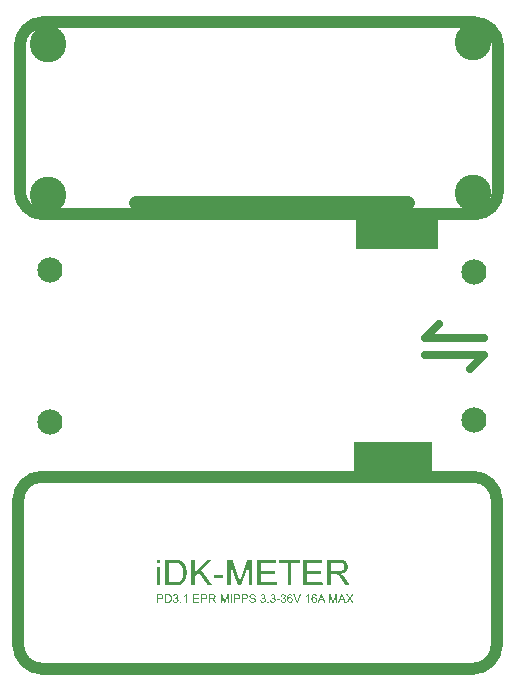
<source format=gts>
G04 Layer: TopSolderMaskLayer*
G04 EasyEDA Pro v2.2.20.11, 2024-05-07 19:23:25*
G04 Gerber Generator version 0.3*
G04 Scale: 100 percent, Rotated: No, Reflected: No*
G04 Dimensions in millimeters*
G04 Leading zeros omitted, absolute positions, 3 integers and 5 decimals*
%FSLAX35Y35*%
%MOMM*%
%ADD10C,1.2*%
%ADD11C,0.7*%
%ADD12C,1.0*%
%ADD13C,3.1016*%
%ADD14C,2.1336*%
G75*


G04 Text Start*
G36*
G01X-193733Y-3704244D02*
G01X-154940Y-3704244D01*
G01X-154940Y-3922222D01*
G01X-182649Y-3922222D01*
G01X-182649Y-3834014D01*
G01X-183055Y-3744934D01*
G01X-183111Y-3744422D01*
G01X-183371Y-3743902D01*
G01X-183688Y-3743729D01*
G01X-184063Y-3743902D01*
G01X-184496Y-3744422D01*
G01X-184720Y-3744783D01*
G01X-185124Y-3745591D01*
G01X-185622Y-3747019D01*
G01X-186142Y-3749242D01*
G01X-186834Y-3751320D01*
G01X-187700Y-3753196D01*
G01X-188393Y-3755044D01*
G01X-189230Y-3757814D01*
G01X-190038Y-3759662D01*
G01X-190846Y-3761624D01*
G01X-191683Y-3764944D01*
G01X-192376Y-3767022D01*
G01X-193617Y-3769937D01*
G01X-194454Y-3773257D01*
G01X-195147Y-3775335D01*
G01X-196504Y-3778366D01*
G01X-197427Y-3780906D01*
G01X-202969Y-3797531D01*
G01X-204124Y-3800634D01*
G01X-205624Y-3804112D01*
G01X-206462Y-3807431D01*
G01X-207154Y-3809509D01*
G01X-208396Y-3812424D01*
G01X-209232Y-3815744D01*
G01X-209925Y-3817822D01*
G01X-210791Y-3819698D01*
G01X-211484Y-3821546D01*
G01X-212321Y-3824316D01*
G01X-213129Y-3826164D01*
G01X-213937Y-3828126D01*
G01X-214774Y-3831446D01*
G01X-215467Y-3833524D01*
G01X-216708Y-3836439D01*
G01X-217545Y-3839758D01*
G01X-218238Y-3841837D01*
G01X-219594Y-3844867D01*
G01X-220518Y-3847407D01*
G01X-226060Y-3864033D01*
G01X-227214Y-3867136D01*
G01X-228716Y-3870614D01*
G01X-229552Y-3873933D01*
G01X-230245Y-3876011D01*
G01X-231486Y-3878926D01*
G01X-232323Y-3882246D01*
G01X-233016Y-3884324D01*
G01X-233882Y-3886200D01*
G01X-234575Y-3888047D01*
G01X-235412Y-3890818D01*
G01X-236220Y-3892666D01*
G01X-237028Y-3894628D01*
G01X-237865Y-3897947D01*
G01X-238558Y-3900026D01*
G01X-239799Y-3902941D01*
G01X-240636Y-3906260D01*
G01X-241329Y-3908338D01*
G01X-242686Y-3911369D01*
G01X-243609Y-3913909D01*
G01X-246380Y-3922222D01*
G01X-258849Y-3922222D01*
G01X-266577Y-3922027D01*
G01X-269926Y-3921680D01*
G01X-271058Y-3921442D01*
G01X-271831Y-3921161D01*
G01X-272242Y-3920836D01*
G01X-272473Y-3920468D01*
G01X-273396Y-3918563D01*
G01X-274089Y-3916680D01*
G01X-275244Y-3913577D01*
G01X-276744Y-3910099D01*
G01X-277582Y-3906780D01*
G01X-278274Y-3904702D01*
G01X-279516Y-3901786D01*
G01X-280352Y-3898467D01*
G01X-281045Y-3896389D01*
G01X-282286Y-3893474D01*
G01X-283123Y-3890154D01*
G01X-283816Y-3888076D01*
G01X-285057Y-3885161D01*
G01X-285894Y-3881842D01*
G01X-286587Y-3879763D01*
G01X-287828Y-3876848D01*
G01X-288665Y-3873529D01*
G01X-289358Y-3871451D01*
G01X-290224Y-3869574D01*
G01X-290917Y-3867727D01*
G01X-291754Y-3864956D01*
G01X-292562Y-3863109D01*
G01X-293370Y-3861146D01*
G01X-294207Y-3857827D01*
G01X-294900Y-3855749D01*
G01X-296141Y-3852834D01*
G01X-296978Y-3849514D01*
G01X-297671Y-3847436D01*
G01X-298912Y-3844521D01*
G01X-299749Y-3841202D01*
G01X-300442Y-3839123D01*
G01X-301683Y-3836208D01*
G01X-302520Y-3832889D01*
G01X-303212Y-3830811D01*
G01X-304454Y-3827896D01*
G01X-305291Y-3824576D01*
G01X-305983Y-3822498D01*
G01X-306849Y-3820622D01*
G01X-307542Y-3818774D01*
G01X-308379Y-3816004D01*
G01X-309187Y-3814156D01*
G01X-309996Y-3812194D01*
G01X-310832Y-3808874D01*
G01X-311525Y-3806796D01*
G01X-312766Y-3803881D01*
G01X-313603Y-3800562D01*
G01X-314296Y-3798483D01*
G01X-315537Y-3795568D01*
G01X-316374Y-3792249D01*
G01X-317067Y-3790171D01*
G01X-318308Y-3787256D01*
G01X-319145Y-3783936D01*
G01X-319838Y-3781858D01*
G01X-321079Y-3778943D01*
G01X-321916Y-3775623D01*
G01X-322609Y-3773545D01*
G01X-323475Y-3771669D01*
G01X-324167Y-3769822D01*
G01X-325004Y-3767051D01*
G01X-326246Y-3764251D01*
G01X-326938Y-3762173D01*
G01X-327776Y-3758854D01*
G01X-329017Y-3755938D01*
G01X-329709Y-3753860D01*
G01X-330546Y-3750541D01*
G01X-331787Y-3747626D01*
G01X-332480Y-3745547D01*
G01X-333000Y-3743383D01*
G01X-333317Y-3742574D01*
G01X-333692Y-3741997D01*
G01X-334126Y-3741651D01*
G01X-334244Y-3741991D01*
G01X-334416Y-3744180D01*
G01X-335049Y-3831706D01*
G01X-335049Y-3922222D01*
G01X-362758Y-3922222D01*
G01X-362758Y-3813233D01*
G01X-362758Y-3704244D01*
G01X-341514Y-3704244D01*
G01X-325466Y-3704474D01*
G01X-321339Y-3704763D01*
G01X-320249Y-3704951D01*
G01X-319809Y-3705167D01*
G01X-318424Y-3707938D01*
G01X-317616Y-3709901D01*
G01X-316778Y-3713220D01*
G01X-316086Y-3715298D01*
G01X-314844Y-3718214D01*
G01X-314007Y-3721533D01*
G01X-313315Y-3723611D01*
G01X-312074Y-3726526D01*
G01X-311237Y-3729846D01*
G01X-310544Y-3731924D01*
G01X-309303Y-3734839D01*
G01X-308466Y-3738158D01*
G01X-307773Y-3740237D01*
G01X-306532Y-3743152D01*
G01X-305695Y-3746471D01*
G01X-305002Y-3748549D01*
G01X-303761Y-3751464D01*
G01X-302924Y-3754784D01*
G01X-302231Y-3756862D01*
G01X-300990Y-3759777D01*
G01X-300153Y-3763097D01*
G01X-299460Y-3765175D01*
G01X-298219Y-3768090D01*
G01X-297382Y-3771409D01*
G01X-296689Y-3773487D01*
G01X-295448Y-3776403D01*
G01X-294611Y-3779722D01*
G01X-293918Y-3781800D01*
G01X-292677Y-3784716D01*
G01X-291840Y-3788035D01*
G01X-291147Y-3790113D01*
G01X-289906Y-3793028D01*
G01X-289069Y-3796347D01*
G01X-288377Y-3798426D01*
G01X-287136Y-3801341D01*
G01X-286298Y-3804660D01*
G01X-285606Y-3806738D01*
G01X-284364Y-3809654D01*
G01X-283527Y-3812973D01*
G01X-282835Y-3815051D01*
G01X-281594Y-3817966D01*
G01X-280757Y-3821286D01*
G01X-280064Y-3823364D01*
G01X-278823Y-3826279D01*
G01X-277986Y-3829598D01*
G01X-277293Y-3831677D01*
G01X-276052Y-3834592D01*
G01X-275215Y-3837911D01*
G01X-274522Y-3839989D01*
G01X-273281Y-3842904D01*
G01X-272444Y-3846224D01*
G01X-271751Y-3848302D01*
G01X-270510Y-3851217D01*
G01X-269673Y-3854537D01*
G01X-268980Y-3856615D01*
G01X-267739Y-3859530D01*
G01X-266902Y-3862849D01*
G01X-266209Y-3864927D01*
G01X-264968Y-3867843D01*
G01X-264131Y-3871162D01*
G01X-263438Y-3873240D01*
G01X-262197Y-3876156D01*
G01X-261360Y-3879475D01*
G01X-260667Y-3881553D01*
G01X-259802Y-3883487D01*
G01X-259426Y-3884584D01*
G01X-259109Y-3885796D01*
G01X-258849Y-3887124D01*
G01X-258272Y-3889086D01*
G01X-257464Y-3889433D01*
G01X-257233Y-3889281D01*
G01X-257002Y-3889057D01*
G01X-256771Y-3888762D01*
G01X-256309Y-3887953D01*
G01X-255616Y-3886200D01*
G01X-244533Y-3852949D01*
G01X-243378Y-3849846D01*
G01X-241877Y-3846368D01*
G01X-241040Y-3843049D01*
G01X-240347Y-3840971D01*
G01X-239106Y-3838056D01*
G01X-238269Y-3834736D01*
G01X-237577Y-3832658D01*
G01X-236336Y-3829743D01*
G01X-235498Y-3826423D01*
G01X-234806Y-3824345D01*
G01X-233940Y-3822469D01*
G01X-233247Y-3820622D01*
G01X-232410Y-3817851D01*
G01X-231169Y-3815051D01*
G01X-230476Y-3812973D01*
G01X-229639Y-3809654D01*
G01X-228398Y-3806738D01*
G01X-227705Y-3804660D01*
G01X-226868Y-3801341D01*
G01X-225627Y-3798426D01*
G01X-224934Y-3796347D01*
G01X-224415Y-3794125D01*
G01X-224097Y-3793144D01*
G01X-223722Y-3792278D01*
G01X-223065Y-3791166D01*
G01X-222661Y-3790358D01*
G01X-222163Y-3788929D01*
G01X-221644Y-3786707D01*
G01X-220951Y-3784629D01*
G01X-219710Y-3781714D01*
G01X-218873Y-3778394D01*
G01X-218180Y-3776316D01*
G01X-216939Y-3773401D01*
G01X-216102Y-3770082D01*
G01X-215409Y-3768003D01*
G01X-214543Y-3766127D01*
G01X-213851Y-3764280D01*
G01X-213014Y-3761509D01*
G01X-211772Y-3758709D01*
G01X-211080Y-3756631D01*
G01X-210243Y-3753312D01*
G01X-209002Y-3750397D01*
G01X-208309Y-3748318D01*
G01X-207472Y-3744999D01*
G01X-206231Y-3742084D01*
G01X-205538Y-3740006D01*
G01X-205018Y-3737783D01*
G01X-204701Y-3736802D01*
G01X-204326Y-3735936D01*
G01X-203669Y-3734825D01*
G01X-203265Y-3734016D01*
G01X-202767Y-3732588D01*
G01X-202507Y-3731491D01*
G01X-201930Y-3729297D01*
G01X-200689Y-3726382D01*
G01X-199996Y-3724304D01*
G01X-199159Y-3720984D01*
G01X-197918Y-3718069D01*
G01X-197225Y-3715991D01*
G01X-196388Y-3712672D01*
G01X-195147Y-3709757D01*
G01X-194454Y-3707678D01*
G01X-193733Y-3704244D01*
G37*
G36*
G01X-840740Y-3922222D02*
G01X-887384Y-3922222D01*
G01X-887384Y-3815542D01*
G01X-887101Y-3730106D01*
G01X-858751Y-3730106D01*
G01X-858751Y-3812771D01*
G01X-858735Y-3840881D01*
G01X-858345Y-3895519D01*
G01X-858289Y-3895898D01*
G01X-858034Y-3895968D01*
G01X-858034Y-3895968D01*
G01X-856539Y-3896084D01*
G01X-827347Y-3896360D01*
G01X-797473Y-3896100D01*
G01X-794957Y-3895954D01*
G01X-793288Y-3895667D01*
G01X-786072Y-3894715D01*
G01X-783258Y-3894217D01*
G01X-780704Y-3893589D01*
G01X-777702Y-3892666D01*
G01X-775162Y-3891742D01*
G01X-770544Y-3889894D01*
G01X-768466Y-3888971D01*
G01X-766156Y-3887614D01*
G01X-764771Y-3886922D01*
G01X-763414Y-3886373D01*
G01X-762808Y-3885969D01*
G01X-762260Y-3885449D01*
G01X-761278Y-3884151D01*
G01X-760124Y-3882996D01*
G01X-758190Y-3881466D01*
G01X-756660Y-3879532D01*
G01X-755506Y-3878378D01*
G01X-754496Y-3877635D01*
G01X-753803Y-3877000D01*
G01X-752764Y-3875722D01*
G01X-750801Y-3872692D01*
G01X-749531Y-3871169D01*
G01X-749069Y-3870534D01*
G01X-748376Y-3869257D01*
G01X-746991Y-3866111D01*
G01X-745634Y-3863773D01*
G01X-744942Y-3862157D01*
G01X-744104Y-3859414D01*
G01X-742834Y-3856557D01*
G01X-742142Y-3854717D01*
G01X-741449Y-3852487D01*
G01X-740064Y-3847869D01*
G01X-739602Y-3846022D01*
G01X-738909Y-3841750D01*
G01X-738447Y-3839441D01*
G01X-738108Y-3838272D01*
G01X-737870Y-3837016D01*
G01X-737726Y-3833841D01*
G01X-737495Y-3831994D01*
G01X-737223Y-3830937D01*
G01X-737039Y-3828743D01*
G01X-736831Y-3813694D01*
G01X-737011Y-3799263D01*
G01X-737184Y-3796723D01*
G01X-737293Y-3796146D01*
G01X-737639Y-3794644D01*
G01X-737754Y-3792913D01*
G01X-737935Y-3790423D01*
G01X-739400Y-3781598D01*
G01X-739898Y-3779174D01*
G01X-740526Y-3776749D01*
G01X-742373Y-3770746D01*
G01X-743296Y-3768321D01*
G01X-743758Y-3767368D01*
G01X-744451Y-3766228D01*
G01X-745374Y-3764496D01*
G01X-746991Y-3760816D01*
G01X-747914Y-3759200D01*
G01X-749762Y-3756429D01*
G01X-754380Y-3749964D01*
G01X-755419Y-3748694D01*
G01X-757353Y-3747164D01*
G01X-758507Y-3746009D01*
G01X-759251Y-3744992D01*
G01X-760268Y-3743844D01*
G01X-761163Y-3743007D01*
G01X-763328Y-3741247D01*
G01X-765926Y-3739342D01*
G01X-769057Y-3737264D01*
G01X-770789Y-3736340D01*
G01X-774058Y-3734954D01*
G01X-777031Y-3733576D01*
G01X-778741Y-3732992D01*
G01X-780097Y-3732674D01*
G01X-783128Y-3732184D01*
G01X-785437Y-3731722D01*
G01X-786613Y-3731383D01*
G01X-787977Y-3731144D01*
G01X-791701Y-3731000D01*
G01X-793779Y-3730769D01*
G01X-794582Y-3730560D01*
G01X-796360Y-3730399D01*
G01X-827347Y-3730106D01*
G01X-858751Y-3730106D01*
G01X-887101Y-3730106D01*
G01X-887030Y-3708761D01*
G01X-886922Y-3706553D01*
G01X-886460Y-3704244D01*
G01X-843973Y-3704244D01*
G01X-803362Y-3704503D01*
G01X-800434Y-3704649D01*
G01X-800100Y-3704706D01*
G01X-799451Y-3704862D01*
G01X-797372Y-3705079D01*
G01X-792422Y-3705174D01*
G01X-789478Y-3705283D01*
G01X-788093Y-3705427D01*
G01X-787169Y-3705629D01*
G01X-785668Y-3705976D01*
G01X-783042Y-3706120D01*
G01X-781425Y-3706351D01*
G01X-779953Y-3706755D01*
G01X-778106Y-3706986D01*
G01X-775883Y-3707072D01*
G01X-774816Y-3707246D01*
G01X-773805Y-3707534D01*
G01X-771871Y-3708371D01*
G01X-770774Y-3708746D01*
G01X-769562Y-3709064D01*
G01X-766907Y-3709583D01*
G01X-765694Y-3709901D01*
G01X-764598Y-3710276D01*
G01X-761538Y-3711633D01*
G01X-757642Y-3713047D01*
G01X-756343Y-3713596D01*
G01X-755102Y-3714202D01*
G01X-753918Y-3714866D01*
G01X-749300Y-3717636D01*
G01X-747337Y-3718906D01*
G01X-745577Y-3720378D01*
G01X-745028Y-3720754D01*
G01X-744422Y-3721071D01*
G01X-743094Y-3721619D01*
G01X-742488Y-3722024D01*
G01X-741940Y-3722543D01*
G01X-740958Y-3723842D01*
G01X-739804Y-3724997D01*
G01X-737870Y-3726526D01*
G01X-736340Y-3728460D01*
G01X-735186Y-3729615D01*
G01X-734168Y-3730358D01*
G01X-733021Y-3731376D01*
G01X-732184Y-3732270D01*
G01X-731289Y-3733338D01*
G01X-727594Y-3737956D01*
G01X-725978Y-3740150D01*
G01X-725343Y-3741160D01*
G01X-724362Y-3742979D01*
G01X-723438Y-3744364D01*
G01X-722746Y-3745136D01*
G01X-722284Y-3745771D01*
G01X-721591Y-3747048D01*
G01X-720206Y-3750194D01*
G01X-719051Y-3752172D01*
G01X-718127Y-3753904D01*
G01X-717434Y-3755506D01*
G01X-715356Y-3760708D01*
G01X-713740Y-3765204D01*
G01X-711893Y-3770976D01*
G01X-710969Y-3775133D01*
G01X-710046Y-3778596D01*
G01X-709353Y-3782868D01*
G01X-708891Y-3785177D01*
G01X-708552Y-3786353D01*
G01X-708314Y-3787717D01*
G01X-708169Y-3791441D01*
G01X-707938Y-3793519D01*
G01X-707722Y-3794345D01*
G01X-707654Y-3794684D01*
G01X-707483Y-3796749D01*
G01X-707274Y-3811386D01*
G01X-707455Y-3825420D01*
G01X-707628Y-3827903D01*
G01X-707736Y-3828473D01*
G01X-708083Y-3829974D01*
G01X-708198Y-3831706D01*
G01X-708379Y-3834195D01*
G01X-709584Y-3841404D01*
G01X-709814Y-3842904D01*
G01X-710276Y-3845214D01*
G01X-710969Y-3847869D01*
G01X-711842Y-3852870D01*
G01X-712189Y-3854140D01*
G01X-712593Y-3855237D01*
G01X-713624Y-3857683D01*
G01X-714462Y-3861002D01*
G01X-715154Y-3863080D01*
G01X-716511Y-3866111D01*
G01X-717434Y-3868651D01*
G01X-718358Y-3871076D01*
G01X-718820Y-3872028D01*
G01X-719513Y-3873168D01*
G01X-720436Y-3874900D01*
G01X-722053Y-3878580D01*
G01X-722514Y-3879446D01*
G01X-726671Y-3886084D01*
G01X-728056Y-3888047D01*
G01X-732155Y-3893301D01*
G01X-734551Y-3896562D01*
G01X-735705Y-3897717D01*
G01X-737639Y-3899246D01*
G01X-739169Y-3901180D01*
G01X-740323Y-3902335D01*
G01X-741651Y-3903287D01*
G01X-743549Y-3904911D01*
G01X-744992Y-3906008D01*
G01X-748723Y-3908367D01*
G01X-751638Y-3910417D01*
G01X-752648Y-3911023D01*
G01X-753716Y-3911571D01*
G01X-756509Y-3912754D01*
G01X-761076Y-3914833D01*
G01X-763616Y-3915756D01*
G01X-769620Y-3917604D01*
G01X-774238Y-3918989D01*
G01X-776201Y-3919451D01*
G01X-781021Y-3920144D01*
G01X-783561Y-3920606D01*
G01X-784766Y-3920945D01*
G01X-786130Y-3921183D01*
G01X-789853Y-3921327D01*
G01X-791932Y-3921558D01*
G01X-792735Y-3921767D01*
G01X-793996Y-3921881D01*
G01X-840740Y-3922222D01*
G37*
G36*
G01X179416Y-3922222D02*
G01X150784Y-3922222D01*
G01X150784Y-3826164D01*
G01X150784Y-3730106D01*
G01X78740Y-3730106D01*
G01X78740Y-3704244D01*
G01X251460Y-3704244D01*
G01X251460Y-3730106D01*
G01X179416Y-3730106D01*
G01X179416Y-3922222D01*
G37*
G36*
G01X-492201Y-3921783D02*
G01X-495373Y-3922010D01*
G01X-506846Y-3922222D01*
G01X-518362Y-3921962D01*
G01X-523442Y-3921500D01*
G01X-525203Y-3921183D01*
G01X-526444Y-3920807D01*
G01X-527166Y-3920374D01*
G01X-528060Y-3919422D01*
G01X-528897Y-3918412D01*
G01X-529677Y-3917344D01*
G01X-531899Y-3913909D01*
G01X-533631Y-3911600D01*
G01X-535760Y-3908714D01*
G01X-538134Y-3905019D01*
G01X-538682Y-3904297D01*
G01X-539411Y-3903497D01*
G01X-540508Y-3902053D01*
G01X-542983Y-3898207D01*
G01X-544714Y-3895898D01*
G01X-546843Y-3893012D01*
G01X-549448Y-3888971D01*
G01X-551180Y-3886662D01*
G01X-553309Y-3883776D01*
G01X-555683Y-3880081D01*
G01X-556231Y-3879359D01*
G01X-556960Y-3878558D01*
G01X-558057Y-3877115D01*
G01X-560532Y-3873269D01*
G01X-562264Y-3870960D01*
G01X-564392Y-3868074D01*
G01X-566997Y-3864033D01*
G01X-568729Y-3861724D01*
G01X-570858Y-3858837D01*
G01X-573232Y-3855143D01*
G01X-573780Y-3854421D01*
G01X-574509Y-3853620D01*
G01X-575606Y-3852177D01*
G01X-578081Y-3848331D01*
G01X-579813Y-3846022D01*
G01X-581941Y-3843136D01*
G01X-584316Y-3839441D01*
G01X-584864Y-3838719D01*
G01X-585593Y-3837918D01*
G01X-586689Y-3836475D01*
G01X-589049Y-3832744D01*
G01X-600335Y-3816927D01*
G01X-601222Y-3815542D01*
G01X-602442Y-3813377D01*
G01X-602904Y-3812886D01*
G01X-603366Y-3812684D01*
G01X-603827Y-3812771D01*
G01X-604866Y-3813348D01*
G01X-606136Y-3814156D01*
G01X-607406Y-3815196D01*
G01X-608936Y-3817129D01*
G01X-610091Y-3818284D01*
G01X-612024Y-3819814D01*
G01X-613554Y-3821747D01*
G01X-614709Y-3822902D01*
G01X-616643Y-3824432D01*
G01X-618172Y-3826366D01*
G01X-619327Y-3827520D01*
G01X-620655Y-3828473D01*
G01X-622791Y-3830320D01*
G01X-624609Y-3831706D01*
G01X-625879Y-3832744D01*
G01X-627409Y-3834678D01*
G01X-628563Y-3835833D01*
G01X-630497Y-3837363D01*
G01X-632027Y-3839297D01*
G01X-633182Y-3840451D01*
G01X-635116Y-3841981D01*
G01X-636645Y-3843915D01*
G01X-637800Y-3845069D01*
G01X-638485Y-3845577D01*
G01X-638652Y-3845872D01*
G01X-638788Y-3846368D01*
G01X-639070Y-3848331D01*
G01X-639373Y-3852659D01*
G01X-639849Y-3884353D01*
G01X-639849Y-3922222D01*
G01X-668482Y-3922222D01*
G01X-668482Y-3815542D01*
G01X-668128Y-3708761D01*
G01X-668020Y-3706553D01*
G01X-667558Y-3704244D01*
G01X-639849Y-3704244D01*
G01X-639849Y-3756891D01*
G01X-639631Y-3805052D01*
G01X-639443Y-3810550D01*
G01X-639387Y-3810924D01*
G01X-638810Y-3811732D01*
G01X-638002Y-3811386D01*
G01X-636963Y-3810462D01*
G01X-635029Y-3809047D01*
G01X-633874Y-3807893D01*
G01X-632344Y-3805959D01*
G01X-630411Y-3804429D01*
G01X-629256Y-3803275D01*
G01X-627726Y-3801341D01*
G01X-625792Y-3799811D01*
G01X-624638Y-3798657D01*
G01X-623108Y-3796723D01*
G01X-621174Y-3795193D01*
G01X-620020Y-3794038D01*
G01X-618490Y-3792104D01*
G01X-616556Y-3790575D01*
G01X-615402Y-3789420D01*
G01X-613872Y-3787486D01*
G01X-611938Y-3785957D01*
G01X-610783Y-3784802D01*
G01X-609254Y-3782868D01*
G01X-607320Y-3781338D01*
G01X-606165Y-3780184D01*
G01X-604636Y-3778250D01*
G01X-602702Y-3776720D01*
G01X-601547Y-3775566D01*
G01X-600017Y-3773632D01*
G01X-598083Y-3772102D01*
G01X-596929Y-3770947D01*
G01X-595399Y-3769014D01*
G01X-593465Y-3767484D01*
G01X-592311Y-3766329D01*
G01X-590781Y-3764396D01*
G01X-588847Y-3762866D01*
G01X-587692Y-3761711D01*
G01X-586163Y-3759777D01*
G01X-584229Y-3758247D01*
G01X-583074Y-3757093D01*
G01X-581544Y-3755159D01*
G01X-579611Y-3753629D01*
G01X-578456Y-3752475D01*
G01X-576926Y-3750541D01*
G01X-574992Y-3749011D01*
G01X-573838Y-3747857D01*
G01X-572308Y-3745923D01*
G01X-570374Y-3744393D01*
G01X-569220Y-3743238D01*
G01X-567690Y-3741304D01*
G01X-565756Y-3739775D01*
G01X-564602Y-3738620D01*
G01X-563072Y-3736686D01*
G01X-561138Y-3735157D01*
G01X-559983Y-3734002D01*
G01X-558454Y-3732068D01*
G01X-556520Y-3730538D01*
G01X-555365Y-3729384D01*
G01X-553836Y-3727450D01*
G01X-551902Y-3725920D01*
G01X-550747Y-3724766D01*
G01X-549217Y-3722832D01*
G01X-547283Y-3721302D01*
G01X-546129Y-3720147D01*
G01X-544599Y-3718214D01*
G01X-542665Y-3716684D01*
G01X-541511Y-3715529D01*
G01X-539981Y-3713596D01*
G01X-538047Y-3712066D01*
G01X-536892Y-3710911D01*
G01X-535363Y-3708977D01*
G01X-533429Y-3707447D01*
G01X-532274Y-3706293D01*
G01X-531750Y-3705586D01*
G01X-531452Y-3705381D01*
G01X-531055Y-3705230D01*
G01X-530361Y-3705056D01*
G01X-528314Y-3704758D01*
G01X-524696Y-3704490D01*
G01X-511926Y-3704244D01*
G01X-507488Y-3704251D01*
G01X-494174Y-3704503D01*
G01X-493287Y-3704597D01*
G01X-492991Y-3704706D01*
G01X-493077Y-3704965D01*
G01X-493337Y-3705283D01*
G01X-493770Y-3705658D01*
G01X-495040Y-3706582D01*
G01X-496195Y-3707736D01*
G01X-497724Y-3709670D01*
G01X-499658Y-3711200D01*
G01X-500813Y-3712354D01*
G01X-502343Y-3714288D01*
G01X-504277Y-3715818D01*
G01X-505431Y-3716972D01*
G01X-506961Y-3718906D01*
G01X-508895Y-3720436D01*
G01X-510049Y-3721591D01*
G01X-510792Y-3722608D01*
G01X-511810Y-3723756D01*
G01X-512705Y-3724592D01*
G01X-514869Y-3726353D01*
G01X-518131Y-3728749D01*
G01X-519286Y-3729903D01*
G01X-520816Y-3731837D01*
G01X-522749Y-3733367D01*
G01X-523904Y-3734522D01*
G01X-525434Y-3736456D01*
G01X-527367Y-3737985D01*
G01X-528522Y-3739140D01*
G01X-530052Y-3741074D01*
G01X-531986Y-3742603D01*
G01X-533140Y-3743758D01*
G01X-534670Y-3745692D01*
G01X-536604Y-3747222D01*
G01X-537758Y-3748376D01*
G01X-539288Y-3750310D01*
G01X-540558Y-3751349D01*
G01X-542377Y-3752734D01*
G01X-543906Y-3754120D01*
G01X-545840Y-3755534D01*
G01X-546995Y-3756689D01*
G01X-548524Y-3758623D01*
G01X-550458Y-3760152D01*
G01X-551613Y-3761307D01*
G01X-553143Y-3763241D01*
G01X-555077Y-3764771D01*
G01X-556231Y-3765925D01*
G01X-557761Y-3767859D01*
G01X-559695Y-3769389D01*
G01X-560849Y-3770543D01*
G01X-562379Y-3772477D01*
G01X-564313Y-3774007D01*
G01X-565467Y-3775162D01*
G01X-566449Y-3776461D01*
G01X-566997Y-3776980D01*
G01X-567603Y-3777384D01*
G01X-568931Y-3777961D01*
G01X-569537Y-3778366D01*
G01X-570086Y-3778885D01*
G01X-570576Y-3779520D01*
G01X-571616Y-3780790D01*
G01X-573549Y-3782320D01*
G01X-574704Y-3783474D01*
G01X-576234Y-3785408D01*
G01X-578167Y-3786938D01*
G01X-579322Y-3788092D01*
G01X-580852Y-3790026D01*
G01X-582122Y-3791066D01*
G01X-583046Y-3791989D01*
G01X-583046Y-3792913D01*
G01X-582468Y-3793952D01*
G01X-581660Y-3795222D01*
G01X-576522Y-3802438D01*
G01X-573405Y-3806479D01*
G01X-571038Y-3809740D01*
G01X-569415Y-3811638D01*
G01X-568318Y-3813081D01*
G01X-565843Y-3816927D01*
G01X-564111Y-3819236D01*
G01X-563245Y-3820333D01*
G01X-560821Y-3823681D01*
G01X-557703Y-3827722D01*
G01X-555798Y-3830320D01*
G01X-550661Y-3837536D01*
G01X-547543Y-3841577D01*
G01X-545176Y-3844838D01*
G01X-543553Y-3846736D01*
G01X-542456Y-3848179D01*
G01X-539981Y-3852026D01*
G01X-538249Y-3854334D01*
G01X-537383Y-3855431D01*
G01X-535016Y-3858693D01*
G01X-533393Y-3860591D01*
G01X-532296Y-3862034D01*
G01X-529821Y-3865880D01*
G01X-528089Y-3868189D01*
G01X-527223Y-3869286D01*
G01X-524799Y-3872634D01*
G01X-521681Y-3876675D01*
G01X-519776Y-3879273D01*
G01X-514639Y-3886489D01*
G01X-511521Y-3890529D01*
G01X-509154Y-3893791D01*
G01X-507531Y-3895689D01*
G01X-506434Y-3897132D01*
G01X-503959Y-3900978D01*
G01X-502227Y-3903287D01*
G01X-501361Y-3904384D01*
G01X-498937Y-3907732D01*
G01X-495819Y-3911773D01*
G01X-493914Y-3914371D01*
G01X-489296Y-3920836D01*
G01X-489326Y-3921123D01*
G01X-489721Y-3921342D01*
G01X-490311Y-3921506D01*
G01X-492201Y-3921783D01*
G37*
G36*
G01X674254Y-3917567D02*
G01X674947Y-3918845D01*
G01X676333Y-3922222D01*
G01X658784Y-3922222D01*
G01X647895Y-3921962D01*
G01X643161Y-3921500D01*
G01X641552Y-3921183D01*
G01X640448Y-3920807D01*
G01X639849Y-3920374D01*
G01X637078Y-3916680D01*
G01X636414Y-3915756D01*
G01X635527Y-3914371D01*
G01X634278Y-3912062D01*
G01X633434Y-3910676D01*
G01X631421Y-3907841D01*
G01X629689Y-3905134D01*
G01X626918Y-3900516D01*
G01X625533Y-3898323D01*
G01X623483Y-3895436D01*
G01X622596Y-3894051D01*
G01X621348Y-3891742D01*
G01X620503Y-3890356D01*
G01X618490Y-3887521D01*
G01X616758Y-3884814D01*
G01X610754Y-3875232D01*
G01X608330Y-3871819D01*
G01X605213Y-3866919D01*
G01X602788Y-3863506D01*
G01X599671Y-3858606D01*
G01X595976Y-3853411D01*
G01X594591Y-3851592D01*
G01X593696Y-3850611D01*
G01X593321Y-3850063D01*
G01X593003Y-3849457D01*
G01X592455Y-3848129D01*
G01X592051Y-3847523D01*
G01X591531Y-3846974D01*
G01X590550Y-3846231D01*
G01X589857Y-3845596D01*
G01X588818Y-3844319D01*
G01X587433Y-3842183D01*
G01X586740Y-3841288D01*
G01X586047Y-3840567D01*
G01X585354Y-3840018D01*
G01X584084Y-3838979D01*
G01X582555Y-3837045D01*
G01X581400Y-3835891D01*
G01X580073Y-3834938D01*
G01X578182Y-3833322D01*
G01X577273Y-3832629D01*
G01X573924Y-3830782D01*
G01X571702Y-3829425D01*
G01X570086Y-3828732D01*
G01X567344Y-3827896D01*
G01X565013Y-3826871D01*
G01X563916Y-3826524D01*
G01X561946Y-3826221D01*
G01X557646Y-3826048D01*
G01X556606Y-3825904D01*
G01X555798Y-3825702D01*
G01X555466Y-3825632D01*
G01X553521Y-3825479D01*
G01X534093Y-3825240D01*
G01X513773Y-3825240D01*
G01X513773Y-3922222D01*
G01X485140Y-3922222D01*
G01X485140Y-3813233D01*
G01X485140Y-3728258D01*
G01X513773Y-3728258D01*
G01X513773Y-3763818D01*
G01X513802Y-3779404D01*
G01X514126Y-3799176D01*
G01X514234Y-3799840D01*
G01X515789Y-3800003D01*
G01X551180Y-3800302D01*
G01X551180Y-3800302D01*
G01X585192Y-3800084D01*
G01X589551Y-3799896D01*
G01X591243Y-3799609D01*
G01X597455Y-3798794D01*
G01X600248Y-3798339D01*
G01X601893Y-3797964D01*
G01X604051Y-3797300D01*
G01X608446Y-3795684D01*
G01X610112Y-3794991D01*
G01X612602Y-3793836D01*
G01X613468Y-3793374D01*
G01X614853Y-3792451D01*
G01X615863Y-3791556D01*
G01X616412Y-3791181D01*
G01X617018Y-3790863D01*
G01X618035Y-3790459D01*
G01X618403Y-3790257D01*
G01X619183Y-3789680D01*
G01X620020Y-3788872D01*
G01X621781Y-3786736D01*
G01X623686Y-3784138D01*
G01X625533Y-3781367D01*
G01X626341Y-3779866D01*
G01X627178Y-3777211D01*
G01X627871Y-3775364D01*
G01X628520Y-3773913D01*
G01X628866Y-3772470D01*
G01X629137Y-3769936D01*
G01X629227Y-3766589D01*
G01X629220Y-3765131D01*
G01X629047Y-3760167D01*
G01X628766Y-3757353D01*
G01X628354Y-3755123D01*
G01X628008Y-3753853D01*
G01X626918Y-3751320D01*
G01X625071Y-3747048D01*
G01X624147Y-3745432D01*
G01X623454Y-3744638D01*
G01X622762Y-3743729D01*
G01X621586Y-3741651D01*
G01X620951Y-3740727D01*
G01X619673Y-3739342D01*
G01X618606Y-3738418D01*
G01X615719Y-3736289D01*
G01X613987Y-3735186D01*
G01X612320Y-3734211D01*
G01X609831Y-3732876D01*
G01X608821Y-3732414D01*
G01X606980Y-3731722D01*
G01X604751Y-3731029D01*
G01X599772Y-3729535D01*
G01X598516Y-3729297D01*
G01X595341Y-3729153D01*
G01X593494Y-3728922D01*
G01X592578Y-3728685D01*
G01X591162Y-3728575D01*
G01X552566Y-3728258D01*
G01X513773Y-3728258D01*
G01X485140Y-3728258D01*
G01X485140Y-3704244D01*
G01X537787Y-3704244D01*
G01X585948Y-3704462D01*
G01X591447Y-3704649D01*
G01X591820Y-3704706D01*
G01X592686Y-3704907D01*
G01X594634Y-3705102D01*
G01X597362Y-3705167D01*
G01X600826Y-3705283D01*
G01X602038Y-3705427D01*
G01X603625Y-3705831D01*
G01X605242Y-3706062D01*
G01X607868Y-3706206D01*
G01X610091Y-3706755D01*
G01X611707Y-3706986D01*
G01X614182Y-3707144D01*
G01X615452Y-3707375D01*
G01X617682Y-3707938D01*
G01X623686Y-3709786D01*
G01X626110Y-3710709D01*
G01X627063Y-3711171D01*
G01X628203Y-3711864D01*
G01X629934Y-3712787D01*
G01X632691Y-3713999D01*
G01X633846Y-3714634D01*
G01X635000Y-3715385D01*
G01X637251Y-3717117D01*
G01X639849Y-3719022D01*
G01X641119Y-3720061D01*
G01X642649Y-3721995D01*
G01X643803Y-3723149D01*
G01X644814Y-3723892D01*
G01X645506Y-3724527D01*
G01X646546Y-3725805D01*
G01X648508Y-3728836D01*
G01X649778Y-3730358D01*
G01X650240Y-3730993D01*
G01X650933Y-3732270D01*
G01X652318Y-3735416D01*
G01X653473Y-3737401D01*
G01X654396Y-3739306D01*
G01X655089Y-3741189D01*
G01X656936Y-3747193D01*
G01X658430Y-3752280D01*
G01X658653Y-3754835D01*
G01X658784Y-3762433D01*
G01X658776Y-3764619D01*
G01X658603Y-3770911D01*
G01X658430Y-3772586D01*
G01X658322Y-3773054D01*
G01X657860Y-3774902D01*
G01X656987Y-3779903D01*
G01X656641Y-3781173D01*
G01X656236Y-3782269D01*
G01X655204Y-3784600D01*
G01X654368Y-3787342D01*
G01X653675Y-3788958D01*
G01X652318Y-3791181D01*
G01X650933Y-3793779D01*
G01X650009Y-3795164D01*
G01X649316Y-3795929D01*
G01X648624Y-3796838D01*
G01X647209Y-3799321D01*
G01X646661Y-3800071D01*
G01X646055Y-3800706D01*
G01X644727Y-3801716D01*
G01X643573Y-3802871D01*
G01X642829Y-3803888D01*
G01X641812Y-3805036D01*
G01X640917Y-3805872D01*
G01X638752Y-3807633D01*
G01X636154Y-3809538D01*
G01X631969Y-3812511D01*
G01X630959Y-3813117D01*
G01X629891Y-3813666D01*
G01X626687Y-3815080D01*
G01X624710Y-3816227D01*
G01X623902Y-3816631D01*
G01X622473Y-3817129D01*
G01X621376Y-3817389D01*
G01X619183Y-3817966D01*
G01X616268Y-3819207D01*
G01X614189Y-3819900D01*
G01X610986Y-3820622D01*
G01X607522Y-3821546D01*
G01X603250Y-3822238D01*
G01X600941Y-3822700D01*
G01X600133Y-3822931D01*
G01X599613Y-3823191D01*
G01X599440Y-3823508D01*
G01X599613Y-3823883D01*
G01X600133Y-3824316D01*
G01X608214Y-3829367D01*
G01X609600Y-3830060D01*
G01X610957Y-3830609D01*
G01X611563Y-3831013D01*
G01X612111Y-3831532D01*
G01X612602Y-3832167D01*
G01X613641Y-3833437D01*
G01X615575Y-3834967D01*
G01X616729Y-3836122D01*
G01X617711Y-3837421D01*
G01X618259Y-3837940D01*
G01X618865Y-3838344D01*
G01X619868Y-3838770D01*
G01X620193Y-3838950D01*
G01X620503Y-3839174D01*
G01X620799Y-3839441D01*
G01X621348Y-3840105D01*
G01X622329Y-3841808D01*
G01X622877Y-3842558D01*
G01X623483Y-3843193D01*
G01X624501Y-3843965D01*
G01X625648Y-3844983D01*
G01X626485Y-3845877D01*
G01X628246Y-3848042D01*
G01X630613Y-3851304D01*
G01X632236Y-3853202D01*
G01X633333Y-3854645D01*
G01X635693Y-3858376D01*
G01X638117Y-3861789D01*
G01X641234Y-3866688D01*
G01X643659Y-3870101D01*
G01X645391Y-3872807D01*
G01X648162Y-3877426D01*
G01X649547Y-3879619D01*
G01X651597Y-3882506D01*
G01X652484Y-3883891D01*
G01X653733Y-3886200D01*
G01X654577Y-3887586D01*
G01X656590Y-3890421D01*
G01X658322Y-3893127D01*
G01X661093Y-3897746D01*
G01X662478Y-3899939D01*
G01X664903Y-3903352D01*
G01X666634Y-3906058D01*
G01X671253Y-3913447D01*
G01X672523Y-3915410D01*
G01X673793Y-3916932D01*
G01X674254Y-3917567D01*
G37*
G36*
G01X442191Y-3896822D02*
G01X444500Y-3897284D01*
G01X444500Y-3922222D01*
G01X281940Y-3922222D01*
G01X281940Y-3813233D01*
G01X281940Y-3704244D01*
G01X358602Y-3704244D01*
G01X436994Y-3704649D01*
G01X437573Y-3704706D01*
G01X439882Y-3705167D01*
G01X439882Y-3730106D01*
G01X310573Y-3730106D01*
G01X310573Y-3796607D01*
G01X368762Y-3796607D01*
G01X408981Y-3796696D01*
G01X428753Y-3797013D01*
G01X429260Y-3797069D01*
G01X431569Y-3797531D01*
G01X431569Y-3822469D01*
G01X310573Y-3822469D01*
G01X310573Y-3896360D01*
G01X375227Y-3896360D01*
G01X390417Y-3896367D01*
G01X441659Y-3896766D01*
G01X442191Y-3896822D01*
G37*
G36*
G01X-79202Y-3896360D02*
G01X54726Y-3896360D01*
G01X54726Y-3922222D01*
G01X-107834Y-3922222D01*
G01X-107834Y-3813233D01*
G01X-107834Y-3704244D01*
G01X50107Y-3704244D01*
G01X50107Y-3730106D01*
G01X-79202Y-3730106D01*
G01X-79202Y-3796607D01*
G01X-21013Y-3796607D01*
G01X19207Y-3796696D01*
G01X38979Y-3797013D01*
G01X39486Y-3797069D01*
G01X41794Y-3797531D01*
G01X41794Y-3822469D01*
G01X-79202Y-3822469D01*
G01X-79202Y-3896360D01*
G37*
G36*
G01X-931718Y-3922222D02*
G01X-958504Y-3922222D01*
G01X-958504Y-3843251D01*
G01X-958504Y-3764280D01*
G01X-931718Y-3764280D01*
G01X-931718Y-3922222D01*
G37*
G36*
G01X-395086Y-3856644D02*
G01X-477289Y-3856644D01*
G01X-477289Y-3843251D01*
G01X-477289Y-3829858D01*
G01X-395086Y-3829858D01*
G01X-395086Y-3856644D01*
G37*
G36*
G01X-931718Y-3734724D02*
G01X-958504Y-3734724D01*
G01X-958504Y-3719484D01*
G01X-958504Y-3704244D01*
G01X-931718Y-3704244D01*
G01X-931718Y-3734724D01*
G37*
G36*
G01X-142321Y-4068945D02*
G01X-143117Y-4069032D01*
G01X-147321Y-4069097D01*
G01X-151345Y-4069038D01*
G01X-152027Y-4068981D01*
G01X-152387Y-4068870D01*
G01X-152846Y-4068775D01*
G01X-154461Y-4068567D01*
G01X-155370Y-4068415D01*
G01X-156260Y-4068188D01*
G01X-157699Y-4067951D01*
G01X-158495Y-4067788D01*
G01X-159291Y-4067582D01*
G01X-160275Y-4067279D01*
G01X-161300Y-4066900D01*
G01X-162775Y-4066370D01*
G01X-163571Y-4066067D01*
G01X-163883Y-4065915D01*
G01X-164631Y-4065460D01*
G01X-165512Y-4064997D01*
G01X-166563Y-4064400D01*
G01X-167207Y-4063983D01*
G01X-167444Y-4063803D01*
G01X-167707Y-4063564D01*
G01X-168180Y-4063204D01*
G01X-169035Y-4062658D01*
G01X-169328Y-4062430D01*
G01X-169565Y-4062203D01*
G01X-169906Y-4061758D01*
G01X-170285Y-4061379D01*
G01X-170619Y-4061135D01*
G01X-170995Y-4060801D01*
G01X-171270Y-4060508D01*
G01X-171847Y-4059798D01*
G01X-172624Y-4058728D01*
G01X-173154Y-4058107D01*
G01X-173381Y-4057809D01*
G01X-173987Y-4056711D01*
G01X-174366Y-4056100D01*
G01X-174669Y-4055532D01*
G01X-175124Y-4054459D01*
G01X-175645Y-4053339D01*
G01X-175872Y-4052733D01*
G01X-176412Y-4050764D01*
G01X-176866Y-4049248D01*
G01X-176980Y-4048756D01*
G01X-177033Y-4047735D01*
G01X-177169Y-4046218D01*
G01X-177321Y-4044854D01*
G01X-175957Y-4044854D01*
G01X-174821Y-4044817D01*
G01X-174423Y-4044769D01*
G01X-174139Y-4044703D01*
G01X-173864Y-4044637D01*
G01X-173275Y-4044573D01*
G01X-171449Y-4044514D01*
G01X-171080Y-4044466D01*
G01X-170806Y-4044400D01*
G01X-170313Y-4044286D01*
G01X-169745Y-4044248D01*
G01X-169177Y-4044286D01*
G01X-168684Y-4044400D01*
G01X-168386Y-4044641D01*
G01X-168173Y-4045139D01*
G01X-168003Y-4046104D01*
G01X-167851Y-4046862D01*
G01X-167624Y-4047658D01*
G01X-167387Y-4048709D01*
G01X-167160Y-4049390D01*
G01X-166866Y-4050016D01*
G01X-166109Y-4051749D01*
G01X-165957Y-4052033D01*
G01X-165503Y-4052771D01*
G01X-165039Y-4053624D01*
G01X-164859Y-4053870D01*
G01X-164660Y-4054078D01*
G01X-164224Y-4054409D01*
G01X-163845Y-4054788D01*
G01X-163602Y-4055122D01*
G01X-163268Y-4055498D01*
G01X-162974Y-4055773D01*
G01X-162624Y-4056067D01*
G01X-161677Y-4056765D01*
G01X-161109Y-4057127D01*
G01X-159778Y-4057961D01*
G01X-159210Y-4058264D01*
G01X-158684Y-4058491D01*
G01X-157169Y-4059097D01*
G01X-156558Y-4059324D01*
G01X-155351Y-4059703D01*
G01X-153836Y-4060157D01*
G01X-153344Y-4060271D01*
G01X-152482Y-4060319D01*
G01X-151951Y-4060394D01*
G01X-151683Y-4060470D01*
G01X-150845Y-4060559D01*
G01X-147775Y-4060612D01*
G01X-144485Y-4060553D01*
G01X-143765Y-4060496D01*
G01X-141715Y-4060157D01*
G01X-141222Y-4060082D01*
G01X-140465Y-4059930D01*
G01X-139669Y-4059703D01*
G01X-138618Y-4059466D01*
G01X-137936Y-4059239D01*
G01X-137311Y-4058945D01*
G01X-135910Y-4058339D01*
G01X-135379Y-4058036D01*
G01X-135117Y-4057809D01*
G01X-134908Y-4057658D01*
G01X-134489Y-4057430D01*
G01X-133789Y-4057118D01*
G01X-133495Y-4056938D01*
G01X-133258Y-4056739D01*
G01X-133078Y-4056521D01*
G01X-132737Y-4056104D01*
G01X-132103Y-4055603D01*
G01X-131724Y-4055224D01*
G01X-130806Y-4053945D01*
G01X-130588Y-4053624D01*
G01X-130389Y-4053264D01*
G01X-130209Y-4052866D01*
G01X-130048Y-4052430D01*
G01X-129594Y-4051067D01*
G01X-129527Y-4050792D01*
G01X-129463Y-4050202D01*
G01X-129442Y-4049400D01*
G01X-129451Y-4048803D01*
G01X-129501Y-4047944D01*
G01X-129594Y-4047127D01*
G01X-129679Y-4046606D01*
G01X-129842Y-4045861D01*
G01X-130048Y-4045158D01*
G01X-130351Y-4044362D01*
G01X-130503Y-4044050D01*
G01X-130957Y-4043302D01*
G01X-131343Y-4042582D01*
G01X-131551Y-4042279D01*
G01X-131970Y-4041824D01*
G01X-132321Y-4041521D01*
G01X-132681Y-4041237D01*
G01X-133533Y-4040612D01*
G01X-134745Y-4039855D01*
G01X-135292Y-4039535D01*
G01X-136109Y-4039097D01*
G01X-136421Y-4038945D01*
G01X-137664Y-4038415D01*
G01X-139139Y-4037885D01*
G01X-141033Y-4037279D01*
G01X-142112Y-4037042D01*
G01X-143533Y-4036673D01*
G01X-145654Y-4036067D01*
G01X-147737Y-4035461D01*
G01X-148959Y-4035233D01*
G01X-149641Y-4035082D01*
G01X-150503Y-4034855D01*
G01X-152143Y-4034568D01*
G01X-152560Y-4034454D01*
G01X-153400Y-4034106D01*
G01X-153760Y-4033983D01*
G01X-154158Y-4033879D01*
G01X-155048Y-4033709D01*
G01X-155730Y-4033545D01*
G01X-156412Y-4033339D01*
G01X-158305Y-4032733D01*
G01X-159357Y-4032497D01*
G01X-160039Y-4032269D01*
G01X-161033Y-4031824D01*
G01X-161866Y-4031521D01*
G01X-162662Y-4031218D01*
G01X-162974Y-4031067D01*
G01X-163348Y-4030839D01*
G01X-163916Y-4030536D01*
G01X-164792Y-4030158D01*
G01X-165323Y-4029855D01*
G01X-165673Y-4029561D01*
G01X-166128Y-4029334D01*
G01X-166696Y-4029154D01*
G01X-166942Y-4029021D01*
G01X-167150Y-4028851D01*
G01X-167482Y-4028434D01*
G01X-167860Y-4028131D01*
G01X-168296Y-4027942D01*
G01X-168675Y-4027639D01*
G01X-168997Y-4027212D01*
G01X-169376Y-4026834D01*
G01X-169710Y-4026590D01*
G01X-170086Y-4026256D01*
G01X-170361Y-4025962D01*
G01X-170938Y-4025252D01*
G01X-171563Y-4024400D01*
G01X-172539Y-4023027D01*
G01X-172738Y-4022696D01*
G01X-172917Y-4022345D01*
G01X-173154Y-4021784D01*
G01X-173684Y-4020309D01*
G01X-174004Y-4019232D01*
G01X-174139Y-4018642D01*
G01X-174215Y-4018226D01*
G01X-174442Y-4016521D01*
G01X-174499Y-4015896D01*
G01X-174518Y-4015385D01*
G01X-174499Y-4014987D01*
G01X-174407Y-4014585D01*
G01X-174328Y-4014173D01*
G01X-174281Y-4013131D01*
G01X-174205Y-4012525D01*
G01X-173987Y-4011673D01*
G01X-173701Y-4010032D01*
G01X-173587Y-4009615D01*
G01X-173455Y-4009256D01*
G01X-173116Y-4008491D01*
G01X-172832Y-4007572D01*
G01X-172700Y-4007241D01*
G01X-172529Y-4006890D01*
G01X-172321Y-4006521D01*
G01X-171421Y-4005082D01*
G01X-171194Y-4004627D01*
G01X-171014Y-4004182D01*
G01X-170711Y-4003803D01*
G01X-170503Y-4003642D01*
G01X-170285Y-4003472D01*
G01X-170086Y-4003264D01*
G01X-169906Y-4003017D01*
G01X-169584Y-4002459D01*
G01X-169404Y-4002241D01*
G01X-169205Y-4002080D01*
G01X-168770Y-4001881D01*
G01X-168391Y-4001578D01*
G01X-168069Y-4001152D01*
G01X-167690Y-4000773D01*
G01X-167226Y-4000442D01*
G01X-165881Y-3999419D01*
G01X-165503Y-3999173D01*
G01X-165124Y-3998964D01*
G01X-164063Y-3998491D01*
G01X-163414Y-3998112D01*
G01X-162846Y-3997809D01*
G01X-162129Y-3997506D01*
G01X-160654Y-3996976D01*
G01X-158684Y-3996370D01*
G01X-157169Y-3995915D01*
G01X-156677Y-3995802D01*
G01X-155815Y-3995754D01*
G01X-155285Y-3995678D01*
G01X-154927Y-3995576D01*
G01X-154480Y-3995498D01*
G01X-153258Y-3995451D01*
G01X-152577Y-3995375D01*
G01X-152321Y-3995309D01*
G01X-151282Y-3995187D01*
G01X-149745Y-3995158D01*
G01X-148040Y-3995195D01*
G01X-147309Y-3995273D01*
G01X-146914Y-3995375D01*
G01X-146232Y-3995451D01*
G01X-144934Y-3995498D01*
G01X-144527Y-3995546D01*
G01X-142321Y-3995915D01*
G01X-141828Y-3995991D01*
G01X-141071Y-3996142D01*
G01X-140237Y-3996370D01*
G01X-139006Y-3996606D01*
G01X-138609Y-3996711D01*
G01X-138249Y-3996834D01*
G01X-137614Y-3997118D01*
G01X-136932Y-3997345D01*
G01X-136203Y-3997515D01*
G01X-135881Y-3997620D01*
G01X-135597Y-3997743D01*
G01X-135233Y-3997961D01*
G01X-134664Y-3998264D01*
G01X-133760Y-3998652D01*
G01X-133192Y-3998929D01*
G01X-132624Y-3999249D01*
G01X-131904Y-3999703D01*
G01X-130957Y-4000375D01*
G01X-130503Y-4000667D01*
G01X-129764Y-4001076D01*
G01X-129518Y-4001256D01*
G01X-129309Y-4001455D01*
G01X-129139Y-4001673D01*
G01X-128798Y-4002089D01*
G01X-128164Y-4002591D01*
G01X-127785Y-4002970D01*
G01X-127472Y-4003406D01*
G01X-126940Y-4004028D01*
G01X-126580Y-4004502D01*
G01X-125806Y-4005726D01*
G01X-125133Y-4006682D01*
G01X-124934Y-4007014D01*
G01X-124754Y-4007364D01*
G01X-124594Y-4007733D01*
G01X-123987Y-4009249D01*
G01X-123760Y-4009859D01*
G01X-123381Y-4011067D01*
G01X-122861Y-4012818D01*
G01X-122785Y-4013349D01*
G01X-122737Y-4014211D01*
G01X-122591Y-4014821D01*
G01X-122553Y-4015086D01*
G01X-122553Y-4015389D01*
G01X-122624Y-4015915D01*
G01X-122775Y-4016673D01*
G01X-124139Y-4016673D01*
G01X-125275Y-4016711D01*
G01X-125673Y-4016758D01*
G01X-125957Y-4016824D01*
G01X-126241Y-4016890D01*
G01X-126880Y-4016954D01*
G01X-128713Y-4016997D01*
G01X-129480Y-4017061D01*
G01X-130256Y-4017184D01*
G01X-130578Y-4017203D01*
G01X-130862Y-4017184D01*
G01X-131317Y-4017033D01*
G01X-131620Y-4016730D01*
G01X-131828Y-4016029D01*
G01X-131871Y-4015304D01*
G01X-131942Y-4014779D01*
G01X-132037Y-4014381D01*
G01X-132245Y-4013720D01*
G01X-132775Y-4012279D01*
G01X-133003Y-4011732D01*
G01X-133381Y-4010915D01*
G01X-133542Y-4010612D01*
G01X-133819Y-4010158D01*
G01X-134897Y-4008642D01*
G01X-135237Y-4008226D01*
G01X-135872Y-4007724D01*
G01X-136251Y-4007345D01*
G01X-136495Y-4007014D01*
G01X-136703Y-4006786D01*
G01X-137122Y-4006445D01*
G01X-137472Y-4006218D01*
G01X-138921Y-4005319D01*
G01X-139451Y-4005091D01*
G01X-140351Y-4004817D01*
G01X-141116Y-4004478D01*
G01X-141677Y-4004286D01*
G01X-142122Y-4004182D01*
G01X-143116Y-4004021D01*
G01X-143874Y-4003870D01*
G01X-144256Y-4003767D01*
G01X-144991Y-4003702D01*
G01X-148684Y-4003642D01*
G01X-152496Y-4003702D01*
G01X-153292Y-4003758D01*
G01X-155872Y-4004182D01*
G01X-156618Y-4004346D01*
G01X-157546Y-4004627D01*
G01X-158987Y-4005158D01*
G01X-159669Y-4005461D01*
G01X-160427Y-4005906D01*
G01X-160881Y-4006133D01*
G01X-161327Y-4006313D01*
G01X-161705Y-4006616D01*
G01X-162027Y-4007042D01*
G01X-162406Y-4007421D01*
G01X-162738Y-4007665D01*
G01X-162965Y-4007873D01*
G01X-163306Y-4008292D01*
G01X-163533Y-4008642D01*
G01X-164442Y-4010158D01*
G01X-164650Y-4010536D01*
G01X-164821Y-4010915D01*
G01X-164953Y-4011294D01*
G01X-165048Y-4011673D01*
G01X-165351Y-4013188D01*
G01X-165408Y-4013567D01*
G01X-165427Y-4013945D01*
G01X-165408Y-4014324D01*
G01X-165351Y-4014703D01*
G01X-164963Y-4017014D01*
G01X-164859Y-4017430D01*
G01X-164736Y-4017771D01*
G01X-164452Y-4018263D01*
G01X-164224Y-4018718D01*
G01X-164044Y-4019163D01*
G01X-163741Y-4019542D01*
G01X-163315Y-4019864D01*
G01X-162936Y-4020243D01*
G01X-162435Y-4020877D01*
G01X-162018Y-4021218D01*
G01X-160990Y-4021900D01*
G01X-160422Y-4022203D01*
G01X-159705Y-4022506D01*
G01X-158230Y-4023036D01*
G01X-152662Y-4024855D01*
G01X-150919Y-4025195D01*
G01X-149897Y-4025461D01*
G01X-148381Y-4025915D01*
G01X-147775Y-4026067D01*
G01X-146336Y-4026303D01*
G01X-145540Y-4026467D01*
G01X-144745Y-4026673D01*
G01X-143230Y-4027127D01*
G01X-142624Y-4027279D01*
G01X-140983Y-4027565D01*
G01X-140566Y-4027679D01*
G01X-139726Y-4028027D01*
G01X-139366Y-4028150D01*
G01X-138968Y-4028254D01*
G01X-138097Y-4028425D01*
G01X-137699Y-4028529D01*
G01X-137340Y-4028652D01*
G01X-137018Y-4028794D01*
G01X-136374Y-4029059D01*
G01X-135285Y-4029334D01*
G01X-134603Y-4029561D01*
G01X-133685Y-4029968D01*
G01X-132927Y-4030200D01*
G01X-132624Y-4030314D01*
G01X-132169Y-4030555D01*
G01X-131554Y-4030982D01*
G01X-131222Y-4031180D01*
G01X-130872Y-4031360D01*
G01X-130133Y-4031682D01*
G01X-129783Y-4031862D01*
G01X-129451Y-4032061D01*
G01X-128845Y-4032487D01*
G01X-128315Y-4032790D01*
G01X-127861Y-4032979D01*
G01X-127482Y-4033283D01*
G01X-127238Y-4033605D01*
G01X-127029Y-4033832D01*
G01X-126611Y-4034173D01*
G01X-125891Y-4034646D01*
G01X-125541Y-4034930D01*
G01X-125209Y-4035252D01*
G01X-124897Y-4035612D01*
G01X-123684Y-4037127D01*
G01X-123154Y-4037847D01*
G01X-122946Y-4038178D01*
G01X-122472Y-4039059D01*
G01X-122027Y-4039788D01*
G01X-121800Y-4040319D01*
G01X-121525Y-4041218D01*
G01X-121118Y-4042146D01*
G01X-120995Y-4042506D01*
G01X-120891Y-4042904D01*
G01X-120730Y-4043766D01*
G01X-120578Y-4044447D01*
G01X-120451Y-4044916D01*
G01X-120380Y-4045598D01*
G01X-120351Y-4046824D01*
G01X-120399Y-4048603D01*
G01X-120503Y-4049854D01*
G01X-120588Y-4050517D01*
G01X-120751Y-4051441D01*
G01X-120957Y-4052279D01*
G01X-121563Y-4054248D01*
G01X-121866Y-4055044D01*
G01X-122018Y-4055356D01*
G01X-122245Y-4055731D01*
G01X-122548Y-4056299D01*
G01X-122936Y-4057194D01*
G01X-123116Y-4057544D01*
G01X-123315Y-4057875D01*
G01X-123533Y-4058188D01*
G01X-124442Y-4059466D01*
G01X-125048Y-4060167D01*
G01X-125503Y-4060764D01*
G01X-125844Y-4061180D01*
G01X-126478Y-4061682D01*
G01X-126857Y-4062061D01*
G01X-127101Y-4062395D01*
G01X-127434Y-4062771D01*
G01X-127728Y-4063046D01*
G01X-128078Y-4063339D01*
G01X-129025Y-4064038D01*
G01X-129594Y-4064400D01*
G01X-131109Y-4065309D01*
G01X-132441Y-4066142D01*
G01X-133067Y-4066446D01*
G01X-133909Y-4066749D01*
G01X-135962Y-4067506D01*
G01X-137169Y-4067885D01*
G01X-138745Y-4068358D01*
G01X-139366Y-4068491D01*
G01X-141127Y-4068718D01*
G01X-142037Y-4068870D01*
G01X-142321Y-4068945D01*
G37*
G36*
G01X377640Y-4069049D02*
G01X374801Y-4069097D01*
G01X371699Y-4069038D01*
G01X371055Y-4068981D01*
G01X369195Y-4068491D01*
G01X367679Y-4068036D01*
G01X366316Y-4067582D01*
G01X365520Y-4067279D01*
G01X365208Y-4067127D01*
G01X364834Y-4066900D01*
G01X364266Y-4066597D01*
G01X363371Y-4066209D01*
G01X363020Y-4066029D01*
G01X362689Y-4065830D01*
G01X362083Y-4065404D01*
G01X361552Y-4065101D01*
G01X361098Y-4064911D01*
G01X360719Y-4064608D01*
G01X360558Y-4064400D01*
G01X360388Y-4064182D01*
G01X360180Y-4063983D01*
G01X359933Y-4063803D01*
G01X359365Y-4063481D01*
G01X359119Y-4063301D01*
G01X358911Y-4063103D01*
G01X358740Y-4062885D01*
G01X358399Y-4062468D01*
G01X357765Y-4061966D01*
G01X357386Y-4061588D01*
G01X357073Y-4061152D01*
G01X356541Y-4060529D01*
G01X356181Y-4060056D01*
G01X355861Y-4059551D01*
G01X354952Y-4058036D01*
G01X354195Y-4056824D01*
G01X353929Y-4056332D01*
G01X353655Y-4055470D01*
G01X353428Y-4054940D01*
G01X353212Y-4054585D01*
G01X353080Y-4054320D01*
G01X352916Y-4053851D01*
G01X352831Y-4053491D01*
G01X352642Y-4052771D01*
G01X352235Y-4051815D01*
G01X352007Y-4051133D01*
G01X351770Y-4050082D01*
G01X351467Y-4048945D01*
G01X351240Y-4047544D01*
G01X351089Y-4046786D01*
G01X350899Y-4046029D01*
G01X350852Y-4045167D01*
G01X350776Y-4044637D01*
G01X350643Y-4044135D01*
G01X350621Y-4043945D01*
G01X360255Y-4043945D01*
G01X360265Y-4044940D01*
G01X360340Y-4046531D01*
G01X360407Y-4047127D01*
G01X360710Y-4048945D01*
G01X360861Y-4049627D01*
G01X361164Y-4050688D01*
G01X361401Y-4051730D01*
G01X361505Y-4052052D01*
G01X361628Y-4052336D01*
G01X361846Y-4052700D01*
G01X362149Y-4053268D01*
G01X362679Y-4054476D01*
G01X362831Y-4054760D01*
G01X363286Y-4055498D01*
G01X363750Y-4056351D01*
G01X363929Y-4056597D01*
G01X364128Y-4056805D01*
G01X364462Y-4057059D01*
G01X364838Y-4057392D01*
G01X365113Y-4057686D01*
G01X365710Y-4058396D01*
G01X366013Y-4058718D01*
G01X366316Y-4059002D01*
G01X366922Y-4059466D01*
G01X367376Y-4059757D01*
G01X368361Y-4060309D01*
G01X368823Y-4060686D01*
G01X369296Y-4060932D01*
G01X369801Y-4061067D01*
G01X370520Y-4061256D01*
G01X371247Y-4061558D01*
G01X371581Y-4061654D01*
G01X372225Y-4061749D01*
G01X372857Y-4061795D01*
G01X374195Y-4061824D01*
G01X374195Y-4061824D01*
G01X375779Y-4061803D01*
G01X376894Y-4061739D01*
G01X377376Y-4061673D01*
G01X378172Y-4061483D01*
G01X379043Y-4061218D01*
G01X379839Y-4060915D01*
G01X380151Y-4060764D01*
G01X380899Y-4060309D01*
G01X381752Y-4059854D01*
G01X382206Y-4059551D01*
G01X382537Y-4059248D01*
G01X383134Y-4058794D01*
G01X383551Y-4058453D01*
G01X384053Y-4057819D01*
G01X384431Y-4057440D01*
G01X384763Y-4057196D01*
G01X384990Y-4056988D01*
G01X385331Y-4056568D01*
G01X385558Y-4056218D01*
G01X386392Y-4054888D01*
G01X386695Y-4054320D01*
G01X386998Y-4053602D01*
G01X387528Y-4052127D01*
G01X387982Y-4050764D01*
G01X388096Y-4050271D01*
G01X388143Y-4049409D01*
G01X388219Y-4048879D01*
G01X388337Y-4048419D01*
G01X388408Y-4047652D01*
G01X388437Y-4046218D01*
G01X388435Y-4045740D01*
G01X388378Y-4044111D01*
G01X388285Y-4043188D01*
G01X387982Y-4041067D01*
G01X387897Y-4040546D01*
G01X387734Y-4039800D01*
G01X387452Y-4038872D01*
G01X386922Y-4037430D01*
G01X386761Y-4037051D01*
G01X386484Y-4036483D01*
G01X386164Y-4035915D01*
G01X385748Y-4035271D01*
G01X385568Y-4035034D01*
G01X385255Y-4034684D01*
G01X384952Y-4034229D01*
G01X384640Y-4033671D01*
G01X384460Y-4033453D01*
G01X384261Y-4033292D01*
G01X383825Y-4033093D01*
G01X383447Y-4032790D01*
G01X383285Y-4032582D01*
G01X382945Y-4032165D01*
G01X382528Y-4031824D01*
G01X381126Y-4030915D01*
G01X379877Y-4030309D01*
G01X379043Y-4030006D01*
G01X377679Y-4029552D01*
G01X376733Y-4029438D01*
G01X374801Y-4029400D01*
G01X372869Y-4029438D01*
G01X372272Y-4029485D01*
G01X371922Y-4029552D01*
G01X371392Y-4029703D01*
G01X370331Y-4029940D01*
G01X369763Y-4030103D01*
G01X369195Y-4030309D01*
G01X368513Y-4030612D01*
G01X367746Y-4031057D01*
G01X367215Y-4031285D01*
G01X366638Y-4031464D01*
G01X366392Y-4031597D01*
G01X366183Y-4031767D01*
G01X365930Y-4032092D01*
G01X365596Y-4032468D01*
G01X365303Y-4032743D01*
G01X364308Y-4033567D01*
G01X363892Y-4033945D01*
G01X363286Y-4034703D01*
G01X362310Y-4036076D01*
G01X362111Y-4036407D01*
G01X361931Y-4036758D01*
G01X361543Y-4037674D01*
G01X361022Y-4038813D01*
G01X360899Y-4039173D01*
G01X360795Y-4039571D01*
G01X360634Y-4040432D01*
G01X360483Y-4041114D01*
G01X360355Y-4041599D01*
G01X360284Y-4042408D01*
G01X360255Y-4043945D01*
G01X350621Y-4043945D01*
G01X350580Y-4043595D01*
G01X350521Y-4041976D01*
G01X350473Y-4041635D01*
G01X350407Y-4041370D01*
G01X350330Y-4040606D01*
G01X350255Y-4034855D01*
G01X350315Y-4029469D01*
G01X350371Y-4028541D01*
G01X350473Y-4028074D01*
G01X350537Y-4027534D01*
G01X350558Y-4026824D01*
G01X350596Y-4025839D01*
G01X350643Y-4025404D01*
G01X350786Y-4024589D01*
G01X351013Y-4022885D01*
G01X351164Y-4021673D01*
G01X351316Y-4020764D01*
G01X351619Y-4019249D01*
G01X351770Y-4018567D01*
G01X352073Y-4017468D01*
G01X352310Y-4016218D01*
G01X352474Y-4015536D01*
G01X352680Y-4014855D01*
G01X353286Y-4013036D01*
G01X353664Y-4012018D01*
G01X354157Y-4010915D01*
G01X354431Y-4010025D01*
G01X354535Y-4009779D01*
G01X354876Y-4009317D01*
G01X355028Y-4009109D01*
G01X355255Y-4008690D01*
G01X355568Y-4007960D01*
G01X355845Y-4007392D01*
G01X356164Y-4006824D01*
G01X356581Y-4006180D01*
G01X356761Y-4005943D01*
G01X356998Y-4005683D01*
G01X357225Y-4005385D01*
G01X357689Y-4004570D01*
G01X357869Y-4004324D01*
G01X358068Y-4004116D01*
G01X358286Y-4003946D01*
G01X358702Y-4003604D01*
G01X359043Y-4003188D01*
G01X359498Y-4002591D01*
G01X360255Y-4001824D01*
G01X360546Y-4001554D01*
G01X361316Y-4000915D01*
G01X361676Y-4000631D01*
G01X362528Y-4000006D01*
G01X363901Y-3999031D01*
G01X364232Y-3998832D01*
G01X364583Y-3998652D01*
G01X365499Y-3998264D01*
G01X366619Y-3997743D01*
G01X367225Y-3997515D01*
G01X369195Y-3996976D01*
G01X370831Y-3996486D01*
G01X371278Y-3996408D01*
G01X372500Y-3996360D01*
G01X373181Y-3996284D01*
G01X373498Y-3996200D01*
G01X373927Y-3996126D01*
G01X374420Y-3996088D01*
G01X375407Y-3996067D01*
G01X376657Y-3996105D01*
G01X377083Y-3996152D01*
G01X377495Y-3996254D01*
G01X377907Y-3996332D01*
G01X378948Y-3996379D01*
G01X379554Y-3996455D01*
G01X380038Y-3996587D01*
G01X380568Y-3996663D01*
G01X381164Y-3996692D01*
G01X381467Y-3996748D01*
G01X381770Y-3996843D01*
G01X382386Y-3997118D01*
G01X383068Y-3997345D01*
G01X383797Y-3997515D01*
G01X384119Y-3997620D01*
G01X384403Y-3997743D01*
G01X384768Y-3997961D01*
G01X385336Y-3998264D01*
G01X386231Y-3998652D01*
G01X386581Y-3998832D01*
G01X386912Y-3999031D01*
G01X387528Y-3999466D01*
G01X387982Y-3999758D01*
G01X388721Y-4000167D01*
G01X388967Y-4000347D01*
G01X389176Y-4000546D01*
G01X389346Y-4000764D01*
G01X389687Y-4001180D01*
G01X390104Y-4001521D01*
G01X390483Y-4001824D01*
G01X390804Y-4002279D01*
G01X391316Y-4002733D01*
G01X391733Y-4003074D01*
G01X392073Y-4003491D01*
G01X393049Y-4004864D01*
G01X393248Y-4005195D01*
G01X393428Y-4005546D01*
G01X393892Y-4006597D01*
G01X394337Y-4007364D01*
G01X394564Y-4007894D01*
G01X394839Y-4008794D01*
G01X395246Y-4009722D01*
G01X395369Y-4010082D01*
G01X395473Y-4010479D01*
G01X395634Y-4011341D01*
G01X395786Y-4012023D01*
G01X395861Y-4012279D01*
G01X395975Y-4012771D01*
G01X396013Y-4013339D01*
G01X395956Y-4013605D01*
G01X395786Y-4013794D01*
G01X395501Y-4013908D01*
G01X394678Y-4013955D01*
G01X393996Y-4014031D01*
G01X393456Y-4014163D01*
G01X392817Y-4014227D01*
G01X391922Y-4014249D01*
G01X390786Y-4014286D01*
G01X390388Y-4014334D01*
G01X390104Y-4014400D01*
G01X389839Y-4014466D01*
G01X389299Y-4014530D01*
G01X388589Y-4014552D01*
G01X388115Y-4014532D01*
G01X387755Y-4014476D01*
G01X387509Y-4014381D01*
G01X387242Y-4013915D01*
G01X386695Y-4012153D01*
G01X386467Y-4011550D01*
G01X386164Y-4010906D01*
G01X385407Y-4009173D01*
G01X385255Y-4008889D01*
G01X384109Y-4007080D01*
G01X383854Y-4006786D01*
G01X383579Y-4006550D01*
G01X383002Y-4006209D01*
G01X382755Y-4006029D01*
G01X382547Y-4005830D01*
G01X382376Y-4005612D01*
G01X382197Y-4005394D01*
G01X381960Y-4005195D01*
G01X381666Y-4005015D01*
G01X380634Y-4004552D01*
G01X379985Y-4004175D01*
G01X379720Y-4004043D01*
G01X379251Y-4003879D01*
G01X378210Y-4003642D01*
G01X377466Y-4003439D01*
G01X376785Y-4003368D01*
G01X375558Y-4003339D01*
G01X375161Y-4003342D01*
G01X374195Y-4003377D01*
G01X373740Y-4003425D01*
G01X373200Y-4003557D01*
G01X372670Y-4003633D01*
G01X372073Y-4003661D01*
G01X371770Y-4003718D01*
G01X371467Y-4003813D01*
G01X370852Y-4004097D01*
G01X369431Y-4004712D01*
G01X369081Y-4004892D01*
G01X368750Y-4005091D01*
G01X367376Y-4006067D01*
G01X366780Y-4006521D01*
G01X366278Y-4006976D01*
G01X365653Y-4007440D01*
G01X365350Y-4007819D01*
G01X365161Y-4008254D01*
G01X364858Y-4008633D01*
G01X364535Y-4008877D01*
G01X364308Y-4009085D01*
G01X363967Y-4009504D01*
G01X363323Y-4010498D01*
G01X362907Y-4010998D01*
G01X362755Y-4011206D01*
G01X362528Y-4011625D01*
G01X362149Y-4012523D01*
G01X361619Y-4013652D01*
G01X361164Y-4014703D01*
G01X360937Y-4015314D01*
G01X360558Y-4016521D01*
G01X360104Y-4018036D01*
G01X359952Y-4018642D01*
G01X359725Y-4020044D01*
G01X359573Y-4020801D01*
G01X359462Y-4021187D01*
G01X359384Y-4021635D01*
G01X359337Y-4022856D01*
G01X359261Y-4023538D01*
G01X359195Y-4023794D01*
G01X359072Y-4024785D01*
G01X359005Y-4027809D01*
G01X358927Y-4028505D01*
G01X358856Y-4028763D01*
G01X358778Y-4029211D01*
G01X358740Y-4030006D01*
G01X358768Y-4030385D01*
G01X358996Y-4030688D01*
G01X359403Y-4030451D01*
G01X359706Y-4030072D01*
G01X359895Y-4029637D01*
G01X360198Y-4029258D01*
G01X360407Y-4029097D01*
G01X360824Y-4028756D01*
G01X361325Y-4028121D01*
G01X361704Y-4027743D01*
G01X362339Y-4027241D01*
G01X362841Y-4026606D01*
G01X363219Y-4026228D01*
G01X363655Y-4025915D01*
G01X364275Y-4025385D01*
G01X364574Y-4025158D01*
G01X365407Y-4024693D01*
G01X365861Y-4024417D01*
G01X366638Y-4023879D01*
G01X366998Y-4023680D01*
G01X367396Y-4023500D01*
G01X367831Y-4023339D01*
G01X368849Y-4022960D01*
G01X369659Y-4022591D01*
G01X370340Y-4022364D01*
G01X371392Y-4022127D01*
G01X372414Y-4021862D01*
G01X373276Y-4021815D01*
G01X373806Y-4021739D01*
G01X374308Y-4021606D01*
G01X374848Y-4021542D01*
G01X375558Y-4021521D01*
G01X376089Y-4021531D01*
G01X376884Y-4021580D01*
G01X377679Y-4021673D01*
G01X379801Y-4021976D01*
G01X380331Y-4022061D01*
G01X381126Y-4022224D01*
G01X381922Y-4022430D01*
G01X382654Y-4022657D01*
G01X383257Y-4022885D01*
G01X383901Y-4023188D01*
G01X385634Y-4023945D01*
G01X385918Y-4024097D01*
G01X386657Y-4024552D01*
G01X387509Y-4025006D01*
G01X387964Y-4025309D01*
G01X388295Y-4025612D01*
G01X388892Y-4026067D01*
G01X389488Y-4026521D01*
G01X389990Y-4026976D01*
G01X390523Y-4027362D01*
G01X390899Y-4027696D01*
G01X391174Y-4027989D01*
G01X391467Y-4028339D01*
G01X392964Y-4030214D01*
G01X393588Y-4031067D01*
G01X394270Y-4032094D01*
G01X394574Y-4032662D01*
G01X395104Y-4033870D01*
G01X395480Y-4034518D01*
G01X395613Y-4034783D01*
G01X395776Y-4035252D01*
G01X395861Y-4035612D01*
G01X396051Y-4036332D01*
G01X396389Y-4037134D01*
G01X396581Y-4037696D01*
G01X396685Y-4038141D01*
G01X396846Y-4039135D01*
G01X396998Y-4039892D01*
G01X397083Y-4040189D01*
G01X397172Y-4041027D01*
G01X397225Y-4044097D01*
G01X397166Y-4047269D01*
G01X397109Y-4047875D01*
G01X396922Y-4048718D01*
G01X396730Y-4050188D01*
G01X396581Y-4051104D01*
G01X396458Y-4051644D01*
G01X396316Y-4052127D01*
G01X395710Y-4053945D01*
G01X395331Y-4054963D01*
G01X394952Y-4055773D01*
G01X394195Y-4057506D01*
G01X394043Y-4057790D01*
G01X393588Y-4058529D01*
G01X393134Y-4059381D01*
G01X392831Y-4059836D01*
G01X392604Y-4060087D01*
G01X392376Y-4060385D01*
G01X391913Y-4061199D01*
G01X391733Y-4061446D01*
G01X391534Y-4061654D01*
G01X391098Y-4061985D01*
G01X390719Y-4062364D01*
G01X390217Y-4062998D01*
G01X389583Y-4063500D01*
G01X389204Y-4063879D01*
G01X388960Y-4064211D01*
G01X388752Y-4064438D01*
G01X388333Y-4064779D01*
G01X387263Y-4065460D01*
G01X386306Y-4066133D01*
G01X385975Y-4066332D01*
G01X385625Y-4066512D01*
G01X384574Y-4066976D01*
G01X383806Y-4067421D01*
G01X383276Y-4067648D01*
G01X382376Y-4067923D01*
G01X381612Y-4068261D01*
G01X381051Y-4068453D01*
G01X380606Y-4068557D01*
G01X379611Y-4068718D01*
G01X378854Y-4068870D01*
G01X378430Y-4068981D01*
G01X377640Y-4069049D01*
G37*
G36*
G01X172672Y-4068981D02*
G01X171882Y-4069049D01*
G01X169043Y-4069097D01*
G01X165942Y-4069038D01*
G01X165298Y-4068981D01*
G01X163437Y-4068491D01*
G01X161685Y-4067961D01*
G01X160568Y-4067648D01*
G01X160037Y-4067421D01*
G01X159682Y-4067203D01*
G01X159114Y-4066900D01*
G01X157907Y-4066370D01*
G01X156164Y-4065309D01*
G01X155520Y-4064892D01*
G01X154812Y-4064282D01*
G01X154043Y-4063642D01*
G01X153683Y-4063358D01*
G01X152831Y-4062733D01*
G01X152414Y-4062392D01*
G01X152073Y-4061976D01*
G01X151619Y-4061379D01*
G01X151164Y-4060877D01*
G01X150710Y-4060243D01*
G01X150179Y-4059623D01*
G01X149952Y-4059324D01*
G01X149488Y-4058481D01*
G01X148891Y-4057430D01*
G01X148572Y-4056883D01*
G01X148134Y-4056067D01*
G01X147982Y-4055754D01*
G01X147452Y-4054511D01*
G01X146922Y-4053036D01*
G01X146316Y-4051067D01*
G01X145861Y-4049551D01*
G01X145710Y-4048908D01*
G01X145482Y-4047326D01*
G01X145331Y-4046493D01*
G01X145141Y-4045726D01*
G01X145094Y-4044864D01*
G01X145028Y-4044400D01*
G01X154498Y-4044400D01*
G01X154535Y-4045991D01*
G01X154614Y-4046687D01*
G01X154715Y-4047061D01*
G01X154791Y-4047591D01*
G01X154843Y-4048403D01*
G01X154919Y-4048820D01*
G01X155104Y-4049551D01*
G01X155634Y-4051303D01*
G01X155946Y-4052421D01*
G01X156174Y-4052951D01*
G01X156392Y-4053306D01*
G01X156695Y-4053874D01*
G01X157073Y-4054750D01*
G01X157376Y-4055281D01*
G01X157604Y-4055541D01*
G01X157831Y-4055839D01*
G01X158295Y-4056654D01*
G01X158475Y-4056900D01*
G01X158674Y-4057108D01*
G01X159109Y-4057440D01*
G01X159488Y-4057819D01*
G01X159732Y-4058152D01*
G01X160066Y-4058529D01*
G01X160359Y-4058803D01*
G01X160710Y-4059097D01*
G01X161429Y-4059627D01*
G01X161761Y-4059836D01*
G01X162642Y-4060309D01*
G01X163255Y-4060688D01*
G01X163880Y-4060991D01*
G01X164498Y-4061218D01*
G01X165861Y-4061673D01*
G01X166770Y-4061786D01*
G01X168588Y-4061824D01*
G01X168588Y-4061824D01*
G01X170080Y-4061803D01*
G01X171145Y-4061739D01*
G01X171619Y-4061673D01*
G01X172414Y-4061483D01*
G01X173285Y-4061218D01*
G01X173731Y-4061057D01*
G01X174157Y-4060877D01*
G01X174564Y-4060678D01*
G01X174952Y-4060461D01*
G01X176467Y-4059551D01*
G01X176818Y-4059324D01*
G01X177111Y-4059097D01*
G01X177348Y-4058870D01*
G01X177689Y-4058425D01*
G01X178068Y-4058046D01*
G01X178401Y-4057802D01*
G01X178778Y-4057468D01*
G01X179052Y-4057175D01*
G01X179346Y-4056824D01*
G01X180044Y-4055877D01*
G01X180407Y-4055309D01*
G01X180726Y-4054762D01*
G01X181164Y-4053945D01*
G01X181467Y-4053264D01*
G01X181770Y-4052430D01*
G01X182225Y-4051067D01*
G01X182338Y-4050574D01*
G01X182386Y-4049712D01*
G01X182462Y-4049182D01*
G01X182579Y-4048711D01*
G01X182641Y-4048036D01*
G01X182679Y-4046218D01*
G01X182670Y-4045158D01*
G01X182594Y-4043491D01*
G01X182528Y-4042885D01*
G01X182225Y-4041067D01*
G01X182073Y-4040385D01*
G01X181770Y-4039324D01*
G01X181534Y-4038282D01*
G01X181429Y-4037961D01*
G01X181306Y-4037676D01*
G01X181089Y-4037312D01*
G01X180786Y-4036744D01*
G01X180388Y-4035839D01*
G01X180179Y-4035461D01*
G01X179933Y-4035082D01*
G01X179365Y-4034343D01*
G01X178579Y-4033283D01*
G01X178200Y-4032979D01*
G01X177765Y-4032790D01*
G01X177386Y-4032487D01*
G01X177225Y-4032279D01*
G01X177055Y-4032061D01*
G01X176846Y-4031862D01*
G01X176600Y-4031682D01*
G01X176013Y-4031360D01*
G01X175558Y-4031083D01*
G01X174791Y-4030555D01*
G01X174460Y-4030385D01*
G01X174109Y-4030252D01*
G01X173371Y-4030072D01*
G01X172689Y-4029845D01*
G01X172244Y-4029649D01*
G01X171440Y-4029496D01*
G01X170667Y-4029436D01*
G01X169043Y-4029400D01*
G01X168390Y-4029405D01*
G01X166770Y-4029476D01*
G01X165975Y-4029570D01*
G01X165407Y-4029703D01*
G01X162831Y-4030612D01*
G01X162452Y-4030773D01*
G01X161884Y-4031050D01*
G01X161316Y-4031370D01*
G01X160672Y-4031786D01*
G01X160435Y-4031966D01*
G01X160094Y-4032279D01*
G01X159498Y-4032733D01*
G01X159081Y-4033074D01*
G01X158579Y-4033709D01*
G01X158200Y-4034087D01*
G01X157869Y-4034331D01*
G01X157642Y-4034540D01*
G01X157301Y-4034959D01*
G01X157073Y-4035309D01*
G01X156174Y-4036758D01*
G01X155946Y-4037288D01*
G01X155672Y-4038188D01*
G01X155333Y-4038953D01*
G01X155141Y-4039514D01*
G01X155037Y-4039959D01*
G01X154876Y-4040953D01*
G01X154725Y-4041710D01*
G01X154598Y-4042199D01*
G01X154526Y-4042967D01*
G01X154498Y-4044400D01*
G01X145028Y-4044400D01*
G01X145019Y-4044334D01*
G01X144886Y-4043822D01*
G01X144822Y-4043233D01*
G01X144763Y-4041407D01*
G01X144715Y-4041038D01*
G01X144649Y-4040764D01*
G01X144569Y-4039991D01*
G01X144498Y-4034855D01*
G01X144557Y-4029989D01*
G01X144614Y-4029137D01*
G01X144715Y-4028680D01*
G01X144779Y-4028141D01*
G01X144810Y-4026900D01*
G01X144860Y-4026104D01*
G01X144952Y-4025309D01*
G01X145558Y-4021067D01*
G01X145634Y-4020574D01*
G01X145785Y-4019817D01*
G01X146013Y-4018908D01*
G01X146249Y-4017317D01*
G01X146354Y-4016824D01*
G01X146477Y-4016408D01*
G01X146761Y-4015754D01*
G01X146988Y-4015072D01*
G01X147263Y-4013908D01*
G01X147528Y-4013036D01*
G01X147907Y-4012018D01*
G01X148285Y-4011209D01*
G01X149043Y-4009476D01*
G01X149422Y-4008827D01*
G01X149725Y-4008259D01*
G01X150123Y-4007354D01*
G01X150331Y-4006976D01*
G01X150577Y-4006597D01*
G01X150861Y-4006218D01*
G01X151560Y-4005271D01*
G01X152149Y-4004353D01*
G01X152376Y-4004059D01*
G01X152604Y-4003822D01*
G01X153049Y-4003481D01*
G01X153427Y-4003102D01*
G01X153929Y-4002468D01*
G01X154564Y-4001966D01*
G01X154943Y-4001587D01*
G01X155186Y-4001256D01*
G01X155395Y-4001029D01*
G01X155814Y-4000688D01*
G01X156884Y-4000006D01*
G01X157831Y-3999334D01*
G01X158285Y-3999043D01*
G01X159308Y-3998491D01*
G01X159919Y-3998114D01*
G01X160184Y-3997982D01*
G01X160653Y-3997819D01*
G01X161382Y-3997648D01*
G01X162064Y-3997421D01*
G01X162698Y-3997137D01*
G01X163058Y-3997014D01*
G01X163456Y-3996909D01*
G01X164318Y-3996748D01*
G01X164999Y-3996597D01*
G01X165374Y-3996486D01*
G01X165786Y-3996408D01*
G01X166827Y-3996360D01*
G01X167433Y-3996284D01*
G01X167740Y-3996200D01*
G01X168169Y-3996126D01*
G01X168662Y-3996088D01*
G01X169649Y-3996067D01*
G01X170899Y-3996105D01*
G01X171325Y-3996152D01*
G01X171737Y-3996254D01*
G01X172149Y-3996332D01*
G01X173191Y-3996379D01*
G01X173797Y-3996455D01*
G01X174280Y-3996587D01*
G01X174810Y-3996663D01*
G01X175407Y-3996692D01*
G01X175710Y-3996748D01*
G01X176013Y-3996843D01*
G01X176628Y-3997118D01*
G01X177310Y-3997345D01*
G01X178039Y-3997515D01*
G01X178361Y-3997620D01*
G01X178645Y-3997743D01*
G01X179010Y-3997961D01*
G01X179578Y-3998264D01*
G01X180786Y-3998794D01*
G01X181543Y-3999239D01*
G01X181998Y-3999466D01*
G01X182443Y-3999646D01*
G01X182822Y-3999949D01*
G01X183065Y-4000271D01*
G01X183274Y-4000498D01*
G01X183693Y-4000839D01*
G01X184393Y-4001294D01*
G01X184687Y-4001521D01*
G01X184924Y-4001748D01*
G01X185104Y-4001976D01*
G01X185558Y-4002572D01*
G01X186013Y-4003074D01*
G01X187291Y-4004855D01*
G01X187582Y-4005309D01*
G01X188134Y-4006332D01*
G01X188510Y-4006942D01*
G01X188643Y-4007208D01*
G01X188806Y-4007677D01*
G01X188891Y-4008036D01*
G01X189081Y-4008756D01*
G01X189488Y-4009713D01*
G01X189715Y-4010394D01*
G01X189952Y-4011445D01*
G01X190170Y-4012222D01*
G01X190246Y-4012828D01*
G01X190243Y-4013365D01*
G01X190149Y-4013650D01*
G01X189959Y-4013839D01*
G01X189675Y-4013934D01*
G01X189138Y-4013955D01*
G01X188532Y-4014031D01*
G01X188224Y-4014115D01*
G01X187795Y-4014189D01*
G01X187303Y-4014227D01*
G01X186316Y-4014249D01*
G01X185066Y-4014286D01*
G01X184640Y-4014334D01*
G01X184225Y-4014435D01*
G01X183778Y-4014514D01*
G01X182982Y-4014552D01*
G01X182566Y-4014532D01*
G01X182225Y-4014476D01*
G01X181960Y-4014381D01*
G01X181695Y-4014161D01*
G01X181543Y-4013915D01*
G01X181316Y-4013368D01*
G01X180861Y-4011900D01*
G01X180558Y-4011067D01*
G01X179952Y-4009552D01*
G01X179801Y-4009201D01*
G01X179497Y-4008671D01*
G01X179268Y-4008408D01*
G01X178908Y-4007935D01*
G01X178361Y-4007080D01*
G01X178134Y-4006786D01*
G01X177907Y-4006550D01*
G01X177462Y-4006218D01*
G01X176841Y-4005688D01*
G01X176543Y-4005461D01*
G01X175700Y-4004997D01*
G01X174270Y-4004192D01*
G01X173891Y-4004021D01*
G01X173513Y-4003889D01*
G01X172452Y-4003642D01*
G01X171861Y-4003473D01*
G01X171432Y-4003399D01*
G01X170939Y-4003361D01*
G01X169952Y-4003339D01*
G01X168922Y-4003361D01*
G01X168106Y-4003425D01*
G01X167679Y-4003491D01*
G01X166164Y-4003794D01*
G01X165786Y-4003879D01*
G01X165217Y-4004043D01*
G01X164649Y-4004249D01*
G01X163967Y-4004552D01*
G01X163210Y-4004997D01*
G01X162755Y-4005224D01*
G01X162310Y-4005404D01*
G01X161931Y-4005707D01*
G01X161688Y-4006029D01*
G01X161479Y-4006256D01*
G01X161060Y-4006597D01*
G01X160359Y-4007061D01*
G01X160066Y-4007317D01*
G01X159829Y-4007591D01*
G01X159488Y-4008169D01*
G01X159308Y-4008415D01*
G01X159109Y-4008623D01*
G01X158891Y-4008794D01*
G01X158674Y-4008964D01*
G01X158475Y-4009173D01*
G01X158295Y-4009419D01*
G01X157973Y-4010006D01*
G01X157696Y-4010461D01*
G01X157158Y-4011228D01*
G01X156960Y-4011559D01*
G01X156780Y-4011909D01*
G01X156316Y-4012960D01*
G01X155937Y-4013611D01*
G01X155634Y-4014237D01*
G01X155407Y-4014855D01*
G01X154346Y-4018036D01*
G01X154195Y-4018680D01*
G01X153967Y-4020262D01*
G01X153816Y-4021095D01*
G01X153705Y-4021490D01*
G01X153626Y-4021938D01*
G01X153579Y-4023159D01*
G01X153503Y-4023841D01*
G01X153402Y-4024241D01*
G01X153323Y-4025044D01*
G01X153285Y-4026976D01*
G01X153323Y-4028908D01*
G01X153371Y-4029504D01*
G01X153437Y-4029855D01*
G01X153615Y-4030046D01*
G01X153920Y-4029940D01*
G01X154479Y-4029410D01*
G01X154933Y-4028879D01*
G01X155104Y-4028642D01*
G01X155444Y-4028226D01*
G01X156079Y-4027724D01*
G01X156458Y-4027345D01*
G01X156702Y-4027011D01*
G01X157036Y-4026635D01*
G01X157329Y-4026360D01*
G01X158039Y-4025783D01*
G01X158891Y-4025158D01*
G01X160104Y-4024400D01*
G01X160650Y-4024080D01*
G01X161467Y-4023642D01*
G01X161780Y-4023491D01*
G01X162831Y-4023036D01*
G01X163442Y-4022809D01*
G01X164649Y-4022430D01*
G01X166164Y-4021976D01*
G01X166657Y-4021862D01*
G01X167518Y-4021815D01*
G01X168049Y-4021739D01*
G01X168551Y-4021606D01*
G01X169090Y-4021542D01*
G01X169801Y-4021521D01*
G01X170787Y-4021550D01*
G01X172225Y-4021673D01*
G01X172850Y-4021748D01*
G01X173759Y-4021900D01*
G01X174611Y-4022127D01*
G01X175861Y-4022364D01*
G01X176543Y-4022527D01*
G01X177225Y-4022733D01*
G01X178020Y-4023036D01*
G01X178333Y-4023188D01*
G01X178707Y-4023415D01*
G01X179275Y-4023718D01*
G01X180482Y-4024248D01*
G01X181240Y-4024693D01*
G01X181695Y-4024921D01*
G01X182140Y-4025101D01*
G01X182518Y-4025404D01*
G01X182840Y-4025820D01*
G01X183219Y-4026124D01*
G01X183655Y-4026313D01*
G01X184034Y-4026616D01*
G01X184355Y-4027042D01*
G01X184734Y-4027421D01*
G01X185068Y-4027665D01*
G01X185445Y-4027999D01*
G01X185719Y-4028292D01*
G01X186013Y-4028642D01*
G01X187225Y-4030158D01*
G01X187755Y-4030877D01*
G01X187964Y-4031209D01*
G01X188285Y-4031805D01*
G01X188588Y-4032260D01*
G01X188882Y-4032601D01*
G01X189109Y-4033055D01*
G01X189280Y-4033633D01*
G01X189507Y-4034163D01*
G01X189723Y-4034518D01*
G01X189855Y-4034783D01*
G01X190018Y-4035252D01*
G01X190189Y-4035982D01*
G01X190416Y-4036663D01*
G01X190700Y-4037298D01*
G01X190823Y-4037658D01*
G01X190927Y-4038055D01*
G01X191089Y-4038917D01*
G01X191240Y-4039599D01*
G01X191382Y-4040120D01*
G01X191446Y-4040659D01*
G01X191477Y-4041900D01*
G01X191526Y-4042695D01*
G01X191676Y-4043983D01*
G01X191695Y-4044400D01*
G01X191676Y-4044741D01*
G01X191583Y-4045124D01*
G01X191505Y-4045536D01*
G01X191446Y-4046872D01*
G01X191316Y-4048339D01*
G01X191240Y-4048964D01*
G01X191089Y-4049874D01*
G01X190861Y-4050764D01*
G01X190575Y-4052404D01*
G01X190461Y-4052821D01*
G01X190329Y-4053181D01*
G01X189952Y-4054021D01*
G01X189649Y-4054854D01*
G01X189346Y-4055650D01*
G01X189194Y-4055962D01*
G01X188967Y-4056337D01*
G01X188664Y-4056905D01*
G01X188276Y-4057809D01*
G01X187999Y-4058377D01*
G01X187679Y-4058945D01*
G01X187187Y-4059703D01*
G01X186619Y-4060461D01*
G01X186335Y-4060820D01*
G01X185629Y-4061786D01*
G01X185331Y-4062127D01*
G01X184517Y-4062809D01*
G01X184062Y-4063264D01*
G01X183809Y-4063607D01*
G01X183475Y-4063983D01*
G01X183181Y-4064258D01*
G01X182471Y-4064836D01*
G01X181619Y-4065460D01*
G01X180217Y-4066370D01*
G01X179081Y-4066976D01*
G01X178470Y-4067352D01*
G01X178205Y-4067485D01*
G01X177736Y-4067648D01*
G01X177376Y-4067733D01*
G01X176657Y-4067923D01*
G01X175854Y-4068261D01*
G01X175293Y-4068453D01*
G01X174848Y-4068557D01*
G01X173854Y-4068718D01*
G01X173096Y-4068870D01*
G01X172672Y-4068981D01*
G37*
G36*
G01X116133Y-4068955D02*
G01X115245Y-4069043D01*
G01X111922Y-4069097D01*
G01X109043Y-4069059D01*
G01X108286Y-4069012D01*
G01X107983Y-4068945D01*
G01X107379Y-4068756D01*
G01X106051Y-4068557D01*
G01X105558Y-4068453D01*
G01X105142Y-4068330D01*
G01X104488Y-4068046D01*
G01X103806Y-4067819D01*
G01X103077Y-4067648D01*
G01X102755Y-4067544D01*
G01X102471Y-4067421D01*
G01X102106Y-4067203D01*
G01X101538Y-4066900D01*
G01X100634Y-4066512D01*
G01X100066Y-4066235D01*
G01X99498Y-4065915D01*
G01X98853Y-4065498D01*
G01X98276Y-4065015D01*
G01X97897Y-4064788D01*
G01X97462Y-4064608D01*
G01X97083Y-4064305D01*
G01X96922Y-4064097D01*
G01X96581Y-4063680D01*
G01X95946Y-4063178D01*
G01X95568Y-4062800D01*
G01X95066Y-4062165D01*
G01X94431Y-4061663D01*
G01X94052Y-4061284D01*
G01X92916Y-4059703D01*
G01X92625Y-4059248D01*
G01X92215Y-4058481D01*
G01X91401Y-4057052D01*
G01X91110Y-4056483D01*
G01X90785Y-4055723D01*
G01X90255Y-4054248D01*
G01X89801Y-4052885D01*
G01X89649Y-4052241D01*
G01X89498Y-4051218D01*
G01X89441Y-4050659D01*
G01X89422Y-4050195D01*
G01X89441Y-4049826D01*
G01X89498Y-4049551D01*
G01X89725Y-4049173D01*
G01X90104Y-4048945D01*
G01X90596Y-4048832D01*
G01X91458Y-4048784D01*
G01X91988Y-4048709D01*
G01X92717Y-4048529D01*
G01X93285Y-4048491D01*
G01X94102Y-4048432D01*
G01X95066Y-4048264D01*
G01X96770Y-4048036D01*
G01X98134Y-4047885D01*
G01X98285Y-4048794D01*
G01X98475Y-4049741D01*
G01X98740Y-4050764D01*
G01X99043Y-4051749D01*
G01X99346Y-4052582D01*
G01X99952Y-4054097D01*
G01X100104Y-4054447D01*
G01X100407Y-4054978D01*
G01X100700Y-4055328D01*
G01X100927Y-4055783D01*
G01X101107Y-4056351D01*
G01X101240Y-4056597D01*
G01X101411Y-4056805D01*
G01X101619Y-4056976D01*
G01X101836Y-4057146D01*
G01X102035Y-4057355D01*
G01X102215Y-4057601D01*
G01X102537Y-4058169D01*
G01X102717Y-4058415D01*
G01X102916Y-4058624D01*
G01X103352Y-4058945D01*
G01X103972Y-4059476D01*
G01X104270Y-4059703D01*
G01X105369Y-4060309D01*
G01X105982Y-4060688D01*
G01X106607Y-4060991D01*
G01X107225Y-4061218D01*
G01X108709Y-4061708D01*
G01X109157Y-4061786D01*
G01X110378Y-4061834D01*
G01X111060Y-4061910D01*
G01X111533Y-4062033D01*
G01X111912Y-4062033D01*
G01X112159Y-4061940D01*
G01X112869Y-4061834D01*
G01X114157Y-4061786D01*
G01X114564Y-4061739D01*
G01X115748Y-4061483D01*
G01X116844Y-4061142D01*
G01X118286Y-4060612D01*
G01X118664Y-4060451D01*
G01X119232Y-4060174D01*
G01X119801Y-4059854D01*
G01X120445Y-4059438D01*
G01X121152Y-4058827D01*
G01X122566Y-4057658D01*
G01X122982Y-4057279D01*
G01X123252Y-4056988D01*
G01X123892Y-4056218D01*
G01X124422Y-4055498D01*
G01X124630Y-4055167D01*
G01X125104Y-4054286D01*
G01X125480Y-4053676D01*
G01X125613Y-4053410D01*
G01X125776Y-4052942D01*
G01X125946Y-4052212D01*
G01X126174Y-4051531D01*
G01X126448Y-4050906D01*
G01X126543Y-4050574D01*
G01X126600Y-4050224D01*
G01X126628Y-4049476D01*
G01X126678Y-4048908D01*
G01X126827Y-4047979D01*
G01X126846Y-4047658D01*
G01X126827Y-4047373D01*
G01X126704Y-4046862D01*
G01X126640Y-4046322D01*
G01X126581Y-4044703D01*
G01X126534Y-4044362D01*
G01X126467Y-4044097D01*
G01X126316Y-4043567D01*
G01X126079Y-4042506D01*
G01X125916Y-4041938D01*
G01X125710Y-4041370D01*
G01X125407Y-4040688D01*
G01X124962Y-4039930D01*
G01X124734Y-4039476D01*
G01X124554Y-4039031D01*
G01X124251Y-4038652D01*
G01X123929Y-4038408D01*
G01X123702Y-4038200D01*
G01X123361Y-4037781D01*
G01X122907Y-4037089D01*
G01X122679Y-4036824D01*
G01X122452Y-4036635D01*
G01X122007Y-4036427D01*
G01X121628Y-4036123D01*
G01X121467Y-4035915D01*
G01X121297Y-4035697D01*
G01X121088Y-4035498D01*
G01X120842Y-4035319D01*
G01X119990Y-4034855D01*
G01X119379Y-4034478D01*
G01X119114Y-4034345D01*
G01X118645Y-4034182D01*
G01X117916Y-4034012D01*
G01X117234Y-4033784D01*
G01X116609Y-4033510D01*
G01X116278Y-4033415D01*
G01X115927Y-4033358D01*
G01X115198Y-4033330D01*
G01X114592Y-4033254D01*
G01X114109Y-4033121D01*
G01X113579Y-4033046D01*
G01X112833Y-4033051D01*
G01X111316Y-4033188D01*
G01X110691Y-4033264D01*
G01X109782Y-4033415D01*
G01X108854Y-4033642D01*
G01X107831Y-4033794D01*
G01X107310Y-4033832D01*
G01X106960Y-4033794D01*
G01X106770Y-4033491D01*
G01X106884Y-4032961D01*
G01X106931Y-4031919D01*
G01X107007Y-4031313D01*
G01X107109Y-4030948D01*
G01X107187Y-4030536D01*
G01X107234Y-4029495D01*
G01X107310Y-4028889D01*
G01X107443Y-4028387D01*
G01X107518Y-4027705D01*
G01X107528Y-4026370D01*
G01X109498Y-4026370D01*
G01X111088Y-4026332D01*
G01X111600Y-4026285D01*
G01X111922Y-4026218D01*
G01X112490Y-4026067D01*
G01X113740Y-4025830D01*
G01X114422Y-4025667D01*
G01X115104Y-4025461D01*
G01X116122Y-4025082D01*
G01X116619Y-4024855D01*
G01X117831Y-4024248D01*
G01X118399Y-4023945D01*
G01X118892Y-4023642D01*
G01X119801Y-4023036D01*
G01X120037Y-4022866D01*
G01X120428Y-4022539D01*
G01X120861Y-4022127D01*
G01X121145Y-4021834D01*
G01X121600Y-4021303D01*
G01X121770Y-4021067D01*
G01X122528Y-4019855D01*
G01X122736Y-4019476D01*
G01X122907Y-4019097D01*
G01X123039Y-4018718D01*
G01X123286Y-4017657D01*
G01X123455Y-4017066D01*
G01X123529Y-4016637D01*
G01X123567Y-4016145D01*
G01X123589Y-4015158D01*
G01X123551Y-4013908D01*
G01X123503Y-4013481D01*
G01X123371Y-4012951D01*
G01X123295Y-4012421D01*
G01X123266Y-4011824D01*
G01X123210Y-4011521D01*
G01X123115Y-4011218D01*
G01X122831Y-4010603D01*
G01X122215Y-4009173D01*
G01X121938Y-4008604D01*
G01X121619Y-4008036D01*
G01X121391Y-4007686D01*
G01X121164Y-4007392D01*
G01X120937Y-4007156D01*
G01X120492Y-4006815D01*
G01X120113Y-4006436D01*
G01X119869Y-4006105D01*
G01X119661Y-4005877D01*
G01X119242Y-4005536D01*
G01X118892Y-4005309D01*
G01X117414Y-4004400D01*
G01X116875Y-4004173D01*
G01X116164Y-4003946D01*
G01X114425Y-4003439D01*
G01X113658Y-4003368D01*
G01X112225Y-4003339D01*
G01X110634Y-4003377D01*
G01X110122Y-4003425D01*
G01X109801Y-4003491D01*
G01X109232Y-4003642D01*
G01X107992Y-4003879D01*
G01X107566Y-4003983D01*
G01X107159Y-4004106D01*
G01X106770Y-4004249D01*
G01X106088Y-4004552D01*
G01X104346Y-4005612D01*
G01X103996Y-4005839D01*
G01X103702Y-4006067D01*
G01X103465Y-4006294D01*
G01X103125Y-4006739D01*
G01X102746Y-4007118D01*
G01X102310Y-4007449D01*
G01X102111Y-4007657D01*
G01X101931Y-4007904D01*
G01X101609Y-4008491D01*
G01X101332Y-4008945D01*
G01X100795Y-4009722D01*
G01X100596Y-4010082D01*
G01X100416Y-4010479D01*
G01X100255Y-4010915D01*
G01X99195Y-4014097D01*
G01X99052Y-4014864D01*
G01X99024Y-4015432D01*
G01X98873Y-4015811D01*
G01X98657Y-4015948D01*
G01X98184Y-4015986D01*
G01X97679Y-4015915D01*
G01X96164Y-4015612D01*
G01X92528Y-4015006D01*
G01X91013Y-4014703D01*
G01X90691Y-4014589D01*
G01X90482Y-4014400D01*
G01X90388Y-4014135D01*
G01X90407Y-4013794D01*
G01X90596Y-4012998D01*
G01X90861Y-4012127D01*
G01X91770Y-4009400D01*
G01X92073Y-4008604D01*
G01X92225Y-4008292D01*
G01X92452Y-4007918D01*
G01X92755Y-4007350D01*
G01X93143Y-4006455D01*
G01X93323Y-4006105D01*
G01X93522Y-4005773D01*
G01X93948Y-4005167D01*
G01X94251Y-4004637D01*
G01X94441Y-4004182D01*
G01X94744Y-4003803D01*
G01X94952Y-4003642D01*
G01X95369Y-4003301D01*
G01X95871Y-4002667D01*
G01X96249Y-4002288D01*
G01X96884Y-4001786D01*
G01X97386Y-4001152D01*
G01X97765Y-4000773D01*
G01X98200Y-4000461D01*
G01X98820Y-3999930D01*
G01X99119Y-3999703D01*
G01X99933Y-3999249D01*
G01X100388Y-3998946D01*
G01X100738Y-3998642D01*
G01X100975Y-3998491D01*
G01X101619Y-3998188D01*
G01X103134Y-3997582D01*
G01X104346Y-3997127D01*
G01X104876Y-3996976D01*
G01X106240Y-3996673D01*
G01X106889Y-3996486D01*
G01X107301Y-3996408D01*
G01X108342Y-3996360D01*
G01X108948Y-3996284D01*
G01X109479Y-3996152D01*
G01X110118Y-3996088D01*
G01X111013Y-3996067D01*
G01X112149Y-3996105D01*
G01X112547Y-3996152D01*
G01X112831Y-3996218D01*
G01X113323Y-3996332D01*
G01X113892Y-3996370D01*
G01X114708Y-3996429D01*
G01X115255Y-3996521D01*
G01X116770Y-3996824D01*
G01X117452Y-3996976D01*
G01X118513Y-3997279D01*
G01X119554Y-3997515D01*
G01X119876Y-3997620D01*
G01X120161Y-3997743D01*
G01X120407Y-3997885D01*
G01X120899Y-3998150D01*
G01X121761Y-3998425D01*
G01X122291Y-3998652D01*
G01X123020Y-3999097D01*
G01X123742Y-3999480D01*
G01X124405Y-3999897D01*
G01X125312Y-4000593D01*
G01X126164Y-4001218D01*
G01X126581Y-4001559D01*
G01X127083Y-4002193D01*
G01X127462Y-4002572D01*
G01X127795Y-4002816D01*
G01X128172Y-4003150D01*
G01X128447Y-4003444D01*
G01X128740Y-4003794D01*
G01X129438Y-4004741D01*
G01X130558Y-4006521D01*
G01X130823Y-4007014D01*
G01X131098Y-4007885D01*
G01X131325Y-4008491D01*
G01X131733Y-4009400D01*
G01X131922Y-4010006D01*
G01X132260Y-4011187D01*
G01X132339Y-4011635D01*
G01X132386Y-4012856D01*
G01X132462Y-4013538D01*
G01X132561Y-4013917D01*
G01X132599Y-4014220D01*
G01X132585Y-4014817D01*
G01X132528Y-4015309D01*
G01X132225Y-4017430D01*
G01X132140Y-4017951D01*
G01X131976Y-4018697D01*
G01X131770Y-4019400D01*
G01X131467Y-4020195D01*
G01X131316Y-4020508D01*
G01X131088Y-4020882D01*
G01X130785Y-4021450D01*
G01X130407Y-4022326D01*
G01X130104Y-4022856D01*
G01X129874Y-4023119D01*
G01X129514Y-4023593D01*
G01X128967Y-4024447D01*
G01X128740Y-4024741D01*
G01X128513Y-4024978D01*
G01X128285Y-4025158D01*
G01X127869Y-4025498D01*
G01X127367Y-4026133D01*
G01X126988Y-4026512D01*
G01X125407Y-4027648D01*
G01X124952Y-4027939D01*
G01X123929Y-4028491D01*
G01X123437Y-4028794D01*
G01X123210Y-4029097D01*
G01X123437Y-4029400D01*
G01X124183Y-4029779D01*
G01X125025Y-4030082D01*
G01X126467Y-4030612D01*
G01X126846Y-4030773D01*
G01X127414Y-4031050D01*
G01X127982Y-4031370D01*
G01X128626Y-4031786D01*
G01X129204Y-4032269D01*
G01X129583Y-4032497D01*
G01X130018Y-4032676D01*
G01X130397Y-4032979D01*
G01X130558Y-4033188D01*
G01X130899Y-4033605D01*
G01X131534Y-4034106D01*
G01X131912Y-4034485D01*
G01X133049Y-4036067D01*
G01X133340Y-4036521D01*
G01X133892Y-4037544D01*
G01X134337Y-4038273D01*
G01X134564Y-4038803D01*
G01X134838Y-4039703D01*
G01X135246Y-4040631D01*
G01X135369Y-4040991D01*
G01X135473Y-4041389D01*
G01X135634Y-4042250D01*
G01X135785Y-4042932D01*
G01X135913Y-4043422D01*
G01X135975Y-4044097D01*
G01X136013Y-4045915D01*
G01X135954Y-4048401D01*
G01X135861Y-4049551D01*
G01X135776Y-4050214D01*
G01X135613Y-4051138D01*
G01X135407Y-4051976D01*
G01X134876Y-4053728D01*
G01X134564Y-4054845D01*
G01X134337Y-4055375D01*
G01X134119Y-4055731D01*
G01X133816Y-4056299D01*
G01X133427Y-4057194D01*
G01X133248Y-4057544D01*
G01X133049Y-4057875D01*
G01X132623Y-4058481D01*
G01X132320Y-4059012D01*
G01X132130Y-4059466D01*
G01X131827Y-4059845D01*
G01X131410Y-4060167D01*
G01X131107Y-4060546D01*
G01X130918Y-4060981D01*
G01X130615Y-4061360D01*
G01X130189Y-4061682D01*
G01X129810Y-4062061D01*
G01X129308Y-4062695D01*
G01X128892Y-4063036D01*
G01X128295Y-4063491D01*
G01X127793Y-4063945D01*
G01X126013Y-4065224D01*
G01X125558Y-4065515D01*
G01X124819Y-4065915D01*
G01X124365Y-4066218D01*
G01X124024Y-4066512D01*
G01X123569Y-4066739D01*
G01X122992Y-4066910D01*
G01X122462Y-4067137D01*
G01X122106Y-4067352D01*
G01X121841Y-4067485D01*
G01X121373Y-4067648D01*
G01X121013Y-4067733D01*
G01X120293Y-4067923D01*
G01X119488Y-4068261D01*
G01X118892Y-4068453D01*
G01X118399Y-4068557D01*
G01X117272Y-4068718D01*
G01X116439Y-4068870D01*
G01X116133Y-4068955D01*
G37*
G36*
G01X27344Y-4068955D02*
G01X26432Y-4069043D01*
G01X22982Y-4069097D01*
G01X20539Y-4069076D01*
G01X19119Y-4069012D01*
G01X18740Y-4068945D01*
G01X18399Y-4068794D01*
G01X17982Y-4068642D01*
G01X17376Y-4068491D01*
G01X15736Y-4068204D01*
G01X15319Y-4068091D01*
G01X14959Y-4067958D01*
G01X14119Y-4067582D01*
G01X12840Y-4067118D01*
G01X12414Y-4066938D01*
G01X12007Y-4066739D01*
G01X11619Y-4066521D01*
G01X10179Y-4065622D01*
G01X9725Y-4065394D01*
G01X9280Y-4065214D01*
G01X8901Y-4064911D01*
G01X8579Y-4064495D01*
G01X8200Y-4064192D01*
G01X7765Y-4064002D01*
G01X7386Y-4063699D01*
G01X7064Y-4063273D01*
G01X6685Y-4062894D01*
G01X6259Y-4062572D01*
G01X5956Y-4062194D01*
G01X5766Y-4061758D01*
G01X5463Y-4061379D01*
G01X5141Y-4061135D01*
G01X4914Y-4060927D01*
G01X4573Y-4060508D01*
G01X3929Y-4059514D01*
G01X3513Y-4059014D01*
G01X3361Y-4058806D01*
G01X3134Y-4058387D01*
G01X2679Y-4057355D01*
G01X2300Y-4056704D01*
G01X1997Y-4056079D01*
G01X1770Y-4055461D01*
G01X1164Y-4053491D01*
G01X643Y-4051701D01*
G01X579Y-4051112D01*
G01X558Y-4050309D01*
G01X586Y-4049769D01*
G01X672Y-4049362D01*
G01X814Y-4049087D01*
G01X1131Y-4048910D01*
G01X1543Y-4048832D01*
G01X2585Y-4048784D01*
G01X3191Y-4048709D01*
G01X3929Y-4048529D01*
G01X4791Y-4048481D01*
G01X5321Y-4048406D01*
G01X6051Y-4048226D01*
G01X6619Y-4048188D01*
G01X7435Y-4048129D01*
G01X7982Y-4048036D01*
G01X8333Y-4047999D01*
G01X8626Y-4048036D01*
G01X8863Y-4048150D01*
G01X9043Y-4048339D01*
G01X9308Y-4048794D01*
G01X9498Y-4049248D01*
G01X9649Y-4049817D01*
G01X9886Y-4051048D01*
G01X9990Y-4051446D01*
G01X10113Y-4051805D01*
G01X10558Y-4052809D01*
G01X11022Y-4054078D01*
G01X11202Y-4054476D01*
G01X11401Y-4054836D01*
G01X11917Y-4055612D01*
G01X12069Y-4055915D01*
G01X12182Y-4056218D01*
G01X12320Y-4056654D01*
G01X12452Y-4056900D01*
G01X12623Y-4057108D01*
G01X13049Y-4057440D01*
G01X13427Y-4057819D01*
G01X13671Y-4058152D01*
G01X14005Y-4058529D01*
G01X14299Y-4058803D01*
G01X15009Y-4059381D01*
G01X15861Y-4060006D01*
G01X16891Y-4060688D01*
G01X17516Y-4060991D01*
G01X18134Y-4061218D01*
G01X19618Y-4061708D01*
G01X20066Y-4061786D01*
G01X21287Y-4061834D01*
G01X21969Y-4061910D01*
G01X22443Y-4062033D01*
G01X22821Y-4062033D01*
G01X23068Y-4061940D01*
G01X23778Y-4061834D01*
G01X25066Y-4061786D01*
G01X25861Y-4061673D01*
G01X26543Y-4061521D01*
G01X27603Y-4061218D01*
G01X28636Y-4060981D01*
G01X28929Y-4060877D01*
G01X29166Y-4060754D01*
G01X29526Y-4060461D01*
G01X29763Y-4060309D01*
G01X30757Y-4059854D01*
G01X31287Y-4059551D01*
G01X31628Y-4059258D01*
G01X32007Y-4059031D01*
G01X32443Y-4058851D01*
G01X32821Y-4058548D01*
G01X32982Y-4058339D01*
G01X33323Y-4057923D01*
G01X33958Y-4057421D01*
G01X34336Y-4057042D01*
G01X34668Y-4056578D01*
G01X35691Y-4055233D01*
G01X35937Y-4054854D01*
G01X36145Y-4054476D01*
G01X36543Y-4053550D01*
G01X37064Y-4052421D01*
G01X37291Y-4051739D01*
G01X37528Y-4050688D01*
G01X37731Y-4049944D01*
G01X37802Y-4049263D01*
G01X37831Y-4048036D01*
G01X37783Y-4046257D01*
G01X37679Y-4045006D01*
G01X37639Y-4044672D01*
G01X37490Y-4043756D01*
G01X37367Y-4043216D01*
G01X37149Y-4042508D01*
G01X36619Y-4041067D01*
G01X36316Y-4040385D01*
G01X35255Y-4038642D01*
G01X35028Y-4038292D01*
G01X34801Y-4037999D01*
G01X34573Y-4037762D01*
G01X34128Y-4037421D01*
G01X33749Y-4037042D01*
G01X33248Y-4036407D01*
G01X32831Y-4036067D01*
G01X31458Y-4035091D01*
G01X31126Y-4034892D01*
G01X30776Y-4034713D01*
G01X29860Y-4034324D01*
G01X28721Y-4033803D01*
G01X28361Y-4033680D01*
G01X27963Y-4033576D01*
G01X27528Y-4033491D01*
G01X25255Y-4033188D01*
G01X24573Y-4033131D01*
G01X23891Y-4033112D01*
G01X23210Y-4033131D01*
G01X22528Y-4033188D01*
G01X21316Y-4033339D01*
G01X20407Y-4033491D01*
G01X18892Y-4033794D01*
G01X18551Y-4033841D01*
G01X18285Y-4033832D01*
G01X17982Y-4033642D01*
G01X17911Y-4033309D01*
G01X17926Y-4032762D01*
G01X17982Y-4032279D01*
G01X18285Y-4030158D01*
G01X18588Y-4027733D01*
G01X18740Y-4026370D01*
G01X20104Y-4026370D01*
G01X21467Y-4026332D01*
G01X22831Y-4026218D01*
G01X23494Y-4026133D01*
G01X24417Y-4025970D01*
G01X25255Y-4025764D01*
G01X25987Y-4025536D01*
G01X26590Y-4025309D01*
G01X27234Y-4025006D01*
G01X28967Y-4024248D01*
G01X29725Y-4023803D01*
G01X30179Y-4023576D01*
G01X30625Y-4023396D01*
G01X31003Y-4023093D01*
G01X31325Y-4022667D01*
G01X31704Y-4022288D01*
G01X32339Y-4021786D01*
G01X32679Y-4021370D01*
G01X33427Y-4020233D01*
G01X33655Y-4019779D01*
G01X33929Y-4019059D01*
G01X34327Y-4018169D01*
G01X34422Y-4017809D01*
G01X34478Y-4017411D01*
G01X34507Y-4016549D01*
G01X34583Y-4015868D01*
G01X34682Y-4015494D01*
G01X34720Y-4015228D01*
G01X34720Y-4014925D01*
G01X34573Y-4013983D01*
G01X34346Y-4012279D01*
G01X34211Y-4011384D01*
G01X34097Y-4010929D01*
G01X33965Y-4010588D01*
G01X33816Y-4010342D01*
G01X33513Y-4009774D01*
G01X33134Y-4008898D01*
G01X32831Y-4008368D01*
G01X32601Y-4008105D01*
G01X32241Y-4007632D01*
G01X31694Y-4006786D01*
G01X31467Y-4006521D01*
G01X31240Y-4006332D01*
G01X30795Y-4006124D01*
G01X30416Y-4005820D01*
G01X30255Y-4005612D01*
G01X30075Y-4005394D01*
G01X29838Y-4005195D01*
G01X29545Y-4005015D01*
G01X28513Y-4004552D01*
G01X27864Y-4004175D01*
G01X27599Y-4004043D01*
G01X27130Y-4003879D01*
G01X26088Y-4003642D01*
G01X25340Y-4003439D01*
G01X24615Y-4003368D01*
G01X23285Y-4003339D01*
G01X21808Y-4003377D01*
G01X21148Y-4003455D01*
G01X20407Y-4003642D01*
G01X19005Y-4003879D01*
G01X18588Y-4003983D01*
G01X18248Y-4004106D01*
G01X17864Y-4004324D01*
G01X17296Y-4004627D01*
G01X16420Y-4005006D01*
G01X15889Y-4005309D01*
G01X15369Y-4005764D01*
G01X14734Y-4006218D01*
G01X14195Y-4006673D01*
G01X13437Y-4007440D01*
G01X12982Y-4008036D01*
G01X12225Y-4009249D01*
G01X11905Y-4009795D01*
G01X11467Y-4010612D01*
G01X11164Y-4011294D01*
G01X10861Y-4012127D01*
G01X10407Y-4013491D01*
G01X10255Y-4014097D01*
G01X10104Y-4015006D01*
G01X9952Y-4016067D01*
G01X8181Y-4015839D01*
G01X7348Y-4015688D01*
G01X6429Y-4015461D01*
G01X4848Y-4015233D01*
G01X4014Y-4015082D01*
G01X3484Y-4014940D01*
G01X2802Y-4014864D01*
G01X1979Y-4014826D01*
G01X1694Y-4014741D01*
G01X1467Y-4014400D01*
G01X1552Y-4013718D01*
G01X1770Y-4012960D01*
G01X2111Y-4011483D01*
G01X2376Y-4010612D01*
G01X2755Y-4009594D01*
G01X3134Y-4008784D01*
G01X3892Y-4007051D01*
G01X4952Y-4005309D01*
G01X5369Y-4004665D01*
G01X5852Y-4004087D01*
G01X6079Y-4003709D01*
G01X6259Y-4003273D01*
G01X6562Y-4002894D01*
G01X6770Y-4002733D01*
G01X7187Y-4002392D01*
G01X7689Y-4001758D01*
G01X8068Y-4001379D01*
G01X8503Y-4001067D01*
G01X9204Y-4000461D01*
G01X9801Y-4000006D01*
G01X11202Y-3999097D01*
G01X12338Y-3998491D01*
G01X12951Y-3998112D01*
G01X13577Y-3997809D01*
G01X14195Y-3997582D01*
G01X16164Y-3996976D01*
G01X17798Y-3996486D01*
G01X18210Y-3996408D01*
G01X19251Y-3996360D01*
G01X19857Y-3996284D01*
G01X20388Y-3996152D01*
G01X21027Y-3996088D01*
G01X21922Y-3996067D01*
G01X23058Y-3996105D01*
G01X23456Y-3996152D01*
G01X23858Y-3996254D01*
G01X24270Y-3996332D01*
G01X25331Y-3996379D01*
G01X25899Y-3996429D01*
G01X26467Y-3996521D01*
G01X28380Y-3996909D01*
G01X29801Y-3997279D01*
G01X30532Y-3997506D01*
G01X31136Y-3997733D01*
G01X31780Y-3998036D01*
G01X33513Y-3998794D01*
G01X33797Y-3998946D01*
G01X34535Y-3999400D01*
G01X35388Y-3999855D01*
G01X35842Y-4000158D01*
G01X36093Y-4000385D01*
G01X36391Y-4000612D01*
G01X37206Y-4001076D01*
G01X37452Y-4001256D01*
G01X37660Y-4001455D01*
G01X37831Y-4001673D01*
G01X38172Y-4002089D01*
G01X38806Y-4002591D01*
G01X39185Y-4002970D01*
G01X39517Y-4003434D01*
G01X40255Y-4004400D01*
G01X40785Y-4005120D01*
G01X40994Y-4005451D01*
G01X41467Y-4006332D01*
G01X41912Y-4007061D01*
G01X42140Y-4007591D01*
G01X42414Y-4008491D01*
G01X42821Y-4009409D01*
G01X43049Y-4010091D01*
G01X43285Y-4011142D01*
G01X43488Y-4011907D01*
G01X43551Y-4012582D01*
G01X43588Y-4014400D01*
G01X43546Y-4015934D01*
G01X43470Y-4016767D01*
G01X43357Y-4017449D01*
G01X43285Y-4017733D01*
G01X42755Y-4019485D01*
G01X42433Y-4020622D01*
G01X42301Y-4020953D01*
G01X42130Y-4021303D01*
G01X41922Y-4021673D01*
G01X41164Y-4022885D01*
G01X40558Y-4023794D01*
G01X40104Y-4024390D01*
G01X39649Y-4024892D01*
G01X39263Y-4025425D01*
G01X38929Y-4025801D01*
G01X38636Y-4026076D01*
G01X38285Y-4026370D01*
G01X37339Y-4027068D01*
G01X36770Y-4027430D01*
G01X35104Y-4028453D01*
G01X34649Y-4028642D01*
G01X34384Y-4028870D01*
G01X34498Y-4029248D01*
G01X34677Y-4029457D01*
G01X34914Y-4029627D01*
G01X35208Y-4029760D01*
G01X35918Y-4029940D01*
G01X36240Y-4030044D01*
G01X36524Y-4030167D01*
G01X36889Y-4030385D01*
G01X37457Y-4030688D01*
G01X38361Y-4031076D01*
G01X38929Y-4031353D01*
G01X39498Y-4031673D01*
G01X40141Y-4032089D01*
G01X40719Y-4032572D01*
G01X41098Y-4032800D01*
G01X41429Y-4032932D01*
G01X41770Y-4033188D01*
G01X41998Y-4033453D01*
G01X42452Y-4034144D01*
G01X42679Y-4034438D01*
G01X42907Y-4034675D01*
G01X43248Y-4034937D01*
G01X43475Y-4035146D01*
G01X43816Y-4035565D01*
G01X44043Y-4035915D01*
G01X44952Y-4037430D01*
G01X45170Y-4037809D01*
G01X45461Y-4038377D01*
G01X45710Y-4038945D01*
G01X45937Y-4039556D01*
G01X46316Y-4040764D01*
G01X46806Y-4042400D01*
G01X46884Y-4042847D01*
G01X46931Y-4044069D01*
G01X47007Y-4044750D01*
G01X47140Y-4045281D01*
G01X47203Y-4045870D01*
G01X47225Y-4046673D01*
G01X47203Y-4047518D01*
G01X47140Y-4048235D01*
G01X46998Y-4049059D01*
G01X46685Y-4051398D01*
G01X46581Y-4051938D01*
G01X46458Y-4052383D01*
G01X46174Y-4053046D01*
G01X45946Y-4053728D01*
G01X45776Y-4054457D01*
G01X45672Y-4054779D01*
G01X45549Y-4055063D01*
G01X45331Y-4055427D01*
G01X45028Y-4055996D01*
G01X44639Y-4056900D01*
G01X44363Y-4057468D01*
G01X44043Y-4058036D01*
G01X43626Y-4058680D01*
G01X43143Y-4059258D01*
G01X42916Y-4059637D01*
G01X42736Y-4060072D01*
G01X42433Y-4060451D01*
G01X42007Y-4060773D01*
G01X41628Y-4061152D01*
G01X41126Y-4061786D01*
G01X40492Y-4062288D01*
G01X40113Y-4062667D01*
G01X39869Y-4063001D01*
G01X39535Y-4063377D01*
G01X39242Y-4063652D01*
G01X38891Y-4063945D01*
G01X38532Y-4064220D01*
G01X38210Y-4064438D01*
G01X37926Y-4064599D01*
G01X37461Y-4064798D01*
G01X37083Y-4065101D01*
G01X36922Y-4065309D01*
G01X36742Y-4065527D01*
G01X36505Y-4065726D01*
G01X36212Y-4065906D01*
G01X35179Y-4066370D01*
G01X34531Y-4066749D01*
G01X33963Y-4067052D01*
G01X33245Y-4067355D01*
G01X31770Y-4067885D01*
G01X30407Y-4068339D01*
G01X29801Y-4068491D01*
G01X28399Y-4068718D01*
G01X27642Y-4068870D01*
G01X27344Y-4068955D01*
G37*
G36*
G01X-795383Y-4068955D02*
G01X-796271Y-4069043D01*
G01X-799594Y-4069097D01*
G01X-802473Y-4069059D01*
G01X-803230Y-4069012D01*
G01X-803533Y-4068945D01*
G01X-804137Y-4068756D01*
G01X-805465Y-4068557D01*
G01X-805957Y-4068453D01*
G01X-806374Y-4068330D01*
G01X-807028Y-4068046D01*
G01X-807709Y-4067819D01*
G01X-808439Y-4067648D01*
G01X-808761Y-4067544D01*
G01X-809045Y-4067421D01*
G01X-809409Y-4067203D01*
G01X-809977Y-4066900D01*
G01X-810882Y-4066512D01*
G01X-811450Y-4066235D01*
G01X-812018Y-4065915D01*
G01X-812776Y-4065423D01*
G01X-813533Y-4064854D01*
G01X-813893Y-4064570D01*
G01X-814745Y-4063945D01*
G01X-815162Y-4063605D01*
G01X-815664Y-4062970D01*
G01X-816043Y-4062591D01*
G01X-816377Y-4062347D01*
G01X-816753Y-4062014D01*
G01X-817028Y-4061720D01*
G01X-817605Y-4061010D01*
G01X-818382Y-4059940D01*
G01X-818912Y-4059317D01*
G01X-819064Y-4059109D01*
G01X-819291Y-4058690D01*
G01X-819745Y-4057658D01*
G01X-820124Y-4057007D01*
G01X-820427Y-4056382D01*
G01X-820654Y-4055764D01*
G01X-821715Y-4052582D01*
G01X-821867Y-4051976D01*
G01X-822018Y-4051067D01*
G01X-822075Y-4050574D01*
G01X-822094Y-4050158D01*
G01X-822075Y-4049817D01*
G01X-822018Y-4049551D01*
G01X-821791Y-4049173D01*
G01X-821412Y-4048945D01*
G01X-820920Y-4048832D01*
G01X-820058Y-4048784D01*
G01X-819528Y-4048709D01*
G01X-818798Y-4048529D01*
G01X-818230Y-4048491D01*
G01X-817413Y-4048432D01*
G01X-816450Y-4048264D01*
G01X-814745Y-4048036D01*
G01X-813382Y-4047885D01*
G01X-813230Y-4048794D01*
G01X-813041Y-4049741D01*
G01X-812776Y-4050764D01*
G01X-812548Y-4051495D01*
G01X-812321Y-4052099D01*
G01X-811904Y-4053036D01*
G01X-811672Y-4053794D01*
G01X-811559Y-4054097D01*
G01X-811317Y-4054551D01*
G01X-810811Y-4055309D01*
G01X-810659Y-4055612D01*
G01X-810545Y-4055915D01*
G01X-810408Y-4056351D01*
G01X-810276Y-4056597D01*
G01X-810105Y-4056805D01*
G01X-809897Y-4056976D01*
G01X-809480Y-4057317D01*
G01X-809139Y-4057733D01*
G01X-808685Y-4058330D01*
G01X-807844Y-4059175D01*
G01X-807371Y-4059535D01*
G01X-805534Y-4060688D01*
G01X-804909Y-4060991D01*
G01X-804291Y-4061218D01*
G01X-802806Y-4061708D01*
G01X-802359Y-4061786D01*
G01X-801137Y-4061834D01*
G01X-800456Y-4061910D01*
G01X-799982Y-4062033D01*
G01X-799603Y-4062033D01*
G01X-799355Y-4061940D01*
G01X-798768Y-4061846D01*
G01X-797170Y-4061786D01*
G01X-796829Y-4061739D01*
G01X-796564Y-4061673D01*
G01X-796033Y-4061521D01*
G01X-794973Y-4061284D01*
G01X-794405Y-4061121D01*
G01X-793836Y-4060915D01*
G01X-793154Y-4060612D01*
G01X-792506Y-4060233D01*
G01X-791938Y-4059930D01*
G01X-791062Y-4059542D01*
G01X-790768Y-4059362D01*
G01X-790531Y-4059163D01*
G01X-790351Y-4058945D01*
G01X-790181Y-4058728D01*
G01X-789973Y-4058529D01*
G01X-789726Y-4058349D01*
G01X-789168Y-4058027D01*
G01X-788950Y-4057847D01*
G01X-788789Y-4057648D01*
G01X-788590Y-4057212D01*
G01X-788287Y-4056834D01*
G01X-788079Y-4056673D01*
G01X-787662Y-4056332D01*
G01X-787321Y-4055915D01*
G01X-786639Y-4054888D01*
G01X-786336Y-4054320D01*
G01X-785882Y-4053247D01*
G01X-785429Y-4052272D01*
G01X-785238Y-4051710D01*
G01X-785134Y-4051265D01*
G01X-785048Y-4050764D01*
G01X-784745Y-4048642D01*
G01X-784689Y-4048112D01*
G01X-784669Y-4047582D01*
G01X-784689Y-4047052D01*
G01X-784745Y-4046521D01*
G01X-785048Y-4044097D01*
G01X-785134Y-4043463D01*
G01X-785238Y-4042923D01*
G01X-785361Y-4042478D01*
G01X-785655Y-4041815D01*
G01X-786412Y-4040082D01*
G01X-786564Y-4039798D01*
G01X-786885Y-4039305D01*
G01X-787908Y-4037979D01*
G01X-788694Y-4036919D01*
G01X-789073Y-4036616D01*
G01X-789509Y-4036427D01*
G01X-789887Y-4036123D01*
G01X-790048Y-4035915D01*
G01X-790219Y-4035697D01*
G01X-790427Y-4035498D01*
G01X-790673Y-4035319D01*
G01X-791526Y-4034855D01*
G01X-792136Y-4034478D01*
G01X-792402Y-4034345D01*
G01X-792870Y-4034182D01*
G01X-793600Y-4034012D01*
G01X-794281Y-4033784D01*
G01X-794906Y-4033510D01*
G01X-795238Y-4033415D01*
G01X-795588Y-4033358D01*
G01X-796317Y-4033330D01*
G01X-796923Y-4033254D01*
G01X-797406Y-4033121D01*
G01X-797937Y-4033046D01*
G01X-798683Y-4033051D01*
G01X-800200Y-4033188D01*
G01X-800825Y-4033264D01*
G01X-801734Y-4033415D01*
G01X-802662Y-4033642D01*
G01X-803685Y-4033794D01*
G01X-804556Y-4033832D01*
G01X-804745Y-4033642D01*
G01X-804632Y-4033226D01*
G01X-804584Y-4032222D01*
G01X-804509Y-4031616D01*
G01X-804407Y-4031251D01*
G01X-804329Y-4030839D01*
G01X-804281Y-4029798D01*
G01X-804206Y-4029192D01*
G01X-804073Y-4028680D01*
G01X-804009Y-4028141D01*
G01X-803988Y-4027430D01*
G01X-803988Y-4026370D01*
G01X-802018Y-4026370D01*
G01X-800427Y-4026332D01*
G01X-799731Y-4026254D01*
G01X-798988Y-4026067D01*
G01X-797347Y-4025780D01*
G01X-796931Y-4025667D01*
G01X-796571Y-4025534D01*
G01X-795806Y-4025195D01*
G01X-794906Y-4024921D01*
G01X-794376Y-4024693D01*
G01X-793647Y-4024248D01*
G01X-792776Y-4023784D01*
G01X-792321Y-4023507D01*
G01X-790692Y-4022347D01*
G01X-790465Y-4022139D01*
G01X-790124Y-4021720D01*
G01X-789897Y-4021370D01*
G01X-788988Y-4019855D01*
G01X-788779Y-4019485D01*
G01X-788609Y-4019135D01*
G01X-788476Y-4018803D01*
G01X-788306Y-4018197D01*
G01X-788027Y-4017207D01*
G01X-787956Y-4016440D01*
G01X-787927Y-4015006D01*
G01X-787970Y-4013657D01*
G01X-788046Y-4012899D01*
G01X-788159Y-4012255D01*
G01X-788230Y-4011976D01*
G01X-788685Y-4010461D01*
G01X-788874Y-4009968D01*
G01X-789300Y-4009087D01*
G01X-789897Y-4008036D01*
G01X-790124Y-4007686D01*
G01X-790351Y-4007392D01*
G01X-790579Y-4007156D01*
G01X-791024Y-4006815D01*
G01X-791403Y-4006436D01*
G01X-791646Y-4006105D01*
G01X-791855Y-4005877D01*
G01X-792274Y-4005536D01*
G01X-792624Y-4005309D01*
G01X-794102Y-4004400D01*
G01X-794641Y-4004173D01*
G01X-795351Y-4003946D01*
G01X-797096Y-4003439D01*
G01X-797905Y-4003368D01*
G01X-799442Y-4003339D01*
G01X-800884Y-4003382D01*
G01X-801680Y-4003458D01*
G01X-802342Y-4003571D01*
G01X-802624Y-4003642D01*
G01X-804139Y-4004097D01*
G01X-805351Y-4004552D01*
G01X-805730Y-4004722D01*
G01X-806109Y-4004930D01*
G01X-806488Y-4005176D01*
G01X-807226Y-4005745D01*
G01X-808195Y-4006452D01*
G01X-808571Y-4006786D01*
G01X-808846Y-4007080D01*
G01X-809139Y-4007430D01*
G01X-809670Y-4008150D01*
G01X-809878Y-4008481D01*
G01X-810209Y-4009097D01*
G01X-810486Y-4009552D01*
G01X-810915Y-4010160D01*
G01X-811104Y-4010482D01*
G01X-811256Y-4010823D01*
G01X-811369Y-4011183D01*
G01X-811601Y-4012089D01*
G01X-811940Y-4012894D01*
G01X-812132Y-4013491D01*
G01X-812236Y-4013983D01*
G01X-812416Y-4015091D01*
G01X-812548Y-4015498D01*
G01X-812719Y-4015773D01*
G01X-813155Y-4015972D01*
G01X-813609Y-4015972D01*
G01X-814480Y-4015764D01*
G01X-816062Y-4015536D01*
G01X-816895Y-4015385D01*
G01X-817776Y-4015158D01*
G01X-820503Y-4014703D01*
G01X-821033Y-4014514D01*
G01X-821109Y-4014249D01*
G01X-820920Y-4013574D01*
G01X-820671Y-4012153D01*
G01X-820557Y-4011737D01*
G01X-820209Y-4010906D01*
G01X-819982Y-4010224D01*
G01X-819812Y-4009495D01*
G01X-819708Y-4009173D01*
G01X-819584Y-4008889D01*
G01X-819367Y-4008524D01*
G01X-819064Y-4007956D01*
G01X-818675Y-4007051D01*
G01X-818398Y-4006483D01*
G01X-818079Y-4005915D01*
G01X-817662Y-4005271D01*
G01X-817179Y-4004694D01*
G01X-816952Y-4004315D01*
G01X-816772Y-4003879D01*
G01X-816469Y-4003500D01*
G01X-816043Y-4003178D01*
G01X-815664Y-4002799D01*
G01X-815162Y-4002165D01*
G01X-814527Y-4001663D01*
G01X-814149Y-4001284D01*
G01X-813905Y-4000953D01*
G01X-813697Y-4000726D01*
G01X-813278Y-4000385D01*
G01X-812283Y-3999741D01*
G01X-812046Y-3999561D01*
G01X-811687Y-3999249D01*
G01X-811450Y-3999097D01*
G01X-810456Y-3998642D01*
G01X-809925Y-3998339D01*
G01X-809663Y-3998114D01*
G01X-809189Y-3997868D01*
G01X-808685Y-3997733D01*
G01X-807965Y-3997544D01*
G01X-807009Y-3997137D01*
G01X-806327Y-3996909D01*
G01X-805276Y-3996673D01*
G01X-804627Y-3996486D01*
G01X-804215Y-3996408D01*
G01X-803173Y-3996360D01*
G01X-802567Y-3996284D01*
G01X-802056Y-3996152D01*
G01X-801516Y-3996088D01*
G01X-800806Y-3996067D01*
G01X-800276Y-3996076D01*
G01X-799480Y-3996126D01*
G01X-798685Y-3996218D01*
G01X-795635Y-3996597D01*
G01X-794726Y-3996748D01*
G01X-793912Y-3996976D01*
G01X-792861Y-3997212D01*
G01X-792179Y-3997440D01*
G01X-791185Y-3997885D01*
G01X-789906Y-3998349D01*
G01X-789480Y-3998529D01*
G01X-789073Y-3998728D01*
G01X-788685Y-3998946D01*
G01X-787245Y-3999845D01*
G01X-786791Y-4000072D01*
G01X-786346Y-4000252D01*
G01X-785967Y-4000555D01*
G01X-785806Y-4000764D01*
G01X-785635Y-4000981D01*
G01X-785427Y-4001180D01*
G01X-785181Y-4001360D01*
G01X-784622Y-4001682D01*
G01X-784404Y-4001862D01*
G01X-784244Y-4002061D01*
G01X-784045Y-4002496D01*
G01X-783742Y-4002875D01*
G01X-783315Y-4003197D01*
G01X-782937Y-4003576D01*
G01X-782624Y-4004012D01*
G01X-782094Y-4004632D01*
G01X-781867Y-4004930D01*
G01X-781261Y-4006029D01*
G01X-780882Y-4006639D01*
G01X-780579Y-4007208D01*
G01X-780276Y-4007925D01*
G01X-779745Y-4009400D01*
G01X-779255Y-4010882D01*
G01X-779177Y-4011294D01*
G01X-779130Y-4012336D01*
G01X-779054Y-4012942D01*
G01X-778921Y-4013434D01*
G01X-778846Y-4014040D01*
G01X-778846Y-4014760D01*
G01X-778921Y-4015366D01*
G01X-779054Y-4015849D01*
G01X-779130Y-4016379D01*
G01X-779182Y-4017191D01*
G01X-779258Y-4017608D01*
G01X-779442Y-4018339D01*
G01X-780048Y-4020309D01*
G01X-780351Y-4021104D01*
G01X-780655Y-4021673D01*
G01X-781412Y-4022885D01*
G01X-781829Y-4023529D01*
G01X-782009Y-4023765D01*
G01X-782321Y-4024107D01*
G01X-782776Y-4024703D01*
G01X-783117Y-4025120D01*
G01X-783751Y-4025622D01*
G01X-784130Y-4026000D01*
G01X-784374Y-4026332D01*
G01X-784582Y-4026559D01*
G01X-785001Y-4026900D01*
G01X-785995Y-4027544D01*
G01X-786495Y-4027960D01*
G01X-786703Y-4028112D01*
G01X-787122Y-4028339D01*
G01X-787814Y-4028642D01*
G01X-788079Y-4028794D01*
G01X-788382Y-4029097D01*
G01X-788268Y-4029400D01*
G01X-788012Y-4029552D01*
G01X-787624Y-4029703D01*
G01X-785048Y-4030612D01*
G01X-784669Y-4030773D01*
G01X-784101Y-4031050D01*
G01X-783533Y-4031370D01*
G01X-782889Y-4031786D01*
G01X-782652Y-4031966D01*
G01X-782392Y-4032203D01*
G01X-782094Y-4032430D01*
G01X-781279Y-4032894D01*
G01X-781033Y-4033074D01*
G01X-780825Y-4033273D01*
G01X-780493Y-4033709D01*
G01X-780115Y-4034087D01*
G01X-779480Y-4034589D01*
G01X-779139Y-4035006D01*
G01X-778533Y-4035915D01*
G01X-777776Y-4037127D01*
G01X-777558Y-4037506D01*
G01X-777267Y-4038074D01*
G01X-777018Y-4038642D01*
G01X-776412Y-4040158D01*
G01X-776270Y-4040536D01*
G01X-776092Y-4041104D01*
G01X-775806Y-4042355D01*
G01X-775619Y-4043036D01*
G01X-775546Y-4043844D01*
G01X-775503Y-4046218D01*
G01X-775562Y-4048988D01*
G01X-775619Y-4049632D01*
G01X-775958Y-4051370D01*
G01X-776109Y-4052052D01*
G01X-776412Y-4053112D01*
G01X-776649Y-4054154D01*
G01X-776753Y-4054476D01*
G01X-776876Y-4054760D01*
G01X-777094Y-4055124D01*
G01X-777397Y-4055693D01*
G01X-777927Y-4056900D01*
G01X-778988Y-4058642D01*
G01X-779404Y-4059286D01*
G01X-779584Y-4059523D01*
G01X-779821Y-4059784D01*
G01X-780048Y-4060082D01*
G01X-780512Y-4060896D01*
G01X-780692Y-4061142D01*
G01X-780891Y-4061351D01*
G01X-781327Y-4061682D01*
G01X-781706Y-4062061D01*
G01X-782207Y-4062695D01*
G01X-782624Y-4063036D01*
G01X-783221Y-4063491D01*
G01X-783723Y-4063945D01*
G01X-784357Y-4064400D01*
G01X-784977Y-4064930D01*
G01X-785276Y-4065157D01*
G01X-786109Y-4065622D01*
G01X-786564Y-4065899D01*
G01X-787473Y-4066516D01*
G01X-787927Y-4066729D01*
G01X-788524Y-4066910D01*
G01X-789054Y-4067137D01*
G01X-789409Y-4067352D01*
G01X-789674Y-4067485D01*
G01X-790143Y-4067648D01*
G01X-790503Y-4067733D01*
G01X-791223Y-4067923D01*
G01X-792028Y-4068261D01*
G01X-792624Y-4068453D01*
G01X-793117Y-4068557D01*
G01X-794244Y-4068718D01*
G01X-795077Y-4068870D01*
G01X-795383Y-4068955D01*
G37*
G36*
G01X-56292Y-4068955D02*
G01X-57179Y-4069043D01*
G01X-60503Y-4069097D01*
G01X-63381Y-4069059D01*
G01X-64139Y-4069012D01*
G01X-64442Y-4068945D01*
G01X-64986Y-4068756D01*
G01X-66175Y-4068557D01*
G01X-66921Y-4068394D01*
G01X-67849Y-4068112D01*
G01X-69290Y-4067582D01*
G01X-70806Y-4066976D01*
G01X-71487Y-4066673D01*
G01X-73230Y-4065612D01*
G01X-73874Y-4065195D01*
G01X-74111Y-4065015D01*
G01X-74373Y-4064776D01*
G01X-74847Y-4064417D01*
G01X-75701Y-4063870D01*
G01X-75995Y-4063642D01*
G01X-76232Y-4063415D01*
G01X-76412Y-4063188D01*
G01X-76752Y-4062771D01*
G01X-77387Y-4062269D01*
G01X-77766Y-4061891D01*
G01X-78078Y-4061455D01*
G01X-78611Y-4060832D01*
G01X-78971Y-4060359D01*
G01X-79290Y-4059854D01*
G01X-80351Y-4058150D01*
G01X-80654Y-4057582D01*
G01X-81563Y-4055688D01*
G01X-81866Y-4054854D01*
G01X-82321Y-4053491D01*
G01X-82472Y-4052885D01*
G01X-82700Y-4051483D01*
G01X-82851Y-4050726D01*
G01X-82984Y-4050233D01*
G01X-82984Y-4049779D01*
G01X-82832Y-4049343D01*
G01X-82529Y-4049040D01*
G01X-81828Y-4048832D01*
G01X-81260Y-4048794D01*
G01X-80443Y-4048735D01*
G01X-79480Y-4048567D01*
G01X-77775Y-4048339D01*
G01X-75351Y-4048036D01*
G01X-74290Y-4047885D01*
G01X-74054Y-4049040D01*
G01X-73684Y-4050461D01*
G01X-73381Y-4051446D01*
G01X-73078Y-4052279D01*
G01X-72472Y-4053794D01*
G01X-72311Y-4054173D01*
G01X-72034Y-4054741D01*
G01X-71715Y-4055309D01*
G01X-70957Y-4056521D01*
G01X-70351Y-4057430D01*
G01X-70010Y-4057847D01*
G01X-69376Y-4058349D01*
G01X-68997Y-4058728D01*
G01X-68753Y-4059059D01*
G01X-68545Y-4059286D01*
G01X-68126Y-4059627D01*
G01X-67775Y-4059854D01*
G01X-66442Y-4060688D01*
G01X-65817Y-4060991D01*
G01X-65200Y-4061218D01*
G01X-63715Y-4061708D01*
G01X-63268Y-4061786D01*
G01X-62046Y-4061834D01*
G01X-61364Y-4061910D01*
G01X-60891Y-4062033D01*
G01X-60512Y-4062033D01*
G01X-60264Y-4061940D01*
G01X-59676Y-4061846D01*
G01X-58078Y-4061786D01*
G01X-57738Y-4061739D01*
G01X-57472Y-4061673D01*
G01X-56942Y-4061521D01*
G01X-55881Y-4061284D01*
G01X-55313Y-4061121D01*
G01X-54745Y-4060915D01*
G01X-54063Y-4060612D01*
G01X-53296Y-4060167D01*
G01X-52766Y-4059940D01*
G01X-52188Y-4059760D01*
G01X-51942Y-4059627D01*
G01X-51734Y-4059457D01*
G01X-51480Y-4059135D01*
G01X-51272Y-4058908D01*
G01X-50853Y-4058567D01*
G01X-50152Y-4058112D01*
G01X-49859Y-4057885D01*
G01X-49622Y-4057658D01*
G01X-49442Y-4057430D01*
G01X-48987Y-4056834D01*
G01X-48533Y-4056332D01*
G01X-48078Y-4055697D01*
G01X-47548Y-4055075D01*
G01X-47396Y-4054866D01*
G01X-47169Y-4054447D01*
G01X-46790Y-4053550D01*
G01X-46338Y-4052575D01*
G01X-46146Y-4052014D01*
G01X-46042Y-4051568D01*
G01X-45881Y-4050574D01*
G01X-45730Y-4049817D01*
G01X-45636Y-4049491D01*
G01X-45562Y-4049061D01*
G01X-45524Y-4048569D01*
G01X-45503Y-4047582D01*
G01X-45540Y-4046332D01*
G01X-45588Y-4045906D01*
G01X-45654Y-4045612D01*
G01X-45768Y-4045120D01*
G01X-45810Y-4044395D01*
G01X-45881Y-4043870D01*
G01X-45976Y-4043472D01*
G01X-46109Y-4043036D01*
G01X-46753Y-4041180D01*
G01X-47018Y-4040612D01*
G01X-47321Y-4040044D01*
G01X-47624Y-4039551D01*
G01X-48230Y-4038642D01*
G01X-48684Y-4038046D01*
G01X-49139Y-4037544D01*
G01X-49603Y-4036909D01*
G01X-49982Y-4036531D01*
G01X-50417Y-4036218D01*
G01X-51037Y-4035688D01*
G01X-51336Y-4035461D01*
G01X-52434Y-4034855D01*
G01X-53047Y-4034476D01*
G01X-53672Y-4034173D01*
G01X-54290Y-4033945D01*
G01X-55772Y-4033455D01*
G01X-56184Y-4033377D01*
G01X-57226Y-4033330D01*
G01X-57832Y-4033254D01*
G01X-58334Y-4033121D01*
G01X-59016Y-4033046D01*
G01X-59868Y-4033046D01*
G01X-60550Y-4033121D01*
G01X-60806Y-4033188D01*
G01X-61298Y-4033302D01*
G01X-62160Y-4033349D01*
G01X-62690Y-4033424D01*
G01X-63533Y-4033642D01*
G01X-64442Y-4033794D01*
G01X-65503Y-4033945D01*
G01X-65493Y-4032828D01*
G01X-65417Y-4032222D01*
G01X-65316Y-4031857D01*
G01X-65237Y-4031445D01*
G01X-65190Y-4030404D01*
G01X-65114Y-4029798D01*
G01X-64934Y-4029059D01*
G01X-64896Y-4028491D01*
G01X-64837Y-4027674D01*
G01X-64745Y-4027127D01*
G01X-64593Y-4026370D01*
G01X-62927Y-4026370D01*
G01X-61805Y-4026348D01*
G01X-60938Y-4026285D01*
G01X-60503Y-4026218D01*
G01X-58192Y-4025726D01*
G01X-57096Y-4025385D01*
G01X-55654Y-4024855D01*
G01X-55275Y-4024693D01*
G01X-54707Y-4024417D01*
G01X-54139Y-4024097D01*
G01X-53419Y-4023642D01*
G01X-51715Y-4022430D01*
G01X-51298Y-4022089D01*
G01X-50957Y-4021673D01*
G01X-49982Y-4020300D01*
G01X-49783Y-4019968D01*
G01X-49603Y-4019618D01*
G01X-49442Y-4019249D01*
G01X-48987Y-4018036D01*
G01X-48874Y-4017127D01*
G01X-48836Y-4015309D01*
G01X-48874Y-4013491D01*
G01X-48921Y-4012923D01*
G01X-48987Y-4012582D01*
G01X-49139Y-4012014D01*
G01X-49376Y-4010792D01*
G01X-49480Y-4010423D01*
G01X-49603Y-4010110D01*
G01X-49887Y-4009618D01*
G01X-50114Y-4009087D01*
G01X-50294Y-4008510D01*
G01X-50427Y-4008264D01*
G01X-50597Y-4008055D01*
G01X-50806Y-4007885D01*
G01X-51222Y-4007544D01*
G01X-51563Y-4007127D01*
G01X-51866Y-4006748D01*
G01X-52321Y-4006427D01*
G01X-52624Y-4006124D01*
G01X-52946Y-4005697D01*
G01X-53154Y-4005498D01*
G01X-53400Y-4005319D01*
G01X-54253Y-4004855D01*
G01X-55010Y-4004400D01*
G01X-55550Y-4004173D01*
G01X-56260Y-4003946D01*
G01X-57999Y-4003439D01*
G01X-58766Y-4003368D01*
G01X-60200Y-4003339D01*
G01X-61790Y-4003377D01*
G01X-62302Y-4003425D01*
G01X-62624Y-4003491D01*
G01X-63192Y-4003642D01*
G01X-64414Y-4003879D01*
G01X-64783Y-4003983D01*
G01X-65095Y-4004106D01*
G01X-65470Y-4004324D01*
G01X-66037Y-4004627D01*
G01X-66942Y-4005025D01*
G01X-67321Y-4005233D01*
G01X-67700Y-4005479D01*
G01X-68438Y-4006048D01*
G01X-69499Y-4006834D01*
G01X-69802Y-4007212D01*
G01X-69991Y-4007648D01*
G01X-70294Y-4008027D01*
G01X-70503Y-4008188D01*
G01X-70720Y-4008368D01*
G01X-70919Y-4008604D01*
G01X-71099Y-4008898D01*
G01X-71563Y-4009930D01*
G01X-71940Y-4010579D01*
G01X-72072Y-4010844D01*
G01X-72236Y-4011313D01*
G01X-72321Y-4011673D01*
G01X-72510Y-4012392D01*
G01X-72849Y-4013197D01*
G01X-73040Y-4013794D01*
G01X-73145Y-4014286D01*
G01X-73230Y-4014855D01*
G01X-73381Y-4016067D01*
G01X-74442Y-4015915D01*
G01X-78078Y-4015309D01*
G01X-78571Y-4015233D01*
G01X-79328Y-4015082D01*
G01X-79849Y-4014940D01*
G01X-80531Y-4014864D01*
G01X-81355Y-4014826D01*
G01X-81639Y-4014741D01*
G01X-81866Y-4014400D01*
G01X-81807Y-4013713D01*
G01X-81630Y-4012790D01*
G01X-81260Y-4011370D01*
G01X-81033Y-4010638D01*
G01X-80806Y-4010034D01*
G01X-80389Y-4009097D01*
G01X-80114Y-4008197D01*
G01X-79887Y-4007667D01*
G01X-79442Y-4006938D01*
G01X-78978Y-4006067D01*
G01X-78701Y-4005612D01*
G01X-78040Y-4004682D01*
G01X-77245Y-4003444D01*
G01X-77018Y-4003150D01*
G01X-76791Y-4002913D01*
G01X-76345Y-4002572D01*
G01X-75967Y-4002193D01*
G01X-75723Y-4001860D01*
G01X-75389Y-4001483D01*
G01X-75095Y-4001209D01*
G01X-74385Y-4000631D01*
G01X-73315Y-3999855D01*
G01X-72693Y-3999324D01*
G01X-72484Y-3999173D01*
G01X-72065Y-3998946D01*
G01X-71033Y-3998491D01*
G01X-70266Y-3998046D01*
G01X-69735Y-3997819D01*
G01X-68836Y-3997544D01*
G01X-67917Y-3997137D01*
G01X-67236Y-3996909D01*
G01X-66184Y-3996673D01*
G01X-65536Y-3996486D01*
G01X-65124Y-3996408D01*
G01X-64082Y-3996360D01*
G01X-63476Y-3996284D01*
G01X-62946Y-3996152D01*
G01X-62306Y-3996088D01*
G01X-61412Y-3996067D01*
G01X-60275Y-3996105D01*
G01X-59877Y-3996152D01*
G01X-59593Y-3996218D01*
G01X-59101Y-3996332D01*
G01X-58533Y-3996370D01*
G01X-57716Y-3996429D01*
G01X-55351Y-3996824D01*
G01X-54619Y-3996959D01*
G01X-54203Y-3997073D01*
G01X-53372Y-3997421D01*
G01X-52690Y-3997648D01*
G01X-51961Y-3997819D01*
G01X-51639Y-3997923D01*
G01X-51355Y-3998046D01*
G01X-50990Y-3998264D01*
G01X-50422Y-3998567D01*
G01X-49546Y-3998946D01*
G01X-49016Y-3999249D01*
G01X-48665Y-3999542D01*
G01X-48211Y-3999769D01*
G01X-47643Y-3999949D01*
G01X-47396Y-4000082D01*
G01X-47188Y-4000252D01*
G01X-47018Y-4000461D01*
G01X-46847Y-4000678D01*
G01X-46639Y-4000877D01*
G01X-46393Y-4001057D01*
G01X-45824Y-4001379D01*
G01X-45578Y-4001559D01*
G01X-45370Y-4001758D01*
G01X-45039Y-4002193D01*
G01X-44660Y-4002572D01*
G01X-44328Y-4002816D01*
G01X-44101Y-4003025D01*
G01X-43760Y-4003444D01*
G01X-43116Y-4004438D01*
G01X-42936Y-4004674D01*
G01X-42624Y-4005034D01*
G01X-42472Y-4005271D01*
G01X-42018Y-4006266D01*
G01X-41715Y-4006796D01*
G01X-41490Y-4007059D01*
G01X-41244Y-4007532D01*
G01X-41023Y-4008396D01*
G01X-40919Y-4008718D01*
G01X-40796Y-4009002D01*
G01X-40581Y-4009369D01*
G01X-40448Y-4009653D01*
G01X-40285Y-4010186D01*
G01X-40124Y-4011038D01*
G01X-39972Y-4011720D01*
G01X-39845Y-4012194D01*
G01X-39774Y-4012919D01*
G01X-39745Y-4014249D01*
G01X-39783Y-4015726D01*
G01X-39861Y-4016386D01*
G01X-40048Y-4017127D01*
G01X-40334Y-4018768D01*
G01X-40448Y-4019184D01*
G01X-40806Y-4020016D01*
G01X-41421Y-4021445D01*
G01X-41698Y-4022014D01*
G01X-42018Y-4022582D01*
G01X-42434Y-4023226D01*
G01X-42614Y-4023462D01*
G01X-42853Y-4023725D01*
G01X-43213Y-4024199D01*
G01X-43760Y-4025044D01*
G01X-43987Y-4025309D01*
G01X-44215Y-4025498D01*
G01X-44660Y-4025707D01*
G01X-45039Y-4026010D01*
G01X-45200Y-4026218D01*
G01X-45540Y-4026635D01*
G01X-45957Y-4026976D01*
G01X-47472Y-4028032D01*
G01X-47775Y-4028183D01*
G01X-48078Y-4028297D01*
G01X-48504Y-4028434D01*
G01X-48722Y-4028567D01*
G01X-48987Y-4028945D01*
G01X-48987Y-4029324D01*
G01X-48684Y-4029552D01*
G01X-47321Y-4030006D01*
G01X-46525Y-4030309D01*
G01X-46213Y-4030461D01*
G01X-45839Y-4030688D01*
G01X-45270Y-4030991D01*
G01X-44366Y-4031389D01*
G01X-43987Y-4031597D01*
G01X-43608Y-4031843D01*
G01X-42870Y-4032411D01*
G01X-42018Y-4033036D01*
G01X-41601Y-4033377D01*
G01X-41099Y-4034012D01*
G01X-40720Y-4034390D01*
G01X-40389Y-4034634D01*
G01X-40162Y-4034843D01*
G01X-39821Y-4035262D01*
G01X-39139Y-4036332D01*
G01X-38467Y-4037288D01*
G01X-38268Y-4037620D01*
G01X-38088Y-4037970D01*
G01X-37927Y-4038339D01*
G01X-37321Y-4039855D01*
G01X-37179Y-4040233D01*
G01X-37001Y-4040801D01*
G01X-36715Y-4042052D01*
G01X-36497Y-4042847D01*
G01X-36433Y-4043387D01*
G01X-36412Y-4044097D01*
G01X-36374Y-4045082D01*
G01X-36326Y-4045517D01*
G01X-36203Y-4046275D01*
G01X-36184Y-4046597D01*
G01X-36203Y-4046881D01*
G01X-36374Y-4047620D01*
G01X-36426Y-4048641D01*
G01X-36563Y-4050158D01*
G01X-36648Y-4050820D01*
G01X-36812Y-4051744D01*
G01X-37018Y-4052582D01*
G01X-37321Y-4053567D01*
G01X-37624Y-4054400D01*
G01X-38230Y-4055915D01*
G01X-38391Y-4056294D01*
G01X-38668Y-4056862D01*
G01X-38987Y-4057430D01*
G01X-39442Y-4058150D01*
G01X-40654Y-4059854D01*
G01X-41109Y-4060451D01*
G01X-41563Y-4060953D01*
G01X-42027Y-4061588D01*
G01X-42406Y-4061966D01*
G01X-43040Y-4062468D01*
G01X-43542Y-4063103D01*
G01X-43921Y-4063481D01*
G01X-44357Y-4063794D01*
G01X-44979Y-4064327D01*
G01X-45453Y-4064687D01*
G01X-46677Y-4065460D01*
G01X-47633Y-4066133D01*
G01X-47965Y-4066332D01*
G01X-48315Y-4066512D01*
G01X-49231Y-4066900D01*
G01X-50361Y-4067421D01*
G01X-51042Y-4067648D01*
G01X-52131Y-4067923D01*
G01X-52936Y-4068261D01*
G01X-53533Y-4068453D01*
G01X-54025Y-4068557D01*
G01X-55152Y-4068718D01*
G01X-55985Y-4068870D01*
G01X-56292Y-4068955D01*
G37*
G36*
G01X704408Y-4067821D02*
G01X701013Y-4067885D01*
G01X697533Y-4067821D01*
G01X696018Y-4067707D01*
G01X695502Y-4067629D01*
G01X695146Y-4067537D01*
G01X694839Y-4067312D01*
G01X694384Y-4066744D01*
G01X693627Y-4065574D01*
G01X693447Y-4065338D01*
G01X693208Y-4065075D01*
G01X692848Y-4064601D01*
G01X692036Y-4063339D01*
G01X691468Y-4062582D01*
G01X690769Y-4061635D01*
G01X689990Y-4060423D01*
G01X689810Y-4060186D01*
G01X689571Y-4059923D01*
G01X689211Y-4059450D01*
G01X688399Y-4058188D01*
G01X687831Y-4057430D01*
G01X687133Y-4056483D01*
G01X686354Y-4055271D01*
G01X686174Y-4055035D01*
G01X685935Y-4054772D01*
G01X685575Y-4054298D01*
G01X684763Y-4053036D01*
G01X684195Y-4052279D01*
G01X683496Y-4051332D01*
G01X682717Y-4050120D01*
G01X682538Y-4049883D01*
G01X682299Y-4049620D01*
G01X681939Y-4049147D01*
G01X681127Y-4047885D01*
G01X680558Y-4047127D01*
G01X679860Y-4046180D01*
G01X679006Y-4044854D01*
G01X678437Y-4044097D01*
G01X677739Y-4043150D01*
G01X676922Y-4041862D01*
G01X676127Y-4040742D01*
G01X675104Y-4039135D01*
G01X674649Y-4038491D01*
G01X674422Y-4038254D01*
G01X673968Y-4038178D01*
G01X673740Y-4038339D01*
G01X673172Y-4039026D01*
G01X672831Y-4039551D01*
G01X671922Y-4041067D01*
G01X671468Y-4041786D01*
G01X671013Y-4042430D01*
G01X670104Y-4043709D01*
G01X669571Y-4044331D01*
G01X669212Y-4044805D01*
G01X668475Y-4045953D01*
G01X668295Y-4046190D01*
G01X668056Y-4046452D01*
G01X667696Y-4046926D01*
G01X666960Y-4048074D01*
G01X666780Y-4048311D01*
G01X666541Y-4048574D01*
G01X666181Y-4049047D01*
G01X665369Y-4050309D01*
G01X664801Y-4051067D01*
G01X664517Y-4051426D01*
G01X663892Y-4052279D01*
G01X659195Y-4058860D01*
G01X658662Y-4059483D01*
G01X658302Y-4059956D01*
G01X657566Y-4061105D01*
G01X657386Y-4061341D01*
G01X657147Y-4061604D01*
G01X656787Y-4062077D01*
G01X656051Y-4063226D01*
G01X655871Y-4063463D01*
G01X655632Y-4063725D01*
G01X655272Y-4064199D01*
G01X654460Y-4065460D01*
G01X653892Y-4066218D01*
G01X653608Y-4066578D01*
G01X652977Y-4067437D01*
G01X652656Y-4067555D01*
G01X652013Y-4067645D01*
G01X650580Y-4067745D01*
G01X641619Y-4067885D01*
G01X633248Y-4067771D01*
G01X631079Y-4067629D01*
G01X630499Y-4067537D01*
G01X630256Y-4067430D01*
G01X629952Y-4066938D01*
G01X629346Y-4065688D01*
G01X628968Y-4064630D01*
G01X628437Y-4063188D01*
G01X627755Y-4061481D01*
G01X627225Y-4060006D01*
G01X626846Y-4058988D01*
G01X626316Y-4057809D01*
G01X625937Y-4056751D01*
G01X625407Y-4055309D01*
G01X624725Y-4053602D01*
G01X624195Y-4052127D01*
G01X623816Y-4051109D01*
G01X623447Y-4050309D01*
G01X623219Y-4049703D01*
G01X622945Y-4048794D01*
G01X622537Y-4047885D01*
G01X622310Y-4047279D01*
G01X622222Y-4046966D01*
G01X621850Y-4046809D01*
G01X621021Y-4046690D01*
G01X619222Y-4046561D01*
G01X606922Y-4046370D01*
G01X591770Y-4046370D01*
G01X591619Y-4047127D01*
G01X591534Y-4047487D01*
G01X591430Y-4047809D01*
G01X591306Y-4048093D01*
G01X591091Y-4048458D01*
G01X590958Y-4048723D01*
G01X590795Y-4049192D01*
G01X590625Y-4049921D01*
G01X590397Y-4050603D01*
G01X589952Y-4051597D01*
G01X589649Y-4052430D01*
G01X589043Y-4054248D01*
G01X588665Y-4055266D01*
G01X588295Y-4056076D01*
G01X588068Y-4056758D01*
G01X587897Y-4057487D01*
G01X587793Y-4057809D01*
G01X587670Y-4058093D01*
G01X587455Y-4058458D01*
G01X587322Y-4058723D01*
G01X587159Y-4059192D01*
G01X586988Y-4059921D01*
G01X586761Y-4060603D01*
G01X586477Y-4061218D01*
G01X586250Y-4061824D01*
G01X585975Y-4062733D01*
G01X585568Y-4063652D01*
G01X585341Y-4064334D01*
G01X585170Y-4065063D01*
G01X585066Y-4065385D01*
G01X584943Y-4065669D01*
G01X584728Y-4066034D01*
G01X584595Y-4066299D01*
G01X584431Y-4066767D01*
G01X584346Y-4067127D01*
G01X584195Y-4067885D01*
G01X579195Y-4067885D01*
G01X575483Y-4067809D01*
G01X574592Y-4067714D01*
G01X574346Y-4067582D01*
G01X574801Y-4066521D01*
G01X575483Y-4064814D01*
G01X576013Y-4063339D01*
G01X576392Y-4062321D01*
G01X576922Y-4061142D01*
G01X577301Y-4060084D01*
G01X577831Y-4058642D01*
G01X578513Y-4056935D01*
G01X579043Y-4055461D01*
G01X579422Y-4054442D01*
G01X579952Y-4053264D01*
G01X580331Y-4052205D01*
G01X580861Y-4050764D01*
G01X581543Y-4049057D01*
G01X582074Y-4047582D01*
G01X582452Y-4046564D01*
G01X582983Y-4045385D01*
G01X583362Y-4044327D01*
G01X583892Y-4042885D01*
G01X584574Y-4041178D01*
G01X585104Y-4039703D01*
G01X585483Y-4038685D01*
G01X585792Y-4037999D01*
G01X594914Y-4037999D01*
G01X594952Y-4038339D01*
G01X595477Y-4038395D01*
G01X606467Y-4038491D01*
G01X606467Y-4038491D01*
G01X618002Y-4038375D01*
G01X618286Y-4038339D01*
G01X618589Y-4038112D01*
G01X618589Y-4037733D01*
G01X618200Y-4036370D01*
G01X617973Y-4035764D01*
G01X617566Y-4034855D01*
G01X617291Y-4033945D01*
G01X617064Y-4033339D01*
G01X616657Y-4032430D01*
G01X616382Y-4031521D01*
G01X616155Y-4030915D01*
G01X615710Y-4029930D01*
G01X615331Y-4028872D01*
G01X614725Y-4027239D01*
G01X614195Y-4025764D01*
G01X613816Y-4024746D01*
G01X613324Y-4023642D01*
G01X613049Y-4022733D01*
G01X612822Y-4022127D01*
G01X612415Y-4021218D01*
G01X612140Y-4020309D01*
G01X611913Y-4019703D01*
G01X611467Y-4018718D01*
G01X611164Y-4017885D01*
G01X610558Y-4016067D01*
G01X610180Y-4015049D01*
G01X609687Y-4013908D01*
G01X609413Y-4012818D01*
G01X609185Y-4012137D01*
G01X608740Y-4011142D01*
G01X608437Y-4010309D01*
G01X607225Y-4006597D01*
G01X606988Y-4005574D01*
G01X606884Y-4005309D01*
G01X606619Y-4005006D01*
G01X606354Y-4004968D01*
G01X606164Y-4005158D01*
G01X606013Y-4005498D01*
G01X605861Y-4005915D01*
G01X605710Y-4006483D01*
G01X605369Y-4008226D01*
G01X605104Y-4009249D01*
G01X604498Y-4011294D01*
G01X604261Y-4012345D01*
G01X604034Y-4013027D01*
G01X603627Y-4013983D01*
G01X603352Y-4015072D01*
G01X603125Y-4015754D01*
G01X602718Y-4016711D01*
G01X602443Y-4017800D01*
G01X602216Y-4018481D01*
G01X601808Y-4019400D01*
G01X601534Y-4020309D01*
G01X601307Y-4020915D01*
G01X600899Y-4021824D01*
G01X600625Y-4022733D01*
G01X600397Y-4023339D01*
G01X599990Y-4024248D01*
G01X599716Y-4025158D01*
G01X599488Y-4025764D01*
G01X599081Y-4026673D01*
G01X598807Y-4027582D01*
G01X598579Y-4028188D01*
G01X598172Y-4029097D01*
G01X597897Y-4030006D01*
G01X597670Y-4030612D01*
G01X597263Y-4031521D01*
G01X596988Y-4032430D01*
G01X596761Y-4033036D01*
G01X596354Y-4033945D01*
G01X596079Y-4034855D01*
G01X595852Y-4035461D01*
G01X595407Y-4036445D01*
G01X595104Y-4037279D01*
G01X594981Y-4037686D01*
G01X594914Y-4037999D01*
G01X585792Y-4037999D01*
G01X586013Y-4037506D01*
G01X586392Y-4036448D01*
G01X586922Y-4035006D01*
G01X587604Y-4033299D01*
G01X588134Y-4031824D01*
G01X588513Y-4030806D01*
G01X589043Y-4029627D01*
G01X589422Y-4028569D01*
G01X590028Y-4026936D01*
G01X590558Y-4025461D01*
G01X590937Y-4024443D01*
G01X591467Y-4023263D01*
G01X591846Y-4022205D01*
G01X592377Y-4020764D01*
G01X593059Y-4019057D01*
G01X593589Y-4017582D01*
G01X593968Y-4016564D01*
G01X594498Y-4015385D01*
G01X594877Y-4014326D01*
G01X595407Y-4012885D01*
G01X596089Y-4011178D01*
G01X596619Y-4009703D01*
G01X596998Y-4008685D01*
G01X597528Y-4007506D01*
G01X597907Y-4006448D01*
G01X598437Y-4005006D01*
G01X599119Y-4003299D01*
G01X599649Y-4001824D01*
G01X600028Y-4000806D01*
G01X600558Y-3999627D01*
G01X600937Y-3998569D01*
G01X601467Y-3997127D01*
G01X601770Y-3996370D01*
G01X606467Y-3996370D01*
G01X610104Y-3996445D01*
G01X611127Y-3996540D01*
G01X611439Y-3996602D01*
G01X611730Y-3996758D01*
G01X611939Y-3996985D01*
G01X612128Y-3997288D01*
G01X612298Y-3997667D01*
G01X612755Y-3998903D01*
G01X613134Y-3999712D01*
G01X613589Y-4000764D01*
G01X616013Y-4006824D01*
G01X616240Y-4007371D01*
G01X616922Y-4008870D01*
G01X617225Y-4009703D01*
G01X617604Y-4010721D01*
G01X617983Y-4011531D01*
G01X618437Y-4012582D01*
G01X620861Y-4018642D01*
G01X621089Y-4019189D01*
G01X621771Y-4020688D01*
G01X622074Y-4021521D01*
G01X622452Y-4022539D01*
G01X622945Y-4023642D01*
G01X623219Y-4024542D01*
G01X623447Y-4025072D01*
G01X623664Y-4025430D01*
G01X623968Y-4026055D01*
G01X624195Y-4026673D01*
G01X624574Y-4027691D01*
G01X625104Y-4028870D01*
G01X625407Y-4029703D01*
G01X625786Y-4030721D01*
G01X626165Y-4031531D01*
G01X626619Y-4032582D01*
G01X629043Y-4038642D01*
G01X629271Y-4039189D01*
G01X629952Y-4040688D01*
G01X630256Y-4041521D01*
G01X630634Y-4042539D01*
G01X631127Y-4043642D01*
G01X631401Y-4044542D01*
G01X631628Y-4045072D01*
G01X631846Y-4045430D01*
G01X632149Y-4046055D01*
G01X632377Y-4046673D01*
G01X632755Y-4047691D01*
G01X633286Y-4048870D01*
G01X633589Y-4049703D01*
G01X633967Y-4050721D01*
G01X634346Y-4051531D01*
G01X634801Y-4052582D01*
G01X637225Y-4058642D01*
G01X637452Y-4059189D01*
G01X638134Y-4060688D01*
G01X638437Y-4061521D01*
G01X638816Y-4062539D01*
G01X639346Y-4063718D01*
G01X639649Y-4064551D01*
G01X639952Y-4065347D01*
G01X640104Y-4065659D01*
G01X640329Y-4066034D01*
G01X640461Y-4066299D01*
G01X640625Y-4066767D01*
G01X640805Y-4067449D01*
G01X641108Y-4067752D01*
G01X641432Y-4067686D01*
G01X641808Y-4067430D01*
G01X642083Y-4067165D01*
G01X642661Y-4066464D01*
G01X643456Y-4065366D01*
G01X644479Y-4064040D01*
G01X645274Y-4062942D01*
G01X646297Y-4061616D01*
G01X646922Y-4060764D01*
G01X648608Y-4058396D01*
G01X649630Y-4057070D01*
G01X650426Y-4055972D01*
G01X651449Y-4054646D01*
G01X652244Y-4053548D01*
G01X653267Y-4052222D01*
G01X653892Y-4051370D01*
G01X655577Y-4049002D01*
G01X656600Y-4047676D01*
G01X657396Y-4046578D01*
G01X658418Y-4045252D01*
G01X659214Y-4044154D01*
G01X660236Y-4042828D01*
G01X660862Y-4041976D01*
G01X662547Y-4039608D01*
G01X663570Y-4038282D01*
G01X664365Y-4037184D01*
G01X665388Y-4035858D01*
G01X666184Y-4034760D01*
G01X667206Y-4033434D01*
G01X667831Y-4032582D01*
G01X668691Y-4031370D01*
G01X668823Y-4031067D01*
G01X668861Y-4030764D01*
G01X668804Y-4030461D01*
G01X668589Y-4030025D01*
G01X668286Y-4029570D01*
G01X668056Y-4029317D01*
G01X667696Y-4028844D01*
G01X666960Y-4027696D01*
G01X666780Y-4027459D01*
G01X666541Y-4027196D01*
G01X666181Y-4026722D01*
G01X665445Y-4025574D01*
G01X665265Y-4025337D01*
G01X665026Y-4025075D01*
G01X664666Y-4024601D01*
G01X663930Y-4023453D01*
G01X663750Y-4023216D01*
G01X663511Y-4022953D01*
G01X663151Y-4022480D01*
G01X662414Y-4021332D01*
G01X662235Y-4021095D01*
G01X661995Y-4020832D01*
G01X661636Y-4020359D01*
G01X660824Y-4019097D01*
G01X660255Y-4018339D01*
G01X659557Y-4017392D01*
G01X658778Y-4016180D01*
G01X658598Y-4015943D01*
G01X658359Y-4015681D01*
G01X657999Y-4015207D01*
G01X657263Y-4014059D01*
G01X657083Y-4013822D01*
G01X656844Y-4013559D01*
G01X656484Y-4013086D01*
G01X655748Y-4011938D01*
G01X655568Y-4011701D01*
G01X655329Y-4011438D01*
G01X654969Y-4010965D01*
G01X654233Y-4009817D01*
G01X654053Y-4009580D01*
G01X653814Y-4009317D01*
G01X653454Y-4008844D01*
G01X652718Y-4007695D01*
G01X652538Y-4007459D01*
G01X652298Y-4007196D01*
G01X651939Y-4006722D01*
G01X651202Y-4005574D01*
G01X651023Y-4005337D01*
G01X650783Y-4005075D01*
G01X650423Y-4004601D01*
G01X649687Y-4003453D01*
G01X649507Y-4003216D01*
G01X649268Y-4002953D01*
G01X648908Y-4002480D01*
G01X648172Y-4001332D01*
G01X647992Y-4001095D01*
G01X647753Y-4000832D01*
G01X647393Y-4000359D01*
G01X646581Y-3999097D01*
G01X646013Y-3998339D01*
G01X645483Y-3997620D01*
G01X645274Y-3997288D01*
G01X644801Y-3996370D01*
G01X649952Y-3996370D01*
G01X654557Y-3996429D01*
G01X655371Y-3996486D01*
G01X655776Y-3996606D01*
G01X656155Y-3996834D01*
G01X656394Y-3997059D01*
G01X656754Y-3997532D01*
G01X657566Y-3998794D01*
G01X658134Y-3999552D01*
G01X658833Y-4000498D01*
G01X659612Y-4001711D01*
G01X659791Y-4001947D01*
G01X660030Y-4002210D01*
G01X660390Y-4002684D01*
G01X661202Y-4003946D01*
G01X661771Y-4004703D01*
G01X662469Y-4005650D01*
G01X663248Y-4006862D01*
G01X663428Y-4007099D01*
G01X663667Y-4007362D01*
G01X664027Y-4007835D01*
G01X664763Y-4008983D01*
G01X664943Y-4009220D01*
G01X665182Y-4009483D01*
G01X665542Y-4009956D01*
G01X666354Y-4011218D01*
G01X666922Y-4011976D01*
G01X667620Y-4012923D01*
G01X668399Y-4014135D01*
G01X668579Y-4014371D01*
G01X668818Y-4014634D01*
G01X669178Y-4015108D01*
G01X669952Y-4016332D01*
G01X670748Y-4017451D01*
G01X671771Y-4019059D01*
G01X672566Y-4020179D01*
G01X673134Y-4021067D01*
G01X674043Y-4022582D01*
G01X674261Y-4022904D01*
G01X674460Y-4023112D01*
G01X674801Y-4023188D01*
G01X675142Y-4022923D01*
G01X675558Y-4022430D01*
G01X675899Y-4021954D01*
G01X676922Y-4020347D01*
G01X677377Y-4019703D01*
G01X679820Y-4016275D01*
G01X680843Y-4014949D01*
G01X681638Y-4013851D01*
G01X682377Y-4012885D01*
G01X683873Y-4011010D01*
G01X684668Y-4009911D01*
G01X685691Y-4008586D01*
G01X686487Y-4007487D01*
G01X687509Y-4006161D01*
G01X688305Y-4005063D01*
G01X689327Y-4003737D01*
G01X689952Y-4002885D01*
G01X690407Y-4002288D01*
G01X690861Y-4001786D01*
G01X691335Y-4001123D01*
G01X692358Y-3999798D01*
G01X693134Y-3998728D01*
G01X693667Y-3998105D01*
G01X694027Y-3997632D01*
G01X694346Y-3997127D01*
G01X694801Y-3996370D01*
G01X699801Y-3996370D01*
G01X703513Y-3996445D01*
G01X704403Y-3996540D01*
G01X704649Y-3996673D01*
G01X704384Y-3997089D01*
G01X703608Y-3998093D01*
G01X702812Y-3999192D01*
G01X701790Y-4000517D01*
G01X701164Y-4001370D01*
G01X699479Y-4003737D01*
G01X698456Y-4005063D01*
G01X697661Y-4006161D01*
G01X696638Y-4007487D01*
G01X695843Y-4008586D01*
G01X694820Y-4009911D01*
G01X694024Y-4011010D01*
G01X693002Y-4012336D01*
G01X692206Y-4013434D01*
G01X691184Y-4014760D01*
G01X690388Y-4015858D01*
G01X689365Y-4017184D01*
G01X688740Y-4018036D01*
G01X687055Y-4020404D01*
G01X686032Y-4021730D01*
G01X685236Y-4022828D01*
G01X684214Y-4024154D01*
G01X683418Y-4025252D01*
G01X682396Y-4026578D01*
G01X681619Y-4027648D01*
G01X681087Y-4028271D01*
G01X680727Y-4028744D01*
G01X680407Y-4029248D01*
G01X680227Y-4029618D01*
G01X680142Y-4029968D01*
G01X680151Y-4030300D01*
G01X680407Y-4030896D01*
G01X680710Y-4031351D01*
G01X680940Y-4031604D01*
G01X681299Y-4032078D01*
G01X682036Y-4033226D01*
G01X682216Y-4033463D01*
G01X682455Y-4033725D01*
G01X682815Y-4034199D01*
G01X683551Y-4035347D01*
G01X683731Y-4035584D01*
G01X683970Y-4035846D01*
G01X684330Y-4036320D01*
G01X685142Y-4037582D01*
G01X685710Y-4038339D01*
G01X685994Y-4038699D01*
G01X686619Y-4039551D01*
G01X701922Y-4060981D01*
G01X702455Y-4061604D01*
G01X702815Y-4062077D01*
G01X703551Y-4063226D01*
G01X703731Y-4063463D01*
G01X703970Y-4063725D01*
G01X704330Y-4064199D01*
G01X705142Y-4065460D01*
G01X705985Y-4066578D01*
G01X706202Y-4066900D01*
G01X706363Y-4067184D01*
G01X706467Y-4067430D01*
G01X706258Y-4067607D01*
G01X705423Y-4067749D01*
G01X704408Y-4067821D01*
G37*
G36*
G01X-456054Y-4066824D02*
G01X-455806Y-4067279D01*
G01X-455503Y-4067885D01*
G01X-461260Y-4067885D01*
G01X-464833Y-4067821D01*
G01X-466386Y-4067707D01*
G01X-466914Y-4067629D01*
G01X-467276Y-4067537D01*
G01X-467690Y-4067194D01*
G01X-468069Y-4066663D01*
G01X-468391Y-4066067D01*
G01X-468668Y-4065612D01*
G01X-469328Y-4064682D01*
G01X-469897Y-4063794D01*
G01X-470806Y-4062279D01*
G01X-471260Y-4061559D01*
G01X-471933Y-4060612D01*
G01X-472224Y-4060157D01*
G01X-472634Y-4059400D01*
G01X-472910Y-4058945D01*
G01X-473571Y-4058015D01*
G01X-474139Y-4057127D01*
G01X-476109Y-4053983D01*
G01X-476781Y-4053036D01*
G01X-477072Y-4052582D01*
G01X-477482Y-4051824D01*
G01X-477759Y-4051370D01*
G01X-478419Y-4050439D01*
G01X-479404Y-4048908D01*
G01X-479584Y-4048671D01*
G01X-479823Y-4048408D01*
G01X-480183Y-4047934D01*
G01X-480957Y-4046710D01*
G01X-482169Y-4045006D01*
G01X-482624Y-4044409D01*
G01X-482917Y-4044087D01*
G01X-483145Y-4043709D01*
G01X-483325Y-4043273D01*
G01X-483628Y-4042894D01*
G01X-483836Y-4042733D01*
G01X-484253Y-4042392D01*
G01X-484594Y-4041976D01*
G01X-485048Y-4041379D01*
G01X-485503Y-4040877D01*
G01X-485967Y-4040243D01*
G01X-486345Y-4039864D01*
G01X-486781Y-4039551D01*
G01X-487401Y-4039021D01*
G01X-487700Y-4038794D01*
G01X-488533Y-4038330D01*
G01X-488988Y-4038053D01*
G01X-489755Y-4037525D01*
G01X-490086Y-4037355D01*
G01X-490436Y-4037222D01*
G01X-491166Y-4037042D01*
G01X-491488Y-4036938D01*
G01X-491772Y-4036815D01*
G01X-492143Y-4036602D01*
G01X-492662Y-4036445D01*
G01X-493126Y-4036389D01*
G01X-494707Y-4036332D01*
G01X-495077Y-4036285D01*
G01X-495351Y-4036218D01*
G01X-496086Y-4036145D01*
G01X-502321Y-4036067D01*
G01X-508836Y-4036067D01*
G01X-508836Y-4067885D01*
G01X-518230Y-4067885D01*
G01X-518230Y-4032127D01*
G01X-518230Y-4004249D01*
G01X-508836Y-4004249D01*
G01X-508836Y-4015915D01*
G01X-508827Y-4021029D01*
G01X-508720Y-4027515D01*
G01X-508620Y-4027752D01*
G01X-508174Y-4027787D01*
G01X-508174Y-4027787D01*
G01X-496563Y-4027885D01*
G01X-485404Y-4027813D01*
G01X-483975Y-4027752D01*
G01X-483419Y-4027657D01*
G01X-481381Y-4027390D01*
G01X-480465Y-4027241D01*
G01X-479925Y-4027118D01*
G01X-479217Y-4026900D01*
G01X-477776Y-4026370D01*
G01X-477094Y-4026067D01*
G01X-475351Y-4025006D01*
G01X-475001Y-4024779D01*
G01X-474707Y-4024552D01*
G01X-474470Y-4024324D01*
G01X-474130Y-4023879D01*
G01X-473751Y-4023500D01*
G01X-473315Y-4023169D01*
G01X-473116Y-4022960D01*
G01X-472937Y-4022714D01*
G01X-472614Y-4022118D01*
G01X-471810Y-4020697D01*
G01X-471639Y-4020347D01*
G01X-471507Y-4020016D01*
G01X-471336Y-4019410D01*
G01X-471057Y-4018429D01*
G01X-470986Y-4017748D01*
G01X-470957Y-4016521D01*
G01X-470979Y-4015399D01*
G01X-471042Y-4014532D01*
G01X-471109Y-4014097D01*
G01X-471194Y-4013699D01*
G01X-471563Y-4012279D01*
G01X-471724Y-4011767D01*
G01X-471904Y-4011294D01*
G01X-472103Y-4010858D01*
G01X-472321Y-4010461D01*
G01X-472738Y-4009817D01*
G01X-473348Y-4009109D01*
G01X-474300Y-4007970D01*
G01X-474632Y-4007620D01*
G01X-474982Y-4007288D01*
G01X-475351Y-4006976D01*
G01X-475730Y-4006692D01*
G01X-476109Y-4006445D01*
G01X-476487Y-4006237D01*
G01X-477413Y-4005839D01*
G01X-478543Y-4005319D01*
G01X-479224Y-4005091D01*
G01X-480275Y-4004855D01*
G01X-480924Y-4004667D01*
G01X-481336Y-4004589D01*
G01X-482378Y-4004542D01*
G01X-482984Y-4004466D01*
G01X-483284Y-4004388D01*
G01X-483744Y-4004352D01*
G01X-496260Y-4004249D01*
G01X-508836Y-4004249D01*
G01X-518230Y-4004249D01*
G01X-518230Y-3996370D01*
G01X-500957Y-3996370D01*
G01X-485157Y-3996441D01*
G01X-483353Y-3996503D01*
G01X-482974Y-3996587D01*
G01X-482293Y-3996663D01*
G01X-480984Y-3996702D01*
G01X-479594Y-3996824D01*
G01X-478382Y-3996976D01*
G01X-477473Y-3997127D01*
G01X-475957Y-3997430D01*
G01X-475275Y-3997582D01*
G01X-474177Y-3997885D01*
G01X-472955Y-3998122D01*
G01X-472586Y-3998226D01*
G01X-472274Y-3998349D01*
G01X-471899Y-3998567D01*
G01X-471331Y-3998870D01*
G01X-470436Y-3999258D01*
G01X-470086Y-3999438D01*
G01X-469755Y-3999637D01*
G01X-469149Y-4000063D01*
G01X-468618Y-4000366D01*
G01X-468164Y-4000555D01*
G01X-467785Y-4000858D01*
G01X-467463Y-4001284D01*
G01X-467084Y-4001663D01*
G01X-466750Y-4001907D01*
G01X-466374Y-4002241D01*
G01X-466099Y-4002535D01*
G01X-465806Y-4002885D01*
G01X-465531Y-4003245D01*
G01X-465313Y-4003567D01*
G01X-465152Y-4003851D01*
G01X-464954Y-4004315D01*
G01X-464651Y-4004694D01*
G01X-464442Y-4004855D01*
G01X-464224Y-4005034D01*
G01X-464025Y-4005271D01*
G01X-463846Y-4005565D01*
G01X-463382Y-4006597D01*
G01X-463005Y-4007245D01*
G01X-462873Y-4007511D01*
G01X-462709Y-4007980D01*
G01X-462539Y-4008699D01*
G01X-462435Y-4009021D01*
G01X-462311Y-4009305D01*
G01X-462096Y-4009674D01*
G01X-461964Y-4009978D01*
G01X-461800Y-4010574D01*
G01X-461639Y-4011559D01*
G01X-461488Y-4012317D01*
G01X-461360Y-4012806D01*
G01X-461289Y-4013573D01*
G01X-461260Y-4015006D01*
G01X-461308Y-4017030D01*
G01X-461412Y-4018339D01*
G01X-461488Y-4018964D01*
G01X-461639Y-4019873D01*
G01X-461866Y-4020688D01*
G01X-462103Y-4021739D01*
G01X-462330Y-4022421D01*
G01X-462624Y-4023046D01*
G01X-463240Y-4024476D01*
G01X-463516Y-4025044D01*
G01X-463836Y-4025612D01*
G01X-464253Y-4026256D01*
G01X-464736Y-4026834D01*
G01X-464963Y-4027212D01*
G01X-465143Y-4027648D01*
G01X-465446Y-4028027D01*
G01X-465872Y-4028349D01*
G01X-466251Y-4028728D01*
G01X-466495Y-4029062D01*
G01X-466829Y-4029438D01*
G01X-467122Y-4029713D01*
G01X-467832Y-4030290D01*
G01X-468685Y-4030915D01*
G01X-471229Y-4032506D01*
G01X-471855Y-4032809D01*
G01X-472473Y-4033036D01*
G01X-473491Y-4033415D01*
G01X-474300Y-4033784D01*
G01X-474982Y-4034012D01*
G01X-475749Y-4034182D01*
G01X-477169Y-4034551D01*
G01X-478805Y-4035041D01*
G01X-479253Y-4035120D01*
G01X-480048Y-4035158D01*
G01X-480692Y-4035233D01*
G01X-480806Y-4035461D01*
G01X-480617Y-4035764D01*
G01X-480351Y-4036067D01*
G01X-479935Y-4036370D01*
G01X-478921Y-4036834D01*
G01X-478571Y-4037014D01*
G01X-478240Y-4037212D01*
G01X-477451Y-4037771D01*
G01X-476213Y-4038567D01*
G01X-475920Y-4038794D01*
G01X-475683Y-4039021D01*
G01X-475342Y-4039466D01*
G01X-474963Y-4039845D01*
G01X-474328Y-4040347D01*
G01X-473827Y-4040982D01*
G01X-473448Y-4041360D01*
G01X-473114Y-4041604D01*
G01X-472738Y-4041938D01*
G01X-472463Y-4042231D01*
G01X-472169Y-4042582D01*
G01X-470673Y-4044457D01*
G01X-470048Y-4045309D01*
G01X-467558Y-4048794D01*
G01X-467267Y-4049248D01*
G01X-466857Y-4050006D01*
G01X-466580Y-4050461D01*
G01X-465919Y-4051391D01*
G01X-465351Y-4052279D01*
G01X-464442Y-4053794D01*
G01X-463988Y-4054514D01*
G01X-463192Y-4055633D01*
G01X-462624Y-4056521D01*
G01X-461715Y-4058036D01*
G01X-461260Y-4058756D01*
G01X-460588Y-4059703D01*
G01X-460297Y-4060157D01*
G01X-459887Y-4060915D01*
G01X-459610Y-4061370D01*
G01X-458950Y-4062300D01*
G01X-458382Y-4063188D01*
G01X-457473Y-4064703D01*
G01X-457018Y-4065423D01*
G01X-456346Y-4066370D01*
G01X-456054Y-4066824D01*
G37*
G36*
G01X553892Y-3996370D02*
G01X566619Y-3996370D01*
G01X566619Y-4067885D01*
G01X557528Y-4067885D01*
G01X557528Y-4038794D01*
G01X557328Y-4010626D01*
G01X557262Y-4009683D01*
G01X556998Y-4009587D01*
G01X556771Y-4009921D01*
G01X556619Y-4010309D01*
G01X554801Y-4015764D01*
G01X554422Y-4016782D01*
G01X553930Y-4017923D01*
G01X553655Y-4019012D01*
G01X553428Y-4019694D01*
G01X553020Y-4020650D01*
G01X552746Y-4021739D01*
G01X552519Y-4022421D01*
G01X552235Y-4023036D01*
G01X552007Y-4023642D01*
G01X551733Y-4024552D01*
G01X551468Y-4025158D01*
G01X551202Y-4025801D01*
G01X550928Y-4026891D01*
G01X550700Y-4027572D01*
G01X550293Y-4028529D01*
G01X550019Y-4029618D01*
G01X549791Y-4030300D01*
G01X549346Y-4031294D01*
G01X549043Y-4032127D01*
G01X547225Y-4037582D01*
G01X546846Y-4038600D01*
G01X546354Y-4039741D01*
G01X546079Y-4040830D01*
G01X545852Y-4041512D01*
G01X545445Y-4042468D01*
G01X545170Y-4043557D01*
G01X544943Y-4044239D01*
G01X544498Y-4045233D01*
G01X544195Y-4046067D01*
G01X542301Y-4051746D01*
G01X541695Y-4053379D01*
G01X541165Y-4054854D01*
G01X539876Y-4058716D01*
G01X539270Y-4060349D01*
G01X538740Y-4061824D01*
G01X537452Y-4065686D01*
G01X536922Y-4067127D01*
G01X536619Y-4067885D01*
G01X532831Y-4067885D01*
G01X529398Y-4067826D01*
G01X528754Y-4067769D01*
G01X528477Y-4067688D01*
G01X528172Y-4067468D01*
G01X527992Y-4067250D01*
G01X527831Y-4066976D01*
G01X527566Y-4066332D01*
G01X527291Y-4065243D01*
G01X527064Y-4064561D01*
G01X526657Y-4063605D01*
G01X526382Y-4062516D01*
G01X526155Y-4061834D01*
G01X525748Y-4060877D01*
G01X525473Y-4059788D01*
G01X525246Y-4059106D01*
G01X524962Y-4058491D01*
G01X524735Y-4057885D01*
G01X524460Y-4056976D01*
G01X524053Y-4056057D01*
G01X523825Y-4055375D01*
G01X523551Y-4054286D01*
G01X523143Y-4053330D01*
G01X522916Y-4052648D01*
G01X522642Y-4051559D01*
G01X522234Y-4050603D01*
G01X522007Y-4049921D01*
G01X521733Y-4048832D01*
G01X521325Y-4047875D01*
G01X521098Y-4047194D01*
G01X520823Y-4046104D01*
G01X520416Y-4045148D01*
G01X520189Y-4044466D01*
G01X520019Y-4043737D01*
G01X519914Y-4043415D01*
G01X519791Y-4043131D01*
G01X519576Y-4042766D01*
G01X519443Y-4042501D01*
G01X519280Y-4042033D01*
G01X519195Y-4041673D01*
G01X519005Y-4040953D01*
G01X518598Y-4039996D01*
G01X518371Y-4039315D01*
G01X518096Y-4038226D01*
G01X517689Y-4037269D01*
G01X517462Y-4036588D01*
G01X517187Y-4035498D01*
G01X516780Y-4034542D01*
G01X516553Y-4033860D01*
G01X516278Y-4032771D01*
G01X515871Y-4031815D01*
G01X515644Y-4031133D01*
G01X515369Y-4030044D01*
G01X514962Y-4029087D01*
G01X514735Y-4028406D01*
G01X514564Y-4027676D01*
G01X514460Y-4027354D01*
G01X514337Y-4027070D01*
G01X514121Y-4026706D01*
G01X513989Y-4026441D01*
G01X513825Y-4025972D01*
G01X513740Y-4025612D01*
G01X513551Y-4024892D01*
G01X513144Y-4023936D01*
G01X512916Y-4023254D01*
G01X512642Y-4022165D01*
G01X512234Y-4021209D01*
G01X512007Y-4020527D01*
G01X511733Y-4019438D01*
G01X511325Y-4018481D01*
G01X511098Y-4017800D01*
G01X510823Y-4016711D01*
G01X510416Y-4015754D01*
G01X510189Y-4015072D01*
G01X509914Y-4013983D01*
G01X509507Y-4013027D01*
G01X509280Y-4012345D01*
G01X509109Y-4011616D01*
G01X509005Y-4011294D01*
G01X508882Y-4011010D01*
G01X508667Y-4010645D01*
G01X508534Y-4010380D01*
G01X508371Y-4009911D01*
G01X508200Y-4009211D01*
G01X508096Y-4008945D01*
G01X507831Y-4008642D01*
G01X507736Y-4009472D01*
G01X507528Y-4038188D01*
G01X507528Y-4067885D01*
G01X498437Y-4067885D01*
G01X498437Y-4032127D01*
G01X498437Y-3996370D01*
G01X505407Y-3996370D01*
G01X510672Y-3996445D01*
G01X512026Y-3996540D01*
G01X512384Y-3996602D01*
G01X512983Y-3997582D01*
G01X513248Y-3998226D01*
G01X513522Y-3999315D01*
G01X513750Y-3999997D01*
G01X514157Y-4000953D01*
G01X514432Y-4002042D01*
G01X514659Y-4002724D01*
G01X515066Y-4003680D01*
G01X515341Y-4004769D01*
G01X515568Y-4005451D01*
G01X515975Y-4006408D01*
G01X516250Y-4007496D01*
G01X516477Y-4008178D01*
G01X516884Y-4009135D01*
G01X517159Y-4010224D01*
G01X517386Y-4010906D01*
G01X517793Y-4011862D01*
G01X518068Y-4012951D01*
G01X518295Y-4013633D01*
G01X518702Y-4014589D01*
G01X518977Y-4015678D01*
G01X519204Y-4016360D01*
G01X519611Y-4017317D01*
G01X519886Y-4018406D01*
G01X520113Y-4019087D01*
G01X520520Y-4020044D01*
G01X520795Y-4021133D01*
G01X521022Y-4021815D01*
G01X521429Y-4022771D01*
G01X521704Y-4023860D01*
G01X521931Y-4024542D01*
G01X522339Y-4025498D01*
G01X522613Y-4026588D01*
G01X522840Y-4027269D01*
G01X523248Y-4028226D01*
G01X523522Y-4029315D01*
G01X523750Y-4029997D01*
G01X524157Y-4030953D01*
G01X524432Y-4032042D01*
G01X524659Y-4032724D01*
G01X524943Y-4033339D01*
G01X525170Y-4033945D01*
G01X525445Y-4034855D01*
G01X525710Y-4035461D01*
G01X525975Y-4036104D01*
G01X526250Y-4037194D01*
G01X526477Y-4037875D01*
G01X526884Y-4038832D01*
G01X527159Y-4039921D01*
G01X527386Y-4040603D01*
G01X527793Y-4041559D01*
G01X528068Y-4042648D01*
G01X528295Y-4043330D01*
G01X528702Y-4044286D01*
G01X528977Y-4045375D01*
G01X529204Y-4046057D01*
G01X529611Y-4047013D01*
G01X529886Y-4048103D01*
G01X530113Y-4048784D01*
G01X530397Y-4049419D01*
G01X530520Y-4049779D01*
G01X530625Y-4050177D01*
G01X530795Y-4051048D01*
G01X530899Y-4051446D01*
G01X531022Y-4051805D01*
G01X531165Y-4052127D01*
G01X531430Y-4052771D01*
G01X531704Y-4053860D01*
G01X531931Y-4054542D01*
G01X532216Y-4055177D01*
G01X532339Y-4055536D01*
G01X532443Y-4055934D01*
G01X532528Y-4056370D01*
G01X532718Y-4057014D01*
G01X532983Y-4057127D01*
G01X533210Y-4056950D01*
G01X533589Y-4056370D01*
G01X533731Y-4056048D01*
G01X533854Y-4055688D01*
G01X533958Y-4055290D01*
G01X534128Y-4054419D01*
G01X534233Y-4054021D01*
G01X534356Y-4053661D01*
G01X534498Y-4053339D01*
G01X534763Y-4052695D01*
G01X535038Y-4051606D01*
G01X535265Y-4050925D01*
G01X535710Y-4049930D01*
G01X536013Y-4049097D01*
G01X539043Y-4040006D01*
G01X539422Y-4038988D01*
G01X539914Y-4037847D01*
G01X540189Y-4036758D01*
G01X540416Y-4036076D01*
G01X540824Y-4035120D01*
G01X541098Y-4034031D01*
G01X541325Y-4033349D01*
G01X541733Y-4032392D01*
G01X542007Y-4031303D01*
G01X542235Y-4030622D01*
G01X542680Y-4029627D01*
G01X542983Y-4028794D01*
G01X545407Y-4021521D01*
G01X545786Y-4020503D01*
G01X546278Y-4019362D01*
G01X546553Y-4018273D01*
G01X546780Y-4017591D01*
G01X547187Y-4016635D01*
G01X547462Y-4015546D01*
G01X547689Y-4014864D01*
G01X548096Y-4013908D01*
G01X548371Y-4012818D01*
G01X548598Y-4012137D01*
G01X548882Y-4011521D01*
G01X549110Y-4010915D01*
G01X549384Y-4010006D01*
G01X549791Y-4009087D01*
G01X550019Y-4008406D01*
G01X550293Y-4007317D01*
G01X550700Y-4006360D01*
G01X550928Y-4005678D01*
G01X551202Y-4004589D01*
G01X551610Y-4003633D01*
G01X551837Y-4002951D01*
G01X552007Y-4002222D01*
G01X552111Y-4001900D01*
G01X552235Y-4001616D01*
G01X552450Y-4001251D01*
G01X552583Y-4000986D01*
G01X552746Y-4000517D01*
G01X552916Y-3999788D01*
G01X553144Y-3999106D01*
G01X553428Y-3998472D01*
G01X553551Y-3998112D01*
G01X553655Y-3997714D01*
G01X553740Y-3997279D01*
G01X553892Y-3996370D01*
G37*
G36*
G01X-12472Y-4067885D02*
G01X-22472Y-4067885D01*
G01X-22472Y-4062885D01*
G01X-22472Y-4057885D01*
G01X-12472Y-4057885D01*
G01X-12472Y-4067885D01*
G37*
G36*
G01X327831Y-4067885D02*
G01X319346Y-4067885D01*
G01X319346Y-4040158D01*
G01X319346Y-4012430D01*
G01X318740Y-4012733D01*
G01X318172Y-4012998D01*
G01X317462Y-4013283D01*
G01X317083Y-4013586D01*
G01X316839Y-4013908D01*
G01X316631Y-4014135D01*
G01X316212Y-4014476D01*
G01X315217Y-4015120D01*
G01X314981Y-4015300D01*
G01X314718Y-4015539D01*
G01X314244Y-4015898D01*
G01X313740Y-4016218D01*
G01X312225Y-4017127D01*
G01X311505Y-4017582D01*
G01X310549Y-4018254D01*
G01X310217Y-4018453D01*
G01X309867Y-4018633D01*
G01X309147Y-4018945D01*
G01X308617Y-4019249D01*
G01X308354Y-4019476D01*
G01X308146Y-4019627D01*
G01X307727Y-4019855D01*
G01X306695Y-4020309D01*
G01X306164Y-4020612D01*
G01X305672Y-4020877D01*
G01X304810Y-4021152D01*
G01X304280Y-4021379D01*
G01X303922Y-4021597D01*
G01X303297Y-4021900D01*
G01X302679Y-4022127D01*
G01X301770Y-4022430D01*
G01X301770Y-4018642D01*
G01X301829Y-4015210D01*
G01X301886Y-4014566D01*
G01X302017Y-4014182D01*
G01X302320Y-4013803D01*
G01X302646Y-4013567D01*
G01X303215Y-4013263D01*
G01X304119Y-4012875D01*
G01X304687Y-4012598D01*
G01X305255Y-4012279D01*
G01X308286Y-4010461D01*
G01X309005Y-4010006D01*
G01X309649Y-4009552D01*
G01X310927Y-4008642D01*
G01X311548Y-4008112D01*
G01X311846Y-4007885D01*
G01X312661Y-4007421D01*
G01X312907Y-4007241D01*
G01X313115Y-4007042D01*
G01X313368Y-4006711D01*
G01X313577Y-4006483D01*
G01X313996Y-4006142D01*
G01X314697Y-4005688D01*
G01X314990Y-4005461D01*
G01X315227Y-4005233D01*
G01X315568Y-4004788D01*
G01X315947Y-4004409D01*
G01X316581Y-4003907D01*
G01X317083Y-4003273D01*
G01X317462Y-4002894D01*
G01X317888Y-4002572D01*
G01X318191Y-4002193D01*
G01X318380Y-4001758D01*
G01X318683Y-4001379D01*
G01X319109Y-4001057D01*
G01X319488Y-4000678D01*
G01X319801Y-4000243D01*
G01X320331Y-3999622D01*
G01X320558Y-3999324D01*
G01X321013Y-3998510D01*
G01X321316Y-3998055D01*
G01X321543Y-3997802D01*
G01X321695Y-3997594D01*
G01X321922Y-3997175D01*
G01X322377Y-3996067D01*
G01X328134Y-3996067D01*
G01X328134Y-4031218D01*
G01X328018Y-4066401D01*
G01X327983Y-4067127D01*
G01X327831Y-4067885D01*
G37*
G36*
G01X465558Y-4060016D02*
G01X466013Y-4061067D01*
G01X468740Y-4067885D01*
G01X463437Y-4067885D01*
G01X461098Y-4067847D01*
G01X459384Y-4067733D01*
G01X458762Y-4067648D01*
G01X458295Y-4067544D01*
G01X457985Y-4067421D01*
G01X457680Y-4066966D01*
G01X457225Y-4065915D01*
G01X456543Y-4064208D01*
G01X456013Y-4062733D01*
G01X455634Y-4061715D01*
G01X455104Y-4060536D01*
G01X454725Y-4059478D01*
G01X454195Y-4058036D01*
G01X453513Y-4056329D01*
G01X452983Y-4054854D01*
G01X452604Y-4053836D01*
G01X452074Y-4052658D01*
G01X451695Y-4051599D01*
G01X451164Y-4050158D01*
G01X449649Y-4046370D01*
G01X419649Y-4046370D01*
G01X419270Y-4047319D01*
G01X418664Y-4049019D01*
G01X418058Y-4050652D01*
G01X417452Y-4052352D01*
G01X416846Y-4053986D01*
G01X416240Y-4055686D01*
G01X415634Y-4057319D01*
G01X415028Y-4059019D01*
G01X414422Y-4060652D01*
G01X413816Y-4062352D01*
G01X413210Y-4063986D01*
G01X412604Y-4065686D01*
G01X412073Y-4067127D01*
G01X411770Y-4067885D01*
G01X406922Y-4067885D01*
G01X404810Y-4067856D01*
G01X403324Y-4067771D01*
G01X402815Y-4067707D01*
G01X402462Y-4067629D01*
G01X402225Y-4067430D01*
G01X402755Y-4066026D01*
G01X403286Y-4064551D01*
G01X403664Y-4063533D01*
G01X404195Y-4062355D01*
G01X404573Y-4061296D01*
G01X405104Y-4059854D01*
G01X405786Y-4058148D01*
G01X406316Y-4056673D01*
G01X406695Y-4055655D01*
G01X407225Y-4054476D01*
G01X407604Y-4053418D01*
G01X408134Y-4051976D01*
G01X408816Y-4050269D01*
G01X409346Y-4048794D01*
G01X409725Y-4047776D01*
G01X410255Y-4046597D01*
G01X410634Y-4045539D01*
G01X411164Y-4044097D01*
G01X411846Y-4042390D01*
G01X412377Y-4040915D01*
G01X412755Y-4039897D01*
G01X413248Y-4038794D01*
G01X413477Y-4038036D01*
G01X422755Y-4038036D01*
G01X422831Y-4038339D01*
G01X423335Y-4038393D01*
G01X434801Y-4038491D01*
G01X434801Y-4038491D01*
G01X446619Y-4038491D01*
G01X446382Y-4037582D01*
G01X446155Y-4036976D01*
G01X445748Y-4036067D01*
G01X445473Y-4035158D01*
G01X445246Y-4034551D01*
G01X444839Y-4033642D01*
G01X444564Y-4032733D01*
G01X444337Y-4032127D01*
G01X443930Y-4031218D01*
G01X443655Y-4030309D01*
G01X443428Y-4029703D01*
G01X443020Y-4028794D01*
G01X442746Y-4027885D01*
G01X442519Y-4027279D01*
G01X442111Y-4026370D01*
G01X441837Y-4025461D01*
G01X441609Y-4024855D01*
G01X441202Y-4023945D01*
G01X440928Y-4023036D01*
G01X440700Y-4022430D01*
G01X440293Y-4021521D01*
G01X440019Y-4020612D01*
G01X439791Y-4020006D01*
G01X439346Y-4019021D01*
G01X438967Y-4017963D01*
G01X438361Y-4016330D01*
G01X437755Y-4014630D01*
G01X437149Y-4012996D01*
G01X436619Y-4011521D01*
G01X435407Y-4007885D01*
G01X434801Y-4005915D01*
G01X434649Y-4005442D01*
G01X434498Y-4005082D01*
G01X434346Y-4004836D01*
G01X434121Y-4004682D01*
G01X433875Y-4004928D01*
G01X433551Y-4006408D01*
G01X433286Y-4007430D01*
G01X432680Y-4009514D01*
G01X432443Y-4010745D01*
G01X432339Y-4011142D01*
G01X432216Y-4011502D01*
G01X431931Y-4012146D01*
G01X431808Y-4012506D01*
G01X431704Y-4012904D01*
G01X431534Y-4013775D01*
G01X431430Y-4014173D01*
G01X431306Y-4014532D01*
G01X431164Y-4014855D01*
G01X430899Y-4015498D01*
G01X430625Y-4016587D01*
G01X430397Y-4017269D01*
G01X429990Y-4018188D01*
G01X429715Y-4019097D01*
G01X429488Y-4019703D01*
G01X429081Y-4020612D01*
G01X428806Y-4021521D01*
G01X428579Y-4022127D01*
G01X428172Y-4023036D01*
G01X427897Y-4023945D01*
G01X427670Y-4024552D01*
G01X427263Y-4025461D01*
G01X426988Y-4026370D01*
G01X426761Y-4026976D01*
G01X426354Y-4027885D01*
G01X426079Y-4028794D01*
G01X425852Y-4029400D01*
G01X425407Y-4030385D01*
G01X425028Y-4031443D01*
G01X424422Y-4033077D01*
G01X423892Y-4034551D01*
G01X423513Y-4035570D01*
G01X423020Y-4036710D01*
G01X422831Y-4037430D01*
G01X422755Y-4038036D01*
G01X413477Y-4038036D01*
G01X413522Y-4037885D01*
G01X413749Y-4037279D01*
G01X414195Y-4036294D01*
G01X414573Y-4035236D01*
G01X415104Y-4033794D01*
G01X415786Y-4032087D01*
G01X416316Y-4030612D01*
G01X416695Y-4029594D01*
G01X417225Y-4028415D01*
G01X417604Y-4027357D01*
G01X418134Y-4025915D01*
G01X418816Y-4024208D01*
G01X419346Y-4022733D01*
G01X419725Y-4021715D01*
G01X420255Y-4020536D01*
G01X420634Y-4019478D01*
G01X421165Y-4018036D01*
G01X421846Y-4016330D01*
G01X422377Y-4014855D01*
G01X422755Y-4013837D01*
G01X423286Y-4012657D01*
G01X423664Y-4011599D01*
G01X424195Y-4010158D01*
G01X424876Y-4008451D01*
G01X425407Y-4006976D01*
G01X425786Y-4005958D01*
G01X426278Y-4004855D01*
G01X426553Y-4003946D01*
G01X426780Y-4003339D01*
G01X427187Y-4002430D01*
G01X427462Y-4001531D01*
G01X427689Y-4001000D01*
G01X427904Y-4000645D01*
G01X428037Y-4000380D01*
G01X428200Y-3999911D01*
G01X428371Y-3999192D01*
G01X428475Y-3998870D01*
G01X428598Y-3998586D01*
G01X428813Y-3998221D01*
G01X428946Y-3997956D01*
G01X429109Y-3997487D01*
G01X429195Y-3997127D01*
G01X429346Y-3996370D01*
G01X434346Y-3996370D01*
G01X436553Y-3996408D01*
G01X438172Y-3996521D01*
G01X438761Y-3996606D01*
G01X439204Y-3996711D01*
G01X439500Y-3996834D01*
G01X440558Y-3998870D01*
G01X440861Y-3999703D01*
G01X441240Y-4000721D01*
G01X441619Y-4001531D01*
G01X442074Y-4002582D01*
G01X444498Y-4008642D01*
G01X444725Y-4009189D01*
G01X445407Y-4010688D01*
G01X445710Y-4011521D01*
G01X446089Y-4012539D01*
G01X446581Y-4013642D01*
G01X446856Y-4014542D01*
G01X447083Y-4015072D01*
G01X447301Y-4015430D01*
G01X447604Y-4016055D01*
G01X447831Y-4016673D01*
G01X448210Y-4017691D01*
G01X448740Y-4018870D01*
G01X449043Y-4019703D01*
G01X449422Y-4020721D01*
G01X449801Y-4021531D01*
G01X450255Y-4022582D01*
G01X452680Y-4028642D01*
G01X452907Y-4029189D01*
G01X453589Y-4030688D01*
G01X453892Y-4031521D01*
G01X454270Y-4032539D01*
G01X454763Y-4033642D01*
G01X455037Y-4034542D01*
G01X455265Y-4035072D01*
G01X455483Y-4035430D01*
G01X455786Y-4036055D01*
G01X456013Y-4036673D01*
G01X456392Y-4037691D01*
G01X456922Y-4038870D01*
G01X457225Y-4039703D01*
G01X457604Y-4040721D01*
G01X457983Y-4041531D01*
G01X458437Y-4042582D01*
G01X460255Y-4047127D01*
G01X460483Y-4047674D01*
G01X461164Y-4049173D01*
G01X461467Y-4050006D01*
G01X461846Y-4051024D01*
G01X462339Y-4052127D01*
G01X462613Y-4053027D01*
G01X462841Y-4053557D01*
G01X463058Y-4053915D01*
G01X463361Y-4054540D01*
G01X463589Y-4055157D01*
G01X463967Y-4056176D01*
G01X464498Y-4057355D01*
G01X464801Y-4058188D01*
G01X465180Y-4059206D01*
G01X465558Y-4060016D01*
G37*
G36*
G01X-948230Y-4067885D02*
G01X-957624Y-4067885D01*
G01X-957624Y-4032127D01*
G01X-957624Y-4004855D01*
G01X-948230Y-4004855D01*
G01X-948230Y-4017430D01*
G01X-948114Y-4029926D01*
G01X-948003Y-4030178D01*
G01X-947567Y-4030213D01*
G01X-947567Y-4030213D01*
G01X-936867Y-4030309D01*
G01X-925631Y-4030193D01*
G01X-925351Y-4030158D01*
G01X-925105Y-4030091D01*
G01X-924499Y-4030016D01*
G01X-923742Y-4029987D01*
G01X-923306Y-4029930D01*
G01X-922833Y-4029835D01*
G01X-922321Y-4029703D01*
G01X-920351Y-4029097D01*
G01X-919556Y-4028794D01*
G01X-918751Y-4028349D01*
G01X-918221Y-4028121D01*
G01X-917643Y-4027942D01*
G01X-917397Y-4027809D01*
G01X-917189Y-4027639D01*
G01X-916857Y-4027212D01*
G01X-916478Y-4026834D01*
G01X-916144Y-4026590D01*
G01X-915768Y-4026256D01*
G01X-915493Y-4025962D01*
G01X-915200Y-4025612D01*
G01X-914670Y-4024892D01*
G01X-914291Y-4024248D01*
G01X-913685Y-4023036D01*
G01X-913543Y-4022724D01*
G01X-913315Y-4022042D01*
G01X-913079Y-4020991D01*
G01X-912876Y-4020237D01*
G01X-912805Y-4019470D01*
G01X-912776Y-4018036D01*
G01X-912814Y-4016445D01*
G01X-912892Y-4015749D01*
G01X-913079Y-4015006D01*
G01X-913365Y-4013365D01*
G01X-913479Y-4012949D01*
G01X-913836Y-4012118D01*
G01X-914442Y-4010716D01*
G01X-914745Y-4010186D01*
G01X-914973Y-4009925D01*
G01X-915200Y-4009627D01*
G01X-915586Y-4008945D01*
G01X-915794Y-4008642D01*
G01X-916213Y-4008188D01*
G01X-916564Y-4007885D01*
G01X-916923Y-4007601D01*
G01X-917776Y-4006976D01*
G01X-918806Y-4006294D01*
G01X-919430Y-4005991D01*
G01X-920048Y-4005764D01*
G01X-921531Y-4005273D01*
G01X-921942Y-4005195D01*
G01X-922984Y-4005148D01*
G01X-923590Y-4005072D01*
G01X-923889Y-4004995D01*
G01X-924372Y-4004956D01*
G01X-936261Y-4004855D01*
G01X-948230Y-4004855D01*
G01X-957624Y-4004855D01*
G01X-957624Y-3996370D01*
G01X-942321Y-3996370D01*
G01X-927719Y-3996455D01*
G01X-926678Y-3996503D01*
G01X-926350Y-3996573D01*
G01X-925669Y-3996644D01*
G01X-924045Y-3996675D01*
G01X-923079Y-3996711D01*
G01X-922624Y-3996758D01*
G01X-922321Y-3996824D01*
G01X-921829Y-3996938D01*
G01X-920967Y-3996985D01*
G01X-920437Y-3997061D01*
G01X-919594Y-3997279D01*
G01X-918164Y-3997515D01*
G01X-917418Y-3997679D01*
G01X-916490Y-3997961D01*
G01X-915048Y-3998491D01*
G01X-913533Y-3999097D01*
G01X-913155Y-3999258D01*
G01X-912586Y-3999535D01*
G01X-912018Y-3999855D01*
G01X-911374Y-4000271D01*
G01X-910797Y-4000754D01*
G01X-910418Y-4000981D01*
G01X-909982Y-4001161D01*
G01X-909603Y-4001464D01*
G01X-909442Y-4001673D01*
G01X-909102Y-4002089D01*
G01X-908467Y-4002591D01*
G01X-908088Y-4002970D01*
G01X-907757Y-4003434D01*
G01X-907018Y-4004400D01*
G01X-906488Y-4005120D01*
G01X-906280Y-4005451D01*
G01X-905806Y-4006332D01*
G01X-905427Y-4006942D01*
G01X-905124Y-4007511D01*
G01X-904897Y-4008036D01*
G01X-904291Y-4009552D01*
G01X-903836Y-4010764D01*
G01X-903685Y-4011370D01*
G01X-903457Y-4012771D01*
G01X-903306Y-4013529D01*
G01X-903221Y-4013824D01*
G01X-903117Y-4014779D01*
G01X-903079Y-4016824D01*
G01X-903117Y-4018870D01*
G01X-903195Y-4019708D01*
G01X-903297Y-4020091D01*
G01X-903372Y-4020622D01*
G01X-903424Y-4021434D01*
G01X-903500Y-4021850D01*
G01X-903685Y-4022582D01*
G01X-904291Y-4024703D01*
G01X-904442Y-4025195D01*
G01X-904594Y-4025612D01*
G01X-904745Y-4025953D01*
G01X-904973Y-4026337D01*
G01X-905276Y-4026905D01*
G01X-905664Y-4027809D01*
G01X-905941Y-4028377D01*
G01X-906261Y-4028945D01*
G01X-906715Y-4029665D01*
G01X-907927Y-4031370D01*
G01X-908268Y-4031786D01*
G01X-908903Y-4032288D01*
G01X-909281Y-4032667D01*
G01X-909525Y-4033001D01*
G01X-909859Y-4033377D01*
G01X-910153Y-4033652D01*
G01X-910863Y-4034229D01*
G01X-911715Y-4034855D01*
G01X-912743Y-4035536D01*
G01X-913311Y-4035839D01*
G01X-913836Y-4036067D01*
G01X-915351Y-4036673D01*
G01X-915962Y-4036900D01*
G01X-917170Y-4037279D01*
G01X-918685Y-4037733D01*
G01X-919291Y-4037885D01*
G01X-920692Y-4038112D01*
G01X-921450Y-4038264D01*
G01X-921980Y-4038406D01*
G01X-922520Y-4038470D01*
G01X-924139Y-4038529D01*
G01X-924480Y-4038576D01*
G01X-924745Y-4038642D01*
G01X-925266Y-4038692D01*
G01X-936715Y-4038794D01*
G01X-948230Y-4038794D01*
G01X-948230Y-4067885D01*
G37*
G36*
G01X-708685Y-3996067D02*
G01X-705806Y-3996067D01*
G01X-705806Y-4067885D01*
G01X-714594Y-4067885D01*
G01X-714594Y-4040158D01*
G01X-714594Y-4012430D01*
G01X-715354Y-4012814D01*
G01X-716017Y-4013230D01*
G01X-716923Y-4013926D01*
G01X-718022Y-4014722D01*
G01X-718988Y-4015461D01*
G01X-719707Y-4015991D01*
G01X-720039Y-4016199D01*
G01X-720654Y-4016531D01*
G01X-721109Y-4016808D01*
G01X-721866Y-4017345D01*
G01X-722321Y-4017636D01*
G01X-723088Y-4018046D01*
G01X-724139Y-4018642D01*
G01X-725470Y-4019476D01*
G01X-726038Y-4019779D01*
G01X-727245Y-4020309D01*
G01X-727894Y-4020688D01*
G01X-728462Y-4020991D01*
G01X-729535Y-4021445D01*
G01X-730654Y-4021966D01*
G01X-731260Y-4022194D01*
G01X-732169Y-4022430D01*
G01X-732169Y-4018339D01*
G01X-732132Y-4016531D01*
G01X-732018Y-4015195D01*
G01X-731933Y-4014705D01*
G01X-731829Y-4014334D01*
G01X-731706Y-4014080D01*
G01X-731260Y-4013784D01*
G01X-730806Y-4013507D01*
G01X-730039Y-4012970D01*
G01X-729707Y-4012771D01*
G01X-729357Y-4012591D01*
G01X-728609Y-4012269D01*
G01X-728041Y-4011992D01*
G01X-727473Y-4011673D01*
G01X-724291Y-4009665D01*
G01X-723533Y-4009097D01*
G01X-722813Y-4008567D01*
G01X-722482Y-4008358D01*
G01X-721886Y-4008027D01*
G01X-721639Y-4007847D01*
G01X-721431Y-4007648D01*
G01X-721260Y-4007430D01*
G01X-721090Y-4007212D01*
G01X-720882Y-4007014D01*
G01X-720636Y-4006834D01*
G01X-720067Y-4006512D01*
G01X-719821Y-4006332D01*
G01X-719613Y-4006133D01*
G01X-719442Y-4005915D01*
G01X-719101Y-4005498D01*
G01X-718467Y-4004997D01*
G01X-718088Y-4004618D01*
G01X-717766Y-4004192D01*
G01X-717387Y-4003889D01*
G01X-717056Y-4003747D01*
G01X-716715Y-4003491D01*
G01X-716488Y-4003226D01*
G01X-716033Y-4002535D01*
G01X-715806Y-4002241D01*
G01X-715579Y-4002004D01*
G01X-715134Y-4001663D01*
G01X-714755Y-4001284D01*
G01X-714442Y-4000849D01*
G01X-713910Y-4000226D01*
G01X-713550Y-3999753D01*
G01X-712776Y-3998529D01*
G01X-712023Y-3997430D01*
G01X-711810Y-3996976D01*
G01X-711703Y-3996635D01*
G01X-711518Y-3996437D01*
G01X-711142Y-3996280D01*
G01X-710682Y-3996183D01*
G01X-709814Y-3996096D01*
G01X-708685Y-3996067D01*
G37*
G36*
G01X-875655Y-4067885D02*
G01X-890958Y-4067885D01*
G01X-890958Y-4032127D01*
G01X-890958Y-4004855D01*
G01X-881564Y-4004855D01*
G01X-881564Y-4031976D01*
G01X-881558Y-4041198D01*
G01X-881431Y-4059124D01*
G01X-880838Y-4059309D01*
G01X-871261Y-4059400D01*
G01X-871261Y-4059400D01*
G01X-861459Y-4059315D01*
G01X-860634Y-4059267D01*
G01X-860086Y-4059173D01*
G01X-858048Y-4058905D01*
G01X-857132Y-4058756D01*
G01X-856592Y-4058633D01*
G01X-856109Y-4058491D01*
G01X-854066Y-4057809D01*
G01X-852624Y-4057279D01*
G01X-852255Y-4057118D01*
G01X-851905Y-4056938D01*
G01X-851573Y-4056739D01*
G01X-850785Y-4056180D01*
G01X-849546Y-4055385D01*
G01X-849253Y-4055157D01*
G01X-849016Y-4054930D01*
G01X-848836Y-4054703D01*
G01X-848495Y-4054286D01*
G01X-847861Y-4053784D01*
G01X-847482Y-4053406D01*
G01X-846223Y-4051651D01*
G01X-845654Y-4050764D01*
G01X-844821Y-4049431D01*
G01X-844518Y-4048806D01*
G01X-844291Y-4048188D01*
G01X-843912Y-4047170D01*
G01X-843543Y-4046351D01*
G01X-843420Y-4045991D01*
G01X-843316Y-4045593D01*
G01X-843145Y-4044722D01*
G01X-843041Y-4044324D01*
G01X-842918Y-4043964D01*
G01X-842702Y-4043481D01*
G01X-842511Y-4042885D01*
G01X-842406Y-4042392D01*
G01X-842245Y-4041265D01*
G01X-842094Y-4040432D01*
G01X-841952Y-4039892D01*
G01X-841888Y-4039353D01*
G01X-841829Y-4037733D01*
G01X-841781Y-4037392D01*
G01X-841715Y-4037127D01*
G01X-841629Y-4036331D01*
G01X-841563Y-4032127D01*
G01X-841623Y-4028044D01*
G01X-841680Y-4027305D01*
G01X-841751Y-4027009D01*
G01X-841829Y-4026597D01*
G01X-841876Y-4025536D01*
G01X-841926Y-4024968D01*
G01X-842018Y-4024400D01*
G01X-842624Y-4021370D01*
G01X-842776Y-4020688D01*
G01X-843079Y-4019627D01*
G01X-843316Y-4018576D01*
G01X-843543Y-4017894D01*
G01X-843836Y-4017269D01*
G01X-844594Y-4015536D01*
G01X-845654Y-4013794D01*
G01X-846071Y-4013150D01*
G01X-846251Y-4012913D01*
G01X-846490Y-4012650D01*
G01X-846850Y-4012177D01*
G01X-847397Y-4011322D01*
G01X-847624Y-4011029D01*
G01X-847851Y-4010792D01*
G01X-848296Y-4010451D01*
G01X-848675Y-4010072D01*
G01X-848919Y-4009738D01*
G01X-849253Y-4009362D01*
G01X-849546Y-4009087D01*
G01X-850257Y-4008510D01*
G01X-851109Y-4007885D01*
G01X-852136Y-4007203D01*
G01X-852705Y-4006900D01*
G01X-853777Y-4006445D01*
G01X-854752Y-4005993D01*
G01X-855314Y-4005801D01*
G01X-855759Y-4005697D01*
G01X-856753Y-4005536D01*
G01X-857511Y-4005385D01*
G01X-858041Y-4005243D01*
G01X-858581Y-4005179D01*
G01X-860200Y-4005120D01*
G01X-860541Y-4005072D01*
G01X-860814Y-4005004D01*
G01X-861391Y-4004951D01*
G01X-871412Y-4004855D01*
G01X-881564Y-4004855D01*
G01X-890958Y-4004855D01*
G01X-890958Y-3996370D01*
G01X-876867Y-3996370D01*
G01X-863401Y-3996455D01*
G01X-862431Y-3996503D01*
G01X-862108Y-3996573D01*
G01X-861426Y-3996644D01*
G01X-859802Y-3996675D01*
G01X-858836Y-3996711D01*
G01X-858382Y-3996758D01*
G01X-858079Y-3996824D01*
G01X-857586Y-3996938D01*
G01X-856724Y-3996985D01*
G01X-856194Y-3997061D01*
G01X-855465Y-3997241D01*
G01X-854741Y-3997284D01*
G01X-854215Y-3997354D01*
G01X-853817Y-3997449D01*
G01X-853382Y-3997582D01*
G01X-851488Y-3998188D01*
G01X-850446Y-3998425D01*
G01X-850124Y-3998529D01*
G01X-849840Y-3998652D01*
G01X-849594Y-3998794D01*
G01X-849101Y-3999059D01*
G01X-848249Y-3999334D01*
G01X-848003Y-3999438D01*
G01X-847624Y-3999703D01*
G01X-847208Y-4000006D01*
G01X-846213Y-4000461D01*
G01X-845683Y-4000764D01*
G01X-845420Y-4000993D01*
G01X-844946Y-4001353D01*
G01X-843798Y-4002089D01*
G01X-843562Y-4002269D01*
G01X-843221Y-4002582D01*
G01X-842624Y-4003036D01*
G01X-842208Y-4003377D01*
G01X-841706Y-4004012D01*
G01X-841327Y-4004391D01*
G01X-840993Y-4004634D01*
G01X-840617Y-4004968D01*
G01X-840342Y-4005262D01*
G01X-840048Y-4005612D01*
G01X-838836Y-4007127D01*
G01X-838138Y-4008074D01*
G01X-837776Y-4008642D01*
G01X-836866Y-4010158D01*
G01X-836109Y-4011370D01*
G01X-835844Y-4011862D01*
G01X-835569Y-4012724D01*
G01X-835342Y-4013254D01*
G01X-835124Y-4013611D01*
G01X-834821Y-4014237D01*
G01X-834594Y-4014855D01*
G01X-833988Y-4016673D01*
G01X-833382Y-4018642D01*
G01X-833176Y-4019395D01*
G01X-832776Y-4021142D01*
G01X-832511Y-4022165D01*
G01X-832463Y-4023027D01*
G01X-832387Y-4023557D01*
G01X-832286Y-4023912D01*
G01X-832207Y-4024324D01*
G01X-832160Y-4025366D01*
G01X-832084Y-4025972D01*
G01X-831991Y-4026341D01*
G01X-831932Y-4027032D01*
G01X-831867Y-4031370D01*
G01X-831926Y-4035584D01*
G01X-831983Y-4036341D01*
G01X-832054Y-4036642D01*
G01X-832132Y-4037089D01*
G01X-832179Y-4038311D01*
G01X-832255Y-4038993D01*
G01X-832340Y-4039309D01*
G01X-832473Y-4039930D01*
G01X-832709Y-4041730D01*
G01X-832873Y-4042653D01*
G01X-833079Y-4043491D01*
G01X-833685Y-4045574D01*
G01X-833922Y-4046805D01*
G01X-834026Y-4047203D01*
G01X-834149Y-4047563D01*
G01X-834594Y-4048567D01*
G01X-834897Y-4049400D01*
G01X-835276Y-4050418D01*
G01X-835654Y-4051228D01*
G01X-836270Y-4052658D01*
G01X-836547Y-4053226D01*
G01X-836866Y-4053794D01*
G01X-837776Y-4055309D01*
G01X-838192Y-4055953D01*
G01X-838675Y-4056531D01*
G01X-838903Y-4056909D01*
G01X-839082Y-4057345D01*
G01X-839385Y-4057724D01*
G01X-839802Y-4058046D01*
G01X-840105Y-4058425D01*
G01X-840295Y-4058860D01*
G01X-840598Y-4059239D01*
G01X-841024Y-4059561D01*
G01X-841403Y-4059940D01*
G01X-841905Y-4060574D01*
G01X-842321Y-4060915D01*
G01X-842918Y-4061370D01*
G01X-843420Y-4061824D01*
G01X-844054Y-4062279D01*
G01X-844674Y-4062809D01*
G01X-844973Y-4063036D01*
G01X-845787Y-4063491D01*
G01X-846242Y-4063794D01*
G01X-846495Y-4064021D01*
G01X-846703Y-4064173D01*
G01X-847122Y-4064400D01*
G01X-848020Y-4064779D01*
G01X-849518Y-4065460D01*
G01X-850351Y-4065764D01*
G01X-852321Y-4066370D01*
G01X-853836Y-4066824D01*
G01X-854480Y-4066976D01*
G01X-856062Y-4067203D01*
G01X-856895Y-4067355D01*
G01X-857290Y-4067466D01*
G01X-857738Y-4067544D01*
G01X-858959Y-4067591D01*
G01X-859641Y-4067667D01*
G01X-859905Y-4067736D01*
G01X-860318Y-4067773D01*
G01X-875655Y-4067885D01*
G37*
G36*
G01X-751867Y-4067885D02*
G01X-761867Y-4067885D01*
G01X-761867Y-4062885D01*
G01X-761867Y-4057885D01*
G01X-751867Y-4057885D01*
G01X-751867Y-4067885D01*
G37*
G36*
G01X-575806Y-4067885D02*
G01X-585200Y-4067885D01*
G01X-585200Y-4032127D01*
G01X-585200Y-4004855D01*
G01X-575806Y-4004855D01*
G01X-575806Y-4017430D01*
G01X-575690Y-4029926D01*
G01X-575579Y-4030178D01*
G01X-575143Y-4030213D01*
G01X-575143Y-4030213D01*
G01X-564442Y-4030309D01*
G01X-553206Y-4030193D01*
G01X-552927Y-4030158D01*
G01X-552681Y-4030091D01*
G01X-552075Y-4030016D01*
G01X-551317Y-4029987D01*
G01X-550882Y-4029930D01*
G01X-550408Y-4029835D01*
G01X-549897Y-4029703D01*
G01X-547927Y-4029097D01*
G01X-547131Y-4028794D01*
G01X-546819Y-4028642D01*
G01X-546445Y-4028415D01*
G01X-545877Y-4028112D01*
G01X-545001Y-4027724D01*
G01X-544707Y-4027544D01*
G01X-544471Y-4027345D01*
G01X-544130Y-4026909D01*
G01X-543751Y-4026531D01*
G01X-543117Y-4026029D01*
G01X-542776Y-4025612D01*
G01X-542018Y-4024400D01*
G01X-541698Y-4023853D01*
G01X-541260Y-4023036D01*
G01X-541118Y-4022714D01*
G01X-540995Y-4022354D01*
G01X-540891Y-4021957D01*
G01X-540730Y-4021095D01*
G01X-540579Y-4020413D01*
G01X-540437Y-4019873D01*
G01X-540373Y-4019234D01*
G01X-540351Y-4018339D01*
G01X-540389Y-4016976D01*
G01X-540503Y-4015612D01*
G01X-540543Y-4015278D01*
G01X-540692Y-4014362D01*
G01X-540815Y-4013822D01*
G01X-541033Y-4013114D01*
G01X-541563Y-4011673D01*
G01X-541724Y-4011303D01*
G01X-541904Y-4010953D01*
G01X-542103Y-4010622D01*
G01X-542539Y-4010006D01*
G01X-542830Y-4009552D01*
G01X-543161Y-4008945D01*
G01X-543370Y-4008642D01*
G01X-543789Y-4008188D01*
G01X-544139Y-4007885D01*
G01X-544499Y-4007601D01*
G01X-545351Y-4006976D01*
G01X-546381Y-4006294D01*
G01X-547006Y-4005991D01*
G01X-547624Y-4005764D01*
G01X-549106Y-4005273D01*
G01X-549518Y-4005195D01*
G01X-550560Y-4005148D01*
G01X-551166Y-4005072D01*
G01X-551465Y-4004995D01*
G01X-551947Y-4004956D01*
G01X-563836Y-4004855D01*
G01X-575806Y-4004855D01*
G01X-585200Y-4004855D01*
G01X-585200Y-3996370D01*
G01X-569897Y-3996370D01*
G01X-555295Y-3996455D01*
G01X-554254Y-3996503D01*
G01X-553865Y-3996587D01*
G01X-553275Y-3996651D01*
G01X-551222Y-3996711D01*
G01X-549897Y-3996824D01*
G01X-548685Y-3996976D01*
G01X-547776Y-3997127D01*
G01X-547094Y-3997279D01*
G01X-545957Y-3997582D01*
G01X-544317Y-3997868D01*
G01X-543900Y-3997982D01*
G01X-543540Y-3998114D01*
G01X-542700Y-3998491D01*
G01X-541421Y-3998955D01*
G01X-540995Y-3999135D01*
G01X-540588Y-3999334D01*
G01X-540200Y-3999552D01*
G01X-538988Y-4000309D01*
G01X-538079Y-4000915D01*
G01X-537482Y-4001370D01*
G01X-536980Y-4001824D01*
G01X-536447Y-4002210D01*
G01X-536071Y-4002544D01*
G01X-535796Y-4002838D01*
G01X-535219Y-4003548D01*
G01X-534594Y-4004400D01*
G01X-533618Y-4005773D01*
G01X-533420Y-4006105D01*
G01X-533239Y-4006455D01*
G01X-532775Y-4007506D01*
G01X-532399Y-4008155D01*
G01X-532267Y-4008420D01*
G01X-532103Y-4008889D01*
G01X-532018Y-4009249D01*
G01X-531829Y-4009968D01*
G01X-531490Y-4010771D01*
G01X-531298Y-4011332D01*
G01X-531194Y-4011777D01*
G01X-531033Y-4012771D01*
G01X-530882Y-4013529D01*
G01X-530754Y-4014028D01*
G01X-530692Y-4014703D01*
G01X-530654Y-4016521D01*
G01X-530676Y-4018013D01*
G01X-530740Y-4019078D01*
G01X-530882Y-4019968D01*
G01X-531194Y-4022307D01*
G01X-531298Y-4022847D01*
G01X-531421Y-4023292D01*
G01X-531706Y-4023955D01*
G01X-531933Y-4024637D01*
G01X-532103Y-4025366D01*
G01X-532207Y-4025688D01*
G01X-532330Y-4025972D01*
G01X-532548Y-4026337D01*
G01X-532851Y-4026905D01*
G01X-533239Y-4027809D01*
G01X-533517Y-4028377D01*
G01X-533836Y-4028945D01*
G01X-534291Y-4029665D01*
G01X-535503Y-4031370D01*
G01X-535844Y-4031786D01*
G01X-536478Y-4032288D01*
G01X-536857Y-4032667D01*
G01X-537101Y-4033001D01*
G01X-537435Y-4033377D01*
G01X-537728Y-4033652D01*
G01X-538079Y-4033945D01*
G01X-539026Y-4034644D01*
G01X-540806Y-4035764D01*
G01X-541298Y-4036029D01*
G01X-542160Y-4036303D01*
G01X-542690Y-4036531D01*
G01X-543045Y-4036746D01*
G01X-543311Y-4036879D01*
G01X-543779Y-4037042D01*
G01X-544537Y-4037212D01*
G01X-545957Y-4037582D01*
G01X-547473Y-4038036D01*
G01X-547965Y-4038150D01*
G01X-548827Y-4038197D01*
G01X-549357Y-4038273D01*
G01X-549714Y-4038375D01*
G01X-550162Y-4038453D01*
G01X-551383Y-4038500D01*
G01X-552065Y-4038576D01*
G01X-552373Y-4038654D01*
G01X-552841Y-4038692D01*
G01X-564291Y-4038794D01*
G01X-575806Y-4038794D01*
G01X-575806Y-4067885D01*
G37*
G36*
G01X-363079Y-3996370D02*
G01X-350654Y-3996370D01*
G01X-350654Y-4067885D01*
G01X-359745Y-4067885D01*
G01X-359745Y-4038794D01*
G01X-359945Y-4010626D01*
G01X-360011Y-4009683D01*
G01X-360254Y-4009566D01*
G01X-360417Y-4009836D01*
G01X-360588Y-4010527D01*
G01X-360815Y-4011209D01*
G01X-361222Y-4012165D01*
G01X-361497Y-4013254D01*
G01X-361724Y-4013936D01*
G01X-362008Y-4014552D01*
G01X-362236Y-4015158D01*
G01X-362510Y-4016067D01*
G01X-362775Y-4016673D01*
G01X-363041Y-4017317D01*
G01X-363315Y-4018406D01*
G01X-363543Y-4019087D01*
G01X-363950Y-4020044D01*
G01X-364224Y-4021133D01*
G01X-364452Y-4021815D01*
G01X-364897Y-4022809D01*
G01X-365200Y-4023642D01*
G01X-367018Y-4029097D01*
G01X-367397Y-4030115D01*
G01X-367889Y-4031256D01*
G01X-368164Y-4032345D01*
G01X-368391Y-4033027D01*
G01X-368798Y-4033983D01*
G01X-369073Y-4035072D01*
G01X-369300Y-4035754D01*
G01X-369584Y-4036370D01*
G01X-369811Y-4036976D01*
G01X-370086Y-4037885D01*
G01X-370351Y-4038491D01*
G01X-370616Y-4039135D01*
G01X-370891Y-4040224D01*
G01X-371118Y-4040906D01*
G01X-371526Y-4041862D01*
G01X-371800Y-4042951D01*
G01X-372027Y-4043633D01*
G01X-372472Y-4044627D01*
G01X-372775Y-4045461D01*
G01X-374594Y-4050915D01*
G01X-374972Y-4051933D01*
G01X-375465Y-4053074D01*
G01X-375739Y-4054163D01*
G01X-375967Y-4054845D01*
G01X-376374Y-4055801D01*
G01X-376648Y-4056891D01*
G01X-376876Y-4057572D01*
G01X-377160Y-4058188D01*
G01X-377387Y-4058794D01*
G01X-377662Y-4059703D01*
G01X-378069Y-4060622D01*
G01X-378296Y-4061303D01*
G01X-378571Y-4062392D01*
G01X-378978Y-4063349D01*
G01X-379205Y-4064031D01*
G01X-379480Y-4065120D01*
G01X-379887Y-4066076D01*
G01X-380115Y-4066758D01*
G01X-380351Y-4067885D01*
G01X-384594Y-4067885D01*
G01X-387200Y-4067842D01*
G01X-388299Y-4067767D01*
G01X-388656Y-4067714D01*
G01X-388988Y-4067582D01*
G01X-389442Y-4066673D01*
G01X-389707Y-4066029D01*
G01X-389982Y-4064940D01*
G01X-390209Y-4064258D01*
G01X-390616Y-4063301D01*
G01X-390891Y-4062213D01*
G01X-391118Y-4061531D01*
G01X-391402Y-4060915D01*
G01X-391630Y-4060309D01*
G01X-391904Y-4059400D01*
G01X-392311Y-4058481D01*
G01X-392539Y-4057800D01*
G01X-392813Y-4056711D01*
G01X-393220Y-4055754D01*
G01X-393448Y-4055072D01*
G01X-393722Y-4053983D01*
G01X-394130Y-4053027D01*
G01X-394357Y-4052345D01*
G01X-394631Y-4051256D01*
G01X-395039Y-4050299D01*
G01X-395266Y-4049618D01*
G01X-395540Y-4048529D01*
G01X-395948Y-4047572D01*
G01X-396175Y-4046891D01*
G01X-396345Y-4046161D01*
G01X-396450Y-4045839D01*
G01X-396573Y-4045555D01*
G01X-396788Y-4045191D01*
G01X-396921Y-4044926D01*
G01X-397084Y-4044457D01*
G01X-397169Y-4044097D01*
G01X-397359Y-4043377D01*
G01X-397766Y-4042421D01*
G01X-397993Y-4041739D01*
G01X-398268Y-4040650D01*
G01X-398675Y-4039693D01*
G01X-398902Y-4039012D01*
G01X-399177Y-4037923D01*
G01X-399584Y-4036966D01*
G01X-399811Y-4036285D01*
G01X-400086Y-4035195D01*
G01X-400493Y-4034239D01*
G01X-400721Y-4033557D01*
G01X-400995Y-4032468D01*
G01X-401402Y-4031512D01*
G01X-401630Y-4030830D01*
G01X-401800Y-4030101D01*
G01X-401904Y-4029779D01*
G01X-402027Y-4029495D01*
G01X-402243Y-4029130D01*
G01X-402375Y-4028865D01*
G01X-402539Y-4028396D01*
G01X-402624Y-4028036D01*
G01X-402813Y-4027317D01*
G01X-403220Y-4026360D01*
G01X-403448Y-4025678D01*
G01X-403722Y-4024589D01*
G01X-404130Y-4023633D01*
G01X-404357Y-4022951D01*
G01X-404631Y-4021862D01*
G01X-405039Y-4020906D01*
G01X-405266Y-4020224D01*
G01X-405541Y-4019135D01*
G01X-405948Y-4018178D01*
G01X-406175Y-4017497D01*
G01X-406450Y-4016408D01*
G01X-406857Y-4015451D01*
G01X-407084Y-4014769D01*
G01X-407255Y-4014040D01*
G01X-407359Y-4013718D01*
G01X-407482Y-4013434D01*
G01X-407697Y-4013069D01*
G01X-407830Y-4012804D01*
G01X-407993Y-4012336D01*
G01X-408078Y-4011976D01*
G01X-408268Y-4011256D01*
G01X-408675Y-4010300D01*
G01X-408902Y-4009618D01*
G01X-409073Y-4008908D01*
G01X-409177Y-4008642D01*
G01X-409442Y-4008339D01*
G01X-409537Y-4009174D01*
G01X-409745Y-4038036D01*
G01X-409745Y-4067885D01*
G01X-418836Y-4067885D01*
G01X-418836Y-4032127D01*
G01X-418836Y-3996370D01*
G01X-412169Y-3996370D01*
G01X-407056Y-3996408D01*
G01X-405259Y-3996486D01*
G01X-404937Y-3996566D01*
G01X-404539Y-3996888D01*
G01X-404369Y-3997134D01*
G01X-404149Y-3997591D01*
G01X-403921Y-3998273D01*
G01X-403647Y-3999362D01*
G01X-403239Y-4000318D01*
G01X-403012Y-4001000D01*
G01X-402738Y-4002089D01*
G01X-402330Y-4003046D01*
G01X-402103Y-4003728D01*
G01X-401829Y-4004817D01*
G01X-401421Y-4005773D01*
G01X-401194Y-4006455D01*
G01X-400919Y-4007544D01*
G01X-400512Y-4008500D01*
G01X-400285Y-4009182D01*
G01X-400010Y-4010271D01*
G01X-399603Y-4011228D01*
G01X-399376Y-4011909D01*
G01X-399101Y-4012998D01*
G01X-398694Y-4013955D01*
G01X-398467Y-4014637D01*
G01X-398192Y-4015726D01*
G01X-397785Y-4016682D01*
G01X-397558Y-4017364D01*
G01X-397283Y-4018453D01*
G01X-396876Y-4019410D01*
G01X-396648Y-4020091D01*
G01X-396374Y-4021180D01*
G01X-395967Y-4022137D01*
G01X-395739Y-4022818D01*
G01X-395465Y-4023908D01*
G01X-395058Y-4024864D01*
G01X-394830Y-4025546D01*
G01X-394556Y-4026635D01*
G01X-394149Y-4027591D01*
G01X-393921Y-4028273D01*
G01X-393647Y-4029362D01*
G01X-393239Y-4030319D01*
G01X-393012Y-4031000D01*
G01X-392738Y-4032089D01*
G01X-392330Y-4033046D01*
G01X-392103Y-4033728D01*
G01X-391829Y-4034817D01*
G01X-391421Y-4035773D01*
G01X-391194Y-4036455D01*
G01X-390919Y-4037544D01*
G01X-390512Y-4038500D01*
G01X-390285Y-4039182D01*
G01X-390010Y-4040271D01*
G01X-389603Y-4041228D01*
G01X-389376Y-4041909D01*
G01X-389101Y-4042999D01*
G01X-388694Y-4043955D01*
G01X-388467Y-4044637D01*
G01X-388192Y-4045726D01*
G01X-387785Y-4046682D01*
G01X-387558Y-4047364D01*
G01X-387283Y-4048453D01*
G01X-386876Y-4049409D01*
G01X-386648Y-4050091D01*
G01X-386374Y-4051180D01*
G01X-385967Y-4052137D01*
G01X-385739Y-4052819D01*
G01X-385465Y-4053908D01*
G01X-385058Y-4054864D01*
G01X-384830Y-4055546D01*
G01X-384660Y-4056256D01*
G01X-384556Y-4056521D01*
G01X-384291Y-4056824D01*
G01X-384025Y-4056862D01*
G01X-383836Y-4056673D01*
G01X-383701Y-4056360D01*
G01X-383382Y-4055461D01*
G01X-380957Y-4048188D01*
G01X-380578Y-4047170D01*
G01X-380086Y-4046029D01*
G01X-379812Y-4044940D01*
G01X-379584Y-4044258D01*
G01X-379177Y-4043302D01*
G01X-378902Y-4042212D01*
G01X-378675Y-4041531D01*
G01X-378268Y-4040574D01*
G01X-377993Y-4039485D01*
G01X-377766Y-4038803D01*
G01X-377321Y-4037809D01*
G01X-377018Y-4036976D01*
G01X-374518Y-4029478D01*
G01X-373912Y-4027845D01*
G01X-373382Y-4026370D01*
G01X-371487Y-4020690D01*
G01X-370881Y-4019057D01*
G01X-370351Y-4017582D01*
G01X-367927Y-4010309D01*
G01X-367548Y-4009291D01*
G01X-367056Y-4008150D01*
G01X-366781Y-4007061D01*
G01X-366554Y-4006379D01*
G01X-366147Y-4005423D01*
G01X-365872Y-4004334D01*
G01X-365645Y-4003652D01*
G01X-365238Y-4002695D01*
G01X-364963Y-4001606D01*
G01X-364736Y-4000925D01*
G01X-364291Y-3999930D01*
G01X-363988Y-3999097D01*
G01X-363079Y-3996370D01*
G37*
G36*
G01X-333685Y-3996370D02*
G01X-324291Y-3996370D01*
G01X-324291Y-4067885D01*
G01X-333685Y-4067885D01*
G01X-333685Y-4032127D01*
G01X-333685Y-3996370D01*
G37*
G36*
G01X232860Y-4067752D02*
G01X231702Y-4067837D01*
G01X229346Y-4067885D01*
G01X227206Y-4067847D01*
G01X225634Y-4067733D01*
G01X225061Y-4067648D01*
G01X224630Y-4067544D01*
G01X224341Y-4067421D01*
G01X224043Y-4066966D01*
G01X223513Y-4065723D01*
G01X222983Y-4064248D01*
G01X222604Y-4063230D01*
G01X222073Y-4062052D01*
G01X221695Y-4060993D01*
G01X221164Y-4059551D01*
G01X219876Y-4056329D01*
G01X219346Y-4054854D01*
G01X218967Y-4053836D01*
G01X218437Y-4052658D01*
G01X218058Y-4051599D01*
G01X217528Y-4050158D01*
G01X216240Y-4046936D01*
G01X215710Y-4045461D01*
G01X215331Y-4044443D01*
G01X214839Y-4043339D01*
G01X214564Y-4042430D01*
G01X214337Y-4041824D01*
G01X213892Y-4040839D01*
G01X213589Y-4040006D01*
G01X213210Y-4038988D01*
G01X212680Y-4037809D01*
G01X212301Y-4036751D01*
G01X211770Y-4035309D01*
G01X210482Y-4032087D01*
G01X209952Y-4030612D01*
G01X209573Y-4029594D01*
G01X209043Y-4028415D01*
G01X208664Y-4027357D01*
G01X208134Y-4025915D01*
G01X206846Y-4022693D01*
G01X206316Y-4021218D01*
G01X205937Y-4020200D01*
G01X205445Y-4019097D01*
G01X205170Y-4018188D01*
G01X204943Y-4017582D01*
G01X204498Y-4016597D01*
G01X204195Y-4015764D01*
G01X203816Y-4014746D01*
G01X203323Y-4013642D01*
G01X203049Y-4012733D01*
G01X202822Y-4012127D01*
G01X202376Y-4011142D01*
G01X202073Y-4010309D01*
G01X201695Y-4009291D01*
G01X201164Y-4008112D01*
G01X200785Y-4007054D01*
G01X200255Y-4005612D01*
G01X199573Y-4003905D01*
G01X199043Y-4002430D01*
G01X198664Y-4001412D01*
G01X198295Y-4000612D01*
G01X198068Y-4000006D01*
G01X197793Y-3999135D01*
G01X197455Y-3998522D01*
G01X197322Y-3998238D01*
G01X197159Y-3997705D01*
G01X197073Y-3997279D01*
G01X196922Y-3996370D01*
G01X201467Y-3996370D01*
G01X205551Y-3996429D01*
G01X206290Y-3996486D01*
G01X206578Y-3996566D01*
G01X206976Y-3996888D01*
G01X207147Y-3997134D01*
G01X207528Y-3997961D01*
G01X207831Y-3998794D01*
G01X208513Y-4000837D01*
G01X209119Y-4002471D01*
G01X209649Y-4003946D01*
G01X210255Y-4005764D01*
G01X210634Y-4006782D01*
G01X211126Y-4007923D01*
G01X211401Y-4009012D01*
G01X211628Y-4009694D01*
G01X212073Y-4010688D01*
G01X212377Y-4011521D01*
G01X213058Y-4013564D01*
G01X213664Y-4015198D01*
G01X214270Y-4016897D01*
G01X214876Y-4018531D01*
G01X215407Y-4020006D01*
G01X216013Y-4021824D01*
G01X216391Y-4022842D01*
G01X216884Y-4023983D01*
G01X217159Y-4025072D01*
G01X217386Y-4025754D01*
G01X217831Y-4026748D01*
G01X218134Y-4027582D01*
G01X218816Y-4029625D01*
G01X219422Y-4031258D01*
G01X219952Y-4032733D01*
G01X220558Y-4034551D01*
G01X220937Y-4035570D01*
G01X221429Y-4036710D01*
G01X221704Y-4037800D01*
G01X221931Y-4038481D01*
G01X222376Y-4039476D01*
G01X222680Y-4040309D01*
G01X223361Y-4042352D01*
G01X223967Y-4043986D01*
G01X224498Y-4045461D01*
G01X225104Y-4047279D01*
G01X225482Y-4048297D01*
G01X225975Y-4049438D01*
G01X226249Y-4050527D01*
G01X226477Y-4051209D01*
G01X226884Y-4052165D01*
G01X227159Y-4053254D01*
G01X227386Y-4053936D01*
G01X227670Y-4054571D01*
G01X227793Y-4054930D01*
G01X227897Y-4055328D01*
G01X228068Y-4056199D01*
G01X228172Y-4056597D01*
G01X228295Y-4056957D01*
G01X228579Y-4057601D01*
G01X228702Y-4057961D01*
G01X228806Y-4058358D01*
G01X228977Y-4059201D01*
G01X229081Y-4059514D01*
G01X229346Y-4059854D01*
G01X229611Y-4059741D01*
G01X229715Y-4059485D01*
G01X229886Y-4058661D01*
G01X229990Y-4058264D01*
G01X230113Y-4057904D01*
G01X230397Y-4057269D01*
G01X230625Y-4056588D01*
G01X230899Y-4055423D01*
G01X231164Y-4054551D01*
G01X231770Y-4052733D01*
G01X232149Y-4051715D01*
G01X232642Y-4050574D01*
G01X232916Y-4049485D01*
G01X233144Y-4048803D01*
G01X233589Y-4047809D01*
G01X233967Y-4046751D01*
G01X234573Y-4045117D01*
G01X235104Y-4043642D01*
G01X235482Y-4042624D01*
G01X235852Y-4041815D01*
G01X236079Y-4041133D01*
G01X236249Y-4040404D01*
G01X236354Y-4040082D01*
G01X236477Y-4039798D01*
G01X236692Y-4039433D01*
G01X236825Y-4039168D01*
G01X236988Y-4038699D01*
G01X237159Y-4037979D01*
G01X237263Y-4037658D01*
G01X237386Y-4037373D01*
G01X237601Y-4037009D01*
G01X237734Y-4036744D01*
G01X237897Y-4036275D01*
G01X238068Y-4035555D01*
G01X238172Y-4035233D01*
G01X238295Y-4034949D01*
G01X238510Y-4034585D01*
G01X238643Y-4034320D01*
G01X238806Y-4033851D01*
G01X238977Y-4033131D01*
G01X239081Y-4032809D01*
G01X239204Y-4032525D01*
G01X239419Y-4032160D01*
G01X239552Y-4031895D01*
G01X239716Y-4031427D01*
G01X239886Y-4030707D01*
G01X239990Y-4030385D01*
G01X240113Y-4030101D01*
G01X240329Y-4029736D01*
G01X240461Y-4029471D01*
G01X240625Y-4029002D01*
G01X240795Y-4028273D01*
G01X241022Y-4027591D01*
G01X241430Y-4026673D01*
G01X241704Y-4025764D01*
G01X241931Y-4025158D01*
G01X242376Y-4024173D01*
G01X242755Y-4023114D01*
G01X243361Y-4021481D01*
G01X243892Y-4020006D01*
G01X244270Y-4018988D01*
G01X244640Y-4018178D01*
G01X244867Y-4017497D01*
G01X245037Y-4016767D01*
G01X245141Y-4016445D01*
G01X245265Y-4016161D01*
G01X245480Y-4015797D01*
G01X245613Y-4015531D01*
G01X245776Y-4015063D01*
G01X245946Y-4014343D01*
G01X246051Y-4014021D01*
G01X246174Y-4013737D01*
G01X246389Y-4013372D01*
G01X246522Y-4013107D01*
G01X246685Y-4012639D01*
G01X246855Y-4011919D01*
G01X246960Y-4011597D01*
G01X247083Y-4011313D01*
G01X247298Y-4010948D01*
G01X247431Y-4010683D01*
G01X247594Y-4010214D01*
G01X247765Y-4009495D01*
G01X247869Y-4009173D01*
G01X247992Y-4008889D01*
G01X248207Y-4008524D01*
G01X248340Y-4008259D01*
G01X248503Y-4007790D01*
G01X248674Y-4007070D01*
G01X248778Y-4006748D01*
G01X248901Y-4006464D01*
G01X249117Y-4006100D01*
G01X249249Y-4005835D01*
G01X249413Y-4005366D01*
G01X249583Y-4004637D01*
G01X249810Y-4003955D01*
G01X250217Y-4003036D01*
G01X250492Y-4002127D01*
G01X250719Y-4001521D01*
G01X251126Y-4000612D01*
G01X251401Y-3999703D01*
G01X251628Y-3999097D01*
G01X252073Y-3998112D01*
G01X252376Y-3997279D01*
G01X252679Y-3996370D01*
G01X257376Y-3996370D01*
G01X260861Y-3996483D01*
G01X261695Y-3996625D01*
G01X261922Y-3996824D01*
G01X261733Y-3997317D01*
G01X261164Y-3998567D01*
G01X260786Y-3999625D01*
G01X260255Y-4001067D01*
G01X257755Y-4007319D01*
G01X257225Y-4008794D01*
G01X256846Y-4009812D01*
G01X256316Y-4010991D01*
G01X256013Y-4011824D01*
G01X255634Y-4012842D01*
G01X255104Y-4014021D01*
G01X254725Y-4015079D01*
G01X254195Y-4016521D01*
G01X252301Y-4021258D01*
G01X251770Y-4022733D01*
G01X251392Y-4023751D01*
G01X250861Y-4024930D01*
G01X250558Y-4025764D01*
G01X250179Y-4026782D01*
G01X249649Y-4027960D01*
G01X249270Y-4029019D01*
G01X248740Y-4030461D01*
G01X246846Y-4035198D01*
G01X246316Y-4036673D01*
G01X245937Y-4037691D01*
G01X245407Y-4038870D01*
G01X245104Y-4039703D01*
G01X244725Y-4040721D01*
G01X244195Y-4041900D01*
G01X243816Y-4042958D01*
G01X243286Y-4044400D01*
G01X241391Y-4049137D01*
G01X240861Y-4050612D01*
G01X240482Y-4051630D01*
G01X239952Y-4052809D01*
G01X239649Y-4053642D01*
G01X239270Y-4054660D01*
G01X238778Y-4055764D01*
G01X238503Y-4056673D01*
G01X238276Y-4057279D01*
G01X237831Y-4058264D01*
G01X237528Y-4059097D01*
G01X237149Y-4060115D01*
G01X236619Y-4061294D01*
G01X236316Y-4062127D01*
G01X235937Y-4063145D01*
G01X235568Y-4063945D01*
G01X235340Y-4064551D01*
G01X235066Y-4065460D01*
G01X234659Y-4066370D01*
G01X234431Y-4066976D01*
G01X234332Y-4067316D01*
G01X234055Y-4067515D01*
G01X233687Y-4067624D01*
G01X232860Y-4067752D01*
G37*
G36*
G01X-219745Y-4038794D02*
G01X-231260Y-4038794D01*
G01X-231260Y-4067885D01*
G01X-240654Y-4067885D01*
G01X-240654Y-4032127D01*
G01X-240654Y-4004855D01*
G01X-231260Y-4004855D01*
G01X-231260Y-4017430D01*
G01X-231144Y-4029926D01*
G01X-231034Y-4030178D01*
G01X-230597Y-4030213D01*
G01X-230597Y-4030213D01*
G01X-219897Y-4030309D01*
G01X-208661Y-4030193D01*
G01X-208381Y-4030158D01*
G01X-207700Y-4030006D01*
G01X-206229Y-4029814D01*
G01X-205313Y-4029665D01*
G01X-204774Y-4029542D01*
G01X-204066Y-4029324D01*
G01X-202624Y-4028794D01*
G01X-201942Y-4028491D01*
G01X-201185Y-4028046D01*
G01X-200730Y-4027818D01*
G01X-200285Y-4027639D01*
G01X-199906Y-4027336D01*
G01X-199584Y-4026909D01*
G01X-199205Y-4026531D01*
G01X-198874Y-4026287D01*
G01X-198647Y-4026079D01*
G01X-198306Y-4025659D01*
G01X-198078Y-4025309D01*
G01X-197321Y-4024097D01*
G01X-197056Y-4023605D01*
G01X-196781Y-4022733D01*
G01X-196554Y-4022127D01*
G01X-196279Y-4021521D01*
G01X-196185Y-4021218D01*
G01X-196128Y-4020915D01*
G01X-196099Y-4020319D01*
G01X-196023Y-4019788D01*
G01X-195891Y-4019277D01*
G01X-195827Y-4018687D01*
G01X-195806Y-4017885D01*
G01X-195843Y-4016862D01*
G01X-195891Y-4016493D01*
G01X-196023Y-4015981D01*
G01X-196099Y-4015451D01*
G01X-196151Y-4014639D01*
G01X-196227Y-4014222D01*
G01X-196412Y-4013491D01*
G01X-196639Y-4012759D01*
G01X-196866Y-4012156D01*
G01X-197018Y-4011824D01*
G01X-197624Y-4010612D01*
G01X-197775Y-4010328D01*
G01X-198078Y-4009873D01*
G01X-198533Y-4009362D01*
G01X-198987Y-4008728D01*
G01X-199442Y-4008188D01*
G01X-200209Y-4007430D01*
G01X-200806Y-4006976D01*
G01X-201836Y-4006294D01*
G01X-202460Y-4005991D01*
G01X-203078Y-4005764D01*
G01X-204560Y-4005273D01*
G01X-204972Y-4005195D01*
G01X-206014Y-4005148D01*
G01X-206620Y-4005072D01*
G01X-206919Y-4004995D01*
G01X-207401Y-4004956D01*
G01X-219290Y-4004855D01*
G01X-231260Y-4004855D01*
G01X-240654Y-4004855D01*
G01X-240654Y-3996370D01*
G01X-225351Y-3996370D01*
G01X-210749Y-3996455D01*
G01X-209708Y-3996503D01*
G01X-209309Y-3996587D01*
G01X-208670Y-3996651D01*
G01X-207439Y-3996675D01*
G01X-206189Y-3996732D01*
G01X-205351Y-3996824D01*
G01X-203533Y-3997127D01*
G01X-202018Y-3997430D01*
G01X-201336Y-3997582D01*
G01X-200237Y-3997885D01*
G01X-199016Y-3998122D01*
G01X-198647Y-3998226D01*
G01X-198334Y-3998349D01*
G01X-198078Y-3998491D01*
G01X-197586Y-3998756D01*
G01X-196705Y-3999040D01*
G01X-196374Y-3999173D01*
G01X-196023Y-3999343D01*
G01X-195654Y-3999552D01*
G01X-194442Y-4000309D01*
G01X-194196Y-4000479D01*
G01X-192870Y-4001502D01*
G01X-191800Y-4002288D01*
G01X-191421Y-4002667D01*
G01X-191109Y-4003102D01*
G01X-190576Y-4003725D01*
G01X-190216Y-4004199D01*
G01X-189896Y-4004703D01*
G01X-188836Y-4006408D01*
G01X-188533Y-4006976D01*
G01X-187624Y-4008870D01*
G01X-187321Y-4009703D01*
G01X-186866Y-4011067D01*
G01X-186715Y-4011673D01*
G01X-186488Y-4013074D01*
G01X-186336Y-4013832D01*
G01X-186209Y-4014315D01*
G01X-186138Y-4015040D01*
G01X-186109Y-4016370D01*
G01X-186111Y-4016812D01*
G01X-186168Y-4018347D01*
G01X-186260Y-4019249D01*
G01X-186563Y-4021370D01*
G01X-186648Y-4021900D01*
G01X-186812Y-4022696D01*
G01X-187018Y-4023491D01*
G01X-187321Y-4024476D01*
G01X-187624Y-4025309D01*
G01X-188230Y-4026824D01*
G01X-188391Y-4027203D01*
G01X-188668Y-4027771D01*
G01X-188987Y-4028339D01*
G01X-189442Y-4029059D01*
G01X-190237Y-4030179D01*
G01X-191033Y-4031417D01*
G01X-191260Y-4031711D01*
G01X-191488Y-4031947D01*
G01X-191933Y-4032288D01*
G01X-192311Y-4032667D01*
G01X-192555Y-4033001D01*
G01X-192889Y-4033377D01*
G01X-193182Y-4033652D01*
G01X-193533Y-4033945D01*
G01X-194480Y-4034644D01*
G01X-195048Y-4035006D01*
G01X-196497Y-4035906D01*
G01X-197027Y-4036133D01*
G01X-197927Y-4036407D01*
G01X-198864Y-4036824D01*
G01X-199468Y-4037051D01*
G01X-200199Y-4037279D01*
G01X-201715Y-4037733D01*
G01X-202359Y-4037885D01*
G01X-203940Y-4038112D01*
G01X-204774Y-4038264D01*
G01X-205169Y-4038375D01*
G01X-205616Y-4038453D01*
G01X-206838Y-4038500D01*
G01X-207520Y-4038576D01*
G01X-207828Y-4038654D01*
G01X-208296Y-4038692D01*
G01X-219745Y-4038794D01*
G37*
G36*
G01X-297927Y-4067885D02*
G01X-307321Y-4067885D01*
G01X-307321Y-4032127D01*
G01X-307321Y-4004855D01*
G01X-297927Y-4004855D01*
G01X-297927Y-4017430D01*
G01X-297811Y-4029926D01*
G01X-297700Y-4030178D01*
G01X-297700Y-4030178D01*
G01X-297264Y-4030213D01*
G01X-286563Y-4030309D01*
G01X-275327Y-4030193D01*
G01X-275048Y-4030158D01*
G01X-274366Y-4030006D01*
G01X-272896Y-4029814D01*
G01X-271980Y-4029665D01*
G01X-271440Y-4029542D01*
G01X-270732Y-4029324D01*
G01X-269291Y-4028794D01*
G01X-268609Y-4028491D01*
G01X-266866Y-4027430D01*
G01X-266497Y-4027184D01*
G01X-266147Y-4026900D01*
G01X-265815Y-4026578D01*
G01X-265503Y-4026218D01*
G01X-265219Y-4025858D01*
G01X-264594Y-4025006D01*
G01X-263988Y-4024097D01*
G01X-263846Y-4023860D01*
G01X-263618Y-4023330D01*
G01X-263344Y-4022430D01*
G01X-263007Y-4021673D01*
G01X-262894Y-4021370D01*
G01X-262818Y-4021067D01*
G01X-262780Y-4020764D01*
G01X-262738Y-4019892D01*
G01X-262567Y-4018415D01*
G01X-262548Y-4017885D01*
G01X-262567Y-4017354D01*
G01X-262624Y-4016824D01*
G01X-262927Y-4014703D01*
G01X-263012Y-4014182D01*
G01X-263175Y-4013436D01*
G01X-263381Y-4012733D01*
G01X-263760Y-4011715D01*
G01X-263988Y-4011218D01*
G01X-264291Y-4010650D01*
G01X-264594Y-4010158D01*
G01X-264764Y-4009911D01*
G01X-265503Y-4008945D01*
G01X-266033Y-4008301D01*
G01X-266412Y-4007885D01*
G01X-266753Y-4007582D01*
G01X-268230Y-4006521D01*
G01X-268552Y-4006303D01*
G01X-268912Y-4006105D01*
G01X-269310Y-4005925D01*
G01X-269745Y-4005764D01*
G01X-271227Y-4005273D01*
G01X-271639Y-4005195D01*
G01X-272681Y-4005148D01*
G01X-273287Y-4005072D01*
G01X-273586Y-4004995D01*
G01X-274068Y-4004956D01*
G01X-285957Y-4004855D01*
G01X-297927Y-4004855D01*
G01X-307321Y-4004855D01*
G01X-307321Y-3996370D01*
G01X-292018Y-3996370D01*
G01X-277415Y-3996455D01*
G01X-276375Y-3996503D01*
G01X-275770Y-3996614D01*
G01X-275278Y-3996651D01*
G01X-273261Y-3996694D01*
G01X-272444Y-3996758D01*
G01X-270200Y-3997127D01*
G01X-269707Y-3997203D01*
G01X-268950Y-3997354D01*
G01X-268078Y-3997582D01*
G01X-266438Y-3997868D01*
G01X-266021Y-3997982D01*
G01X-265190Y-3998339D01*
G01X-264139Y-3998794D01*
G01X-263592Y-3999021D01*
G01X-262775Y-3999400D01*
G01X-262463Y-3999561D01*
G01X-261412Y-4000158D01*
G01X-260768Y-4000574D01*
G01X-260531Y-4000754D01*
G01X-260268Y-4000993D01*
G01X-259795Y-4001353D01*
G01X-258940Y-4001909D01*
G01X-258647Y-4002165D01*
G01X-258410Y-4002440D01*
G01X-258069Y-4003017D01*
G01X-257889Y-4003264D01*
G01X-257690Y-4003472D01*
G01X-257359Y-4003725D01*
G01X-257131Y-4003934D01*
G01X-256790Y-4004353D01*
G01X-256563Y-4004703D01*
G01X-255654Y-4006218D01*
G01X-255335Y-4006765D01*
G01X-254897Y-4007582D01*
G01X-254745Y-4007894D01*
G01X-254291Y-4008945D01*
G01X-253836Y-4010158D01*
G01X-253685Y-4010688D01*
G01X-253382Y-4012051D01*
G01X-253116Y-4013074D01*
G01X-253069Y-4013936D01*
G01X-252993Y-4014466D01*
G01X-252861Y-4014987D01*
G01X-252797Y-4015626D01*
G01X-252775Y-4016521D01*
G01X-252778Y-4016857D01*
G01X-252835Y-4018107D01*
G01X-252927Y-4018945D01*
G01X-253230Y-4021067D01*
G01X-253306Y-4021559D01*
G01X-253457Y-4022317D01*
G01X-253685Y-4023112D01*
G01X-253921Y-4024163D01*
G01X-254149Y-4024845D01*
G01X-254556Y-4025764D01*
G01X-254840Y-4026682D01*
G01X-254972Y-4027014D01*
G01X-255143Y-4027364D01*
G01X-255351Y-4027733D01*
G01X-256260Y-4029248D01*
G01X-256677Y-4029892D01*
G01X-256857Y-4030129D01*
G01X-257093Y-4030389D01*
G01X-257321Y-4030688D01*
G01X-257785Y-4031502D01*
G01X-257965Y-4031748D01*
G01X-258164Y-4031957D01*
G01X-258599Y-4032288D01*
G01X-258978Y-4032667D01*
G01X-259222Y-4033001D01*
G01X-259556Y-4033377D01*
G01X-259849Y-4033652D01*
G01X-260200Y-4033945D01*
G01X-261147Y-4034644D01*
G01X-261715Y-4035006D01*
G01X-263164Y-4035906D01*
G01X-263694Y-4036133D01*
G01X-264594Y-4036407D01*
G01X-265531Y-4036824D01*
G01X-266135Y-4037051D01*
G01X-266866Y-4037279D01*
G01X-268381Y-4037733D01*
G01X-269025Y-4037885D01*
G01X-270607Y-4038112D01*
G01X-271440Y-4038264D01*
G01X-271836Y-4038375D01*
G01X-272283Y-4038453D01*
G01X-273505Y-4038500D01*
G01X-274186Y-4038576D01*
G01X-274494Y-4038654D01*
G01X-274963Y-4038692D01*
G01X-286412Y-4038794D01*
G01X-297927Y-4038794D01*
G01X-297927Y-4067885D01*
G37*
G36*
G01X-599162Y-4059533D02*
G01X-598230Y-4059703D01*
G01X-598230Y-4067885D01*
G01X-651563Y-4067885D01*
G01X-651563Y-4032127D01*
G01X-651563Y-3996370D01*
G01X-600048Y-3996370D01*
G01X-600048Y-4004855D01*
G01X-642169Y-4004855D01*
G01X-642169Y-4026673D01*
G01X-602776Y-4026673D01*
G01X-602776Y-4035158D01*
G01X-642169Y-4035158D01*
G01X-642169Y-4059400D01*
G01X-620957Y-4059400D01*
G01X-615974Y-4059402D01*
G01X-599162Y-4059533D01*
G37*
G36*
G01X81770Y-4046370D02*
G01X54801Y-4046370D01*
G01X54801Y-4041976D01*
G01X54801Y-4037582D01*
G01X81770Y-4037582D01*
G01X81770Y-4046370D01*
G37*
G04 Text End*

G04 PolygonModel Start*
G54D10*
G01X-1137445Y-682132D02*
G01X1165443Y-682132D01*
G54D11*
G01X1309515Y-1830575D02*
G01X1429723Y-1710367D01*
G01X1309515Y-1970275D02*
G01X1809515Y-1970275D01*
G01X1309515Y-1830575D02*
G01X1809515Y-1830575D01*
G01X1809515Y-1970275D02*
G01X1689307Y-2090483D01*

G04 Rect Start*
G54D12*
G01X-2120776Y-579548D02*
G01X-2120776Y646052D01*
G02X-1920775Y846052I200000J0D01*
G01X1730524Y846052D01*
G02X1930524Y646052I0J-200000D01*
G01X1930524Y-579548D01*
G02X1730524Y-779548I-200000J0D01*
G01X-1920775Y-779548D01*
G02X-2120776Y-579548I0J200000D01*
G01X-2132762Y-4426122D02*
G01X-2132762Y-3200522D01*
G02X-1932762Y-3000522I200000J0D01*
G01X1718538Y-3000522D01*
G02X1918538Y-3200522I0J-200000D01*
G01X1918538Y-4426122D01*
G02X1718538Y-4626122I-200000J0D01*
G01X-1932762Y-4626122D01*
G02X-2132762Y-4426122I0J200000D01*
G36*
G01X711200Y-3005670D02*
G01X711200Y-2703520D01*
G01X1371600Y-2703520D01*
G01X1371600Y-3005670D01*
G01X711200Y-3005670D01*
G37*
G36*
G01X723900Y-1071310D02*
G01X723900Y-788380D01*
G01X1422400Y-788380D01*
G01X1422400Y-1071310D01*
G01X723900Y-1071310D01*
G37*
G04 Rect End*

G04 Pad Start*
G54D13*
G01X-1879476Y-614448D03*
G01X1713786Y677345D03*
G01X1713786Y-602637D03*
G01X-1879450Y665559D03*
G54D14*
G01X-1864870Y-2534255D03*
G01X-1864845Y-1254247D03*
G01X1728392Y-2522444D03*
G01X1728392Y-1266033D03*
G04 Pad End*

M02*


</source>
